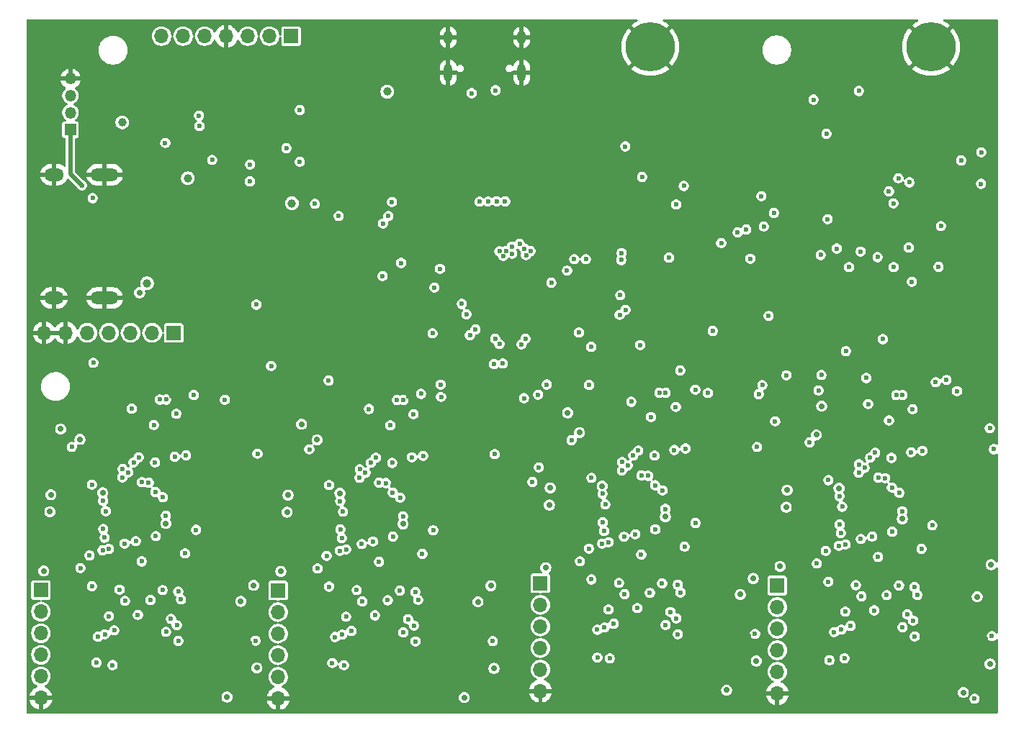
<source format=gbr>
%TF.GenerationSoftware,KiCad,Pcbnew,9.0.0*%
%TF.CreationDate,2026-01-02T12:40:45+01:00*%
%TF.ProjectId,camera,63616d65-7261-42e6-9b69-6361645f7063,rev?*%
%TF.SameCoordinates,Original*%
%TF.FileFunction,Copper,L2,Inr*%
%TF.FilePolarity,Positive*%
%FSLAX46Y46*%
G04 Gerber Fmt 4.6, Leading zero omitted, Abs format (unit mm)*
G04 Created by KiCad (PCBNEW 9.0.0) date 2026-01-02 12:40:45*
%MOMM*%
%LPD*%
G01*
G04 APERTURE LIST*
%TA.AperFunction,ComponentPad*%
%ADD10R,1.700000X1.700000*%
%TD*%
%TA.AperFunction,ComponentPad*%
%ADD11O,1.700000X1.700000*%
%TD*%
%TA.AperFunction,ComponentPad*%
%ADD12O,3.300000X1.500000*%
%TD*%
%TA.AperFunction,ComponentPad*%
%ADD13O,2.300000X1.500000*%
%TD*%
%TA.AperFunction,ComponentPad*%
%ADD14C,5.800000*%
%TD*%
%TA.AperFunction,ComponentPad*%
%ADD15R,1.350000X1.350000*%
%TD*%
%TA.AperFunction,ComponentPad*%
%ADD16O,1.350000X1.350000*%
%TD*%
%TA.AperFunction,HeatsinkPad*%
%ADD17O,1.000000X2.100000*%
%TD*%
%TA.AperFunction,HeatsinkPad*%
%ADD18O,1.000000X1.600000*%
%TD*%
%TA.AperFunction,ViaPad*%
%ADD19C,0.600000*%
%TD*%
%TA.AperFunction,ViaPad*%
%ADD20C,1.000000*%
%TD*%
%TA.AperFunction,ViaPad*%
%ADD21C,0.700000*%
%TD*%
%TA.AperFunction,Conductor*%
%ADD22C,0.500000*%
%TD*%
G04 APERTURE END LIST*
D10*
%TO.N,+3.3V*%
%TO.C,J8*%
X73335000Y-36605000D03*
D11*
%TO.N,/stm-camera0/SWO*%
X73335000Y-39145000D03*
%TO.N,/stm-camera0/STM_RST*%
X73335000Y-41685000D03*
%TO.N,/stm-camera0/SWCLK*%
X73335000Y-44225000D03*
%TO.N,/stm-camera0/SWDIO*%
X73335000Y-46765000D03*
%TO.N,GND*%
X73335000Y-49305000D03*
%TD*%
D12*
%TO.N,GND*%
%TO.C,J3*%
X80835000Y-2217000D03*
X80835000Y12283000D03*
D13*
X74875000Y-2217000D03*
X74875000Y12283000D03*
%TD*%
D14*
%TO.N,GND*%
%TO.C,U3*%
X177975000Y27315000D03*
X144975000Y27315000D03*
%TD*%
D10*
%TO.N,1.8v out*%
%TO.C,J1*%
X102745000Y28595000D03*
D11*
%TO.N,2.8v out*%
X100205000Y28595000D03*
%TO.N,1.5v out*%
X97665000Y28595000D03*
%TO.N,GND*%
X95125000Y28595000D03*
%TO.N,/USBC-CC2*%
X92585000Y28595000D03*
%TO.N,/USBC-CC1*%
X90045000Y28595000D03*
%TO.N,/USBC-VBUS*%
X87505000Y28595000D03*
%TD*%
D15*
%TO.N,+5V*%
%TO.C,J16*%
X76815000Y17590000D03*
D16*
%TO.N,/USB3_D+*%
X76815000Y19590000D03*
%TO.N,/USB3_D-*%
X76815000Y21590000D03*
%TO.N,GND*%
X76815000Y23590000D03*
%TD*%
D10*
%TO.N,+3.3V*%
%TO.C,J2*%
X88955000Y-6330000D03*
D11*
%TO.N,+5V*%
X86415000Y-6330000D03*
%TO.N,/power SCL*%
X83875000Y-6330000D03*
%TO.N,/power SDA*%
X81335000Y-6330000D03*
%TO.N,unconnected-(J2-Pin_5-Pad5)*%
X78795000Y-6330000D03*
%TO.N,GND*%
X76255000Y-6330000D03*
X73715000Y-6330000D03*
%TD*%
D10*
%TO.N,+3.3V*%
%TO.C,J10*%
X132062500Y-35802500D03*
D11*
%TO.N,/stm-camera1/SWO*%
X132062500Y-38342500D03*
%TO.N,/stm-camera1/STM_RST*%
X132062500Y-40882500D03*
%TO.N,/stm-camera1/SWCLK*%
X132062500Y-43422500D03*
%TO.N,/stm-camera1/SWDIO*%
X132062500Y-45962500D03*
%TO.N,GND*%
X132062500Y-48502500D03*
%TD*%
D10*
%TO.N,+3.3V*%
%TO.C,J14*%
X159911101Y-36070618D03*
D11*
%TO.N,/stm-camera3/SWO*%
X159911101Y-38610618D03*
%TO.N,/stm-camera3/STM_RST*%
X159911101Y-41150618D03*
%TO.N,/stm-camera3/SWCLK*%
X159911101Y-43690618D03*
%TO.N,/stm-camera3/SWDIO*%
X159911101Y-46230618D03*
%TO.N,GND*%
X159911101Y-48770618D03*
%TD*%
D10*
%TO.N,+3.3V*%
%TO.C,J12*%
X101220000Y-36655000D03*
D11*
%TO.N,/stm-camera2/SWO*%
X101220000Y-39195000D03*
%TO.N,/stm-camera2/STM_RST*%
X101220000Y-41735000D03*
%TO.N,/stm-camera2/SWCLK*%
X101220000Y-44275000D03*
%TO.N,/stm-camera2/SWDIO*%
X101220000Y-46815000D03*
%TO.N,GND*%
X101220000Y-49355000D03*
%TD*%
D17*
%TO.N,GND*%
%TO.C,J4*%
X129855000Y24285000D03*
D18*
X129855000Y28465000D03*
D17*
X121215000Y24285000D03*
D18*
X121215000Y28465000D03*
%TD*%
D19*
%TO.N,GND*%
X97863899Y-42833899D03*
X113345000Y-26795000D03*
X145282500Y12807500D03*
X126900000Y-2155000D03*
X143860770Y3164233D03*
X114860000Y27795000D03*
X116535000Y-13775000D03*
X179120000Y-3175000D03*
X183026101Y-24655618D03*
X142525000Y-27155000D03*
D20*
X93765000Y29930000D03*
D19*
X171040000Y-28225000D03*
X79685000Y-17290000D03*
X120690000Y22515000D03*
X72865000Y-7940000D03*
X103445000Y-47880000D03*
X154895000Y12805000D03*
X157250000Y-45995000D03*
X125417798Y-48462798D03*
X137637500Y-25657500D03*
X165486101Y-25925618D03*
X169660000Y-26145000D03*
X120700000Y-17665000D03*
X143720000Y7000000D03*
X144245000Y-27880000D03*
X130510000Y5193400D03*
X143750000Y-27120000D03*
X98940000Y-28615000D03*
X112235000Y-17095000D03*
X91365000Y-30000D03*
X119735000Y-17490000D03*
X144045000Y-50000D03*
X159110000Y15965000D03*
X122580000Y4910000D03*
X170900000Y-26145000D03*
X147835000Y11590000D03*
X95090000Y14180000D03*
X130500000Y-4100000D03*
X131700000Y8870000D03*
D20*
X101740000Y20260000D03*
D19*
X172055000Y-26205000D03*
X96105000Y-20730000D03*
X87865000Y10670000D03*
X94940000Y145000D03*
X143880000Y11210000D03*
X119030000Y5515000D03*
X84465000Y-28685000D03*
X87035000Y8830000D03*
X95410000Y-39255000D03*
X161965000Y-48920000D03*
X184546101Y-22885618D03*
D21*
X79270000Y8063000D03*
D19*
X93370000Y-19730000D03*
X156697500Y-22617500D03*
X164565000Y14975000D03*
X161490000Y-46935000D03*
X153227500Y-33577500D03*
X156310000Y13990000D03*
X175612500Y8072500D03*
X181986101Y-38720618D03*
X128555000Y-2785000D03*
X78240000Y-40980000D03*
D21*
X85243899Y-16813899D03*
D19*
X177740000Y-1575000D03*
X179245000Y415000D03*
X177790000Y-5000D03*
X152097500Y-18927500D03*
X128605000Y21970000D03*
X99250041Y13210041D03*
X78910000Y-26460000D03*
X175750000Y6180000D03*
X144070000Y9285000D03*
X150296399Y-22552500D03*
X128080000Y28310000D03*
X184108899Y-47878416D03*
X111025000Y-28710000D03*
X126228899Y-46823899D03*
X98343899Y-46773899D03*
X171020000Y-44305618D03*
D20*
X96220000Y29975000D03*
D19*
X160205270Y12083427D03*
X179210000Y-4480000D03*
X106855000Y-31640000D03*
X128390000Y-4250000D03*
X126055000Y6685000D03*
X178426101Y-16905618D03*
X91550000Y-5915000D03*
X185516101Y-28080618D03*
X110265000Y-20790000D03*
X113860000Y-49620000D03*
X154855000Y14025000D03*
X112065000Y-28695000D03*
X140360000Y4935000D03*
X144600000Y-1725000D03*
X181076101Y-33845618D03*
D21*
X182695000Y16670000D03*
D19*
X122675000Y-28835000D03*
X157902500Y-28587500D03*
X155177500Y-24387500D03*
X177765000Y3625000D03*
X128860294Y-9875294D03*
X141107500Y-19937500D03*
X134055000Y-45845000D03*
X143962500Y-922500D03*
X143171399Y-44037500D03*
X125855000Y-23470000D03*
D21*
X79590000Y1030000D03*
X181674999Y16604999D03*
X170405000Y-20204517D03*
D19*
X159020000Y19060000D03*
X150296399Y-35417500D03*
X130755000Y-820000D03*
X84350000Y-17045000D03*
X77565000Y-7639998D03*
X175545000Y15205000D03*
X113215000Y-6185000D03*
D20*
X77345000Y-4305000D03*
D19*
X145305000Y-12980000D03*
X79020000Y-31300000D03*
X84470000Y-26710000D03*
X129660000Y5473400D03*
X156260298Y-47610298D03*
X177865000Y2020000D03*
X147205000Y-2145000D03*
D21*
X104533899Y-37198899D03*
D19*
X178145000Y-22820618D03*
X125325000Y7475000D03*
X132920000Y4245000D03*
D21*
X171820000Y-16279517D03*
D19*
X157875000Y-16775000D03*
X177405000Y-4565000D03*
X99105000Y-29725000D03*
X180909567Y-27774591D03*
X129020000Y26235000D03*
X96450000Y-25190000D03*
X144280000Y-48975000D03*
X166261101Y-16755618D03*
X144785000Y2555000D03*
X85515000Y-26695000D03*
X92010000Y-45855000D03*
X128065000Y-170000D03*
X147560000Y-13010000D03*
X121300000Y-395000D03*
D21*
X79445000Y4030000D03*
D19*
X126790000Y580000D03*
X111530000Y-27935000D03*
X144075000Y2500000D03*
X126475000Y8480000D03*
X176576101Y-38855618D03*
X175230000Y-12995000D03*
X179201600Y8820000D03*
X154832500Y-19927500D03*
X120860000Y-13210000D03*
X170926101Y-16510618D03*
X122765000Y-23435000D03*
X82380000Y-20740000D03*
X172125000Y-28220000D03*
X77610000Y-49380000D03*
X183340000Y7015000D03*
X150737500Y-45052500D03*
X143815000Y-1625000D03*
X88700000Y-13685000D03*
X179201600Y7600000D03*
X178145000Y-35685618D03*
X83775000Y-28035000D03*
X97532798Y-48412798D03*
X97970000Y-23420000D03*
D21*
X79610000Y2530000D03*
D19*
X76720000Y-43130000D03*
X112130000Y-26795000D03*
X183934702Y-32913119D03*
X179946101Y-19195618D03*
X141455000Y5190000D03*
X145005000Y-945000D03*
X121255000Y-19780000D03*
X144115000Y13190000D03*
X179275000Y4415000D03*
X142617500Y-35537500D03*
X153607500Y-22582500D03*
X147100000Y12220000D03*
X143077500Y-16242500D03*
D21*
X111713899Y-20788899D03*
D19*
X119453899Y-36270000D03*
X170466101Y-35805618D03*
X123565000Y5295000D03*
X136841694Y-3128400D03*
X185395000Y-29775000D03*
X90000000Y-39390000D03*
X101770000Y-30445000D03*
X144960000Y14015000D03*
X182681101Y-20195618D03*
X96795000Y13270000D03*
D21*
X183420000Y13140000D03*
D19*
X181456101Y-22850618D03*
X156130000Y11545000D03*
D21*
X183595000Y12270000D03*
D19*
X99645000Y8850000D03*
X128160000Y-17772500D03*
X122908400Y-39305000D03*
X165595000Y-30865000D03*
X117885000Y-39440000D03*
X153580000Y12845000D03*
X173210000Y-12965000D03*
X124405000Y1800000D03*
X107570000Y-17340000D03*
X124335000Y-25240000D03*
X83320000Y-26710000D03*
X83723000Y12283000D03*
X119895000Y-45905000D03*
X85025000Y-27985000D03*
X156245000Y12765000D03*
X154137500Y-38452500D03*
X94085389Y-28169874D03*
X125721298Y-43132309D03*
X145000000Y-45000D03*
X122385000Y-34430000D03*
X111040000Y-26745000D03*
X141905000Y-25890000D03*
X118655000Y11490000D03*
X123990000Y-20780000D03*
X171455000Y-49500000D03*
X171675000Y-27425000D03*
X114495000Y-13780000D03*
X150530000Y10905000D03*
X105735000Y-41150000D03*
X125243601Y-33497501D03*
D21*
X181705000Y8695000D03*
D19*
X126920000Y-25805000D03*
X128700000Y-19447500D03*
X177045000Y-8035000D03*
X143130000Y-25925000D03*
X94500000Y-34380000D03*
X174110000Y27390000D03*
X148735000Y4985000D03*
X148263750Y9756250D03*
X91850000Y-17440000D03*
X85495000Y-28715000D03*
D21*
X79460000Y5530000D03*
D20*
X73720000Y-4605000D03*
D21*
X163225000Y-36614517D03*
D19*
X148400000Y12740000D03*
X100120000Y-860000D03*
X179155000Y2350000D03*
X150577500Y-16637500D03*
X91568899Y-36220000D03*
X90705000Y8721600D03*
X160570000Y18195000D03*
X135685000Y9050000D03*
X125970000Y-3115000D03*
X143205000Y-27885000D03*
X126945000Y-29595000D03*
X86345000Y-49670000D03*
X113255000Y-28710000D03*
X119453899Y-23405000D03*
X148795000Y27310000D03*
X148727500Y-38587500D03*
X133610000Y-29800000D03*
D21*
X74848899Y-34078899D03*
D19*
X143700000Y14015000D03*
X151542500Y-16812500D03*
D21*
X113128899Y-16863899D03*
D19*
X163180000Y13461600D03*
X119960000Y12830000D03*
X168956101Y-20205618D03*
X145200000Y3215000D03*
X156086101Y-32645001D03*
X84443899Y-44840000D03*
X127255000Y-4250000D03*
X178330000Y-3860000D03*
D21*
X76648899Y-37148899D03*
D19*
X175835000Y9190000D03*
X164900000Y-40510000D03*
X160520000Y-29665000D03*
X83150000Y-28660000D03*
X134965000Y4810000D03*
D21*
X143971399Y-16011399D03*
D19*
X127645000Y-1120000D03*
X92815000Y-17615000D03*
X138412500Y-16487500D03*
X179135000Y-1965000D03*
D21*
X102733899Y-34128899D03*
D19*
X150355000Y14230000D03*
X86560000Y-13715000D03*
X73627500Y-30715000D03*
X157667500Y-27812500D03*
X179201600Y9960000D03*
X156591399Y-42031399D03*
X137775000Y-30780000D03*
X144305000Y5045000D03*
D21*
X133576399Y-33276399D03*
D19*
X106795000Y-26510000D03*
X175700000Y10335000D03*
X112690000Y-28005000D03*
X115740000Y-49475000D03*
X137165000Y-40345000D03*
X122015000Y22465000D03*
X179391101Y-17080618D03*
X83890000Y-36340000D03*
X95205000Y-1940000D03*
X97358601Y-33447501D03*
X173440000Y-48470000D03*
X125805000Y-570000D03*
X169700000Y-28220000D03*
X94880000Y-23385000D03*
X184440000Y-42299517D03*
X143955000Y15070000D03*
X150795000Y10000000D03*
D21*
X161425000Y-33544517D03*
D19*
X144230000Y-25910000D03*
X144985000Y14965000D03*
X154920000Y11595000D03*
X181430000Y6405000D03*
X153620000Y11520000D03*
X141855000Y-27885000D03*
X178586101Y-45320618D03*
X91568899Y-23355000D03*
X144590000Y4170000D03*
D21*
X142556399Y-19936399D03*
X135376399Y-36346399D03*
D19*
X111775000Y-36390000D03*
X121225000Y4615000D03*
X112328899Y-44890000D03*
D21*
X83828899Y-20738899D03*
D19*
X121735000Y-8750000D03*
X152188169Y9106600D03*
X170355000Y-27420000D03*
X184920000Y-46239517D03*
X153570000Y14055000D03*
X88315000Y-2120000D03*
X122485000Y28395000D03*
X161025000Y16030000D03*
%TO.N,+5V*%
X79415000Y9525000D03*
X183890000Y14920000D03*
X78155000Y11035000D03*
X97920000Y13480000D03*
X167990000Y-8485000D03*
X159665000Y-16745000D03*
X172330000Y-7070000D03*
X183860000Y11210000D03*
X97910000Y11500000D03*
X181538400Y13960000D03*
X165110000Y-11295000D03*
%TO.N,/HDMI_CEC*%
X113555000Y6533000D03*
X147175000Y2535000D03*
%TO.N,/HDMI_SCL*%
X108335000Y7430000D03*
X142040000Y15615000D03*
%TO.N,/HDMI_HPD*%
X105540000Y8860000D03*
X144025000Y12015000D03*
%TO.N,/1.05V out*%
X127240000Y-7645000D03*
X122810000Y-2920000D03*
X129845000Y-7690000D03*
X123770000Y-6610000D03*
%TO.N,+3.3V*%
X158890000Y-4335000D03*
X120385000Y-13870000D03*
D21*
X135265000Y-15740000D03*
D19*
X126745000Y-7023400D03*
X130130000Y-14022500D03*
X178145000Y-28984517D03*
X141450000Y-1900000D03*
X181040000Y-13195000D03*
D21*
X108480000Y-25205000D03*
D19*
X91975000Y18005100D03*
D21*
X88023899Y-28763899D03*
X80595000Y-25155000D03*
D19*
X143217500Y-30037500D03*
D21*
X98348899Y-36043899D03*
X183415000Y-37394517D03*
X136650000Y-18066399D03*
D19*
X179795000Y-11870000D03*
X173045000Y-16650000D03*
X165830000Y7045000D03*
D21*
X102270000Y-27435000D03*
D19*
X103770000Y19900000D03*
X158320000Y6185000D03*
D21*
X139322500Y-24352500D03*
D19*
X91911512Y19238588D03*
D21*
X101542500Y-34403899D03*
D19*
X171066101Y-30305618D03*
D21*
X74495000Y-25380000D03*
D19*
X94960000Y-14210000D03*
D21*
X115908899Y-28813899D03*
X185055000Y-33615000D03*
X96838899Y-37928899D03*
X105807500Y-18918899D03*
D19*
X119453899Y-29568899D03*
X118020000Y-13505000D03*
X184900000Y-17560000D03*
D21*
X165130000Y-14950000D03*
D19*
X165685000Y17105000D03*
D21*
X164498601Y-18334517D03*
D19*
X98795000Y-20560000D03*
D21*
X155566399Y-37126399D03*
X126233899Y-36093899D03*
D19*
X127635000Y-9945000D03*
X164755000Y-13115000D03*
D21*
X167171101Y-24620618D03*
D19*
X157522500Y-19757500D03*
X86620000Y-17180000D03*
D21*
X124723899Y-37978899D03*
D19*
X131118899Y-23888899D03*
D21*
X84935000Y-1600000D03*
D19*
X170375000Y-11645000D03*
D21*
X133112500Y-26582500D03*
D19*
X169710000Y3240000D03*
X91295000Y-13630000D03*
D21*
X133222500Y-24577500D03*
D19*
X148920000Y10960000D03*
X126680000Y-20610000D03*
X130305000Y-7023400D03*
X114410000Y-17215000D03*
X136030000Y2340000D03*
X136592500Y-6285000D03*
D21*
X73657500Y-34353899D03*
X157076399Y-35241399D03*
X160961101Y-26850618D03*
D19*
X143795000Y-7770000D03*
X114185000Y7430000D03*
X138035000Y-7965000D03*
X119380000Y-6390000D03*
D21*
X174600000Y-28229517D03*
D19*
X151755000Y-13400000D03*
D21*
X77922500Y-18868899D03*
D19*
X126605000Y-10005000D03*
X102192500Y15400301D03*
X145055000Y-16245000D03*
X103760000Y13805000D03*
D21*
X132685000Y-33975000D03*
D19*
X150296399Y-28716399D03*
D21*
X103975000Y-17080000D03*
X102380000Y-25430000D03*
D19*
X158035000Y9765000D03*
X84490000Y-30840000D03*
D20*
X85815000Y-490000D03*
D19*
X123365000Y-4150000D03*
X153320000Y4240000D03*
X185371101Y-20025618D03*
X137415000Y2335000D03*
X112375000Y-30890000D03*
X131800000Y-13605000D03*
X114610000Y9070000D03*
X119605000Y-1000000D03*
D21*
X160233601Y-33819517D03*
D19*
X127243449Y3270818D03*
D21*
X146751399Y-27961399D03*
X161071101Y-24845618D03*
D19*
X131873899Y-22163899D03*
X120258400Y1195000D03*
X91568899Y-29518899D03*
X150275000Y-13020000D03*
X93465000Y14015000D03*
X87950000Y16020000D03*
D21*
X75650000Y-17650000D03*
X74385000Y-27385000D03*
D19*
%TO.N,/power SCL*%
X164180000Y21115000D03*
X173040000Y10320000D03*
X175375000Y3715000D03*
%TO.N,/power SDA*%
X169510000Y22140000D03*
D20*
%TO.N,1.5v out*%
X90590000Y11865000D03*
D21*
X98718899Y-45753899D03*
X184925000Y-45300000D03*
D19*
X79495000Y-9845000D03*
D21*
X157446399Y-44951399D03*
D19*
X113510000Y350000D03*
D21*
X126603899Y-45803899D03*
D19*
%TO.N,2.8v out*%
X114110000Y-37805000D03*
D20*
X82900000Y18445000D03*
D21*
X181790000Y-48659517D03*
D19*
X144930000Y-36935000D03*
X86225000Y-37775000D03*
X172780859Y-37195859D03*
D21*
X95213899Y-49193899D03*
X123098899Y-49243899D03*
D19*
X98655000Y-3010000D03*
X126448899Y-42613899D03*
D21*
X153941399Y-48391399D03*
D19*
X115675000Y1895000D03*
X157291399Y-41761399D03*
X183105000Y-49390000D03*
X98563899Y-42563899D03*
X185140000Y-42029517D03*
%TO.N,/STM32_1_USB_D-*%
X115945000Y-14230000D03*
%TO.N,/STM32_0_USB_D-*%
X88060000Y-14180000D03*
%TO.N,/STM32_3_USB_D+*%
X173901101Y-13650618D03*
%TO.N,/STM32_3_USB_D-*%
X174636101Y-13645618D03*
%TO.N,/STM32_1_USB_D+*%
X115210000Y-14235000D03*
%TO.N,/STM32_0_USB_D+*%
X87325000Y-14185000D03*
%TO.N,/STM32_2_USB_D-*%
X146787500Y-13377500D03*
%TO.N,/STM32_2_USB_D+*%
X146052500Y-13382500D03*
D20*
%TO.N,1.8v out*%
X102850000Y8921600D03*
D19*
%TO.N,/stm-camera0/PWDN*%
X82575000Y-36565000D03*
X88055000Y-41520000D03*
%TO.N,/stm-camera0/cam_SCL*%
X89490000Y-42600000D03*
X84730000Y-39535000D03*
%TO.N,/stm-camera1/SWCLK*%
X138057500Y-35352500D03*
%TO.N,/stm-camera2/SWCLK*%
X107215000Y-36205000D03*
%TO.N,Net-(IC1-PPON4)*%
X152327500Y-6107500D03*
X130371600Y2804843D03*
%TO.N,/stm-camera3/SWCLK*%
X165906101Y-35620618D03*
%TO.N,Net-(IC1-OCI1B)*%
X128082132Y3323713D03*
%TO.N,Net-(IC1-OCI3B)*%
X130192578Y3579043D03*
%TO.N,Net-(IC1-PPON2)*%
X128745000Y3000000D03*
X124420000Y-5940000D03*
X120330000Y-12430000D03*
%TO.N,/stm-camera1/STMPHY_D6*%
X146412399Y-24877500D03*
%TO.N,/stm-camera1/STMPHY_D3*%
X143937500Y-23111399D03*
%TO.N,/stm-camera1/STMPHY_D4*%
X144728899Y-23158899D03*
%TO.N,/stm-camera1/STMPHY_D0*%
X142325573Y-21944386D03*
%TO.N,/stm-camera1/STMPHY_STP*%
X139695000Y-26527942D03*
%TO.N,/stm-camera1/STMPHY_NXT*%
X141645000Y-22535000D03*
%TO.N,/stm-camera1/STMPHY_D7*%
X146751399Y-27061399D03*
%TO.N,/stm-camera1/STMPHY_DIR*%
X139367194Y-25272806D03*
%TO.N,/stm-camera1/STMPHY_D1*%
X142961399Y-20766399D03*
%TO.N,/stm-camera1/STMPHY_D2*%
X143566399Y-20171399D03*
%TO.N,/stm-camera1/STMPHY_D5*%
X145535297Y-24267501D03*
%TO.N,/stm-camera1/STMPHY_CLKOUT*%
X141666399Y-21546399D03*
%TO.N,/stm-camera2/STMPHY_D1*%
X112118899Y-21618899D03*
%TO.N,/stm-camera2/STMPHY_DIR*%
X108524694Y-26125306D03*
%TO.N,/stm-camera2/STMPHY_CLKOUT*%
X110823899Y-22398899D03*
%TO.N,/stm-camera2/STMPHY_D5*%
X114692797Y-25120001D03*
%TO.N,/stm-camera2/STMPHY_D7*%
X115908899Y-27913899D03*
%TO.N,/stm-camera2/STMPHY_D6*%
X115569899Y-25730000D03*
%TO.N,/stm-camera2/STMPHY_D2*%
X112723899Y-21023899D03*
%TO.N,/stm-camera2/STMPHY_STP*%
X108852500Y-27380442D03*
%TO.N,/stm-camera2/STMPHY_NXT*%
X110802500Y-23387500D03*
%TO.N,/stm-camera2/STMPHY_D0*%
X111483073Y-22796886D03*
%TO.N,/stm-camera2/STMPHY_D3*%
X113095000Y-23963899D03*
%TO.N,/stm-camera2/STMPHY_D4*%
X113886399Y-24011399D03*
%TO.N,/stm-camera3/STMPHY_D5*%
X173383898Y-24535619D03*
%TO.N,/stm-camera3/STMPHY_NXT*%
X169493601Y-22803118D03*
%TO.N,/stm-camera3/STMPHY_STP*%
X167543601Y-26796060D03*
%TO.N,/stm-camera3/STMPHY_DIR*%
X167215795Y-25540924D03*
%TO.N,/stm-camera3/STMPHY_CLKOUT*%
X169515000Y-21814517D03*
%TO.N,/stm-camera3/STMPHY_D1*%
X170810000Y-21034517D03*
%TO.N,/stm-camera3/STMPHY_D6*%
X174261000Y-25145618D03*
%TO.N,/stm-camera3/STMPHY_D0*%
X170174174Y-22212504D03*
%TO.N,/stm-camera3/STMPHY_D7*%
X174600000Y-27329517D03*
%TO.N,/stm-camera3/STMPHY_D4*%
X172577500Y-23427017D03*
%TO.N,/stm-camera3/STMPHY_D2*%
X171415000Y-20439517D03*
%TO.N,/stm-camera3/STMPHY_D3*%
X171786101Y-23379517D03*
%TO.N,/PCIe_CLK_nREQ*%
X142065000Y-3615000D03*
X133345000Y-430000D03*
%TO.N,Net-(IC1-PPON3)*%
X157730000Y-13560000D03*
X129633738Y4143815D03*
X148500000Y-10750000D03*
%TO.N,/PONRSTB*%
X135190000Y1000000D03*
X171707500Y2582500D03*
%TO.N,Net-(IC1-PPON1)*%
X127688406Y2728362D03*
%TO.N,Net-(IC1-OCI2B)*%
X128725000Y3825000D03*
%TO.N,Net-(IC1-OCI4B)*%
X130905000Y3295000D03*
%TO.N,Net-(IC5-VBUS)*%
X178525000Y-12135000D03*
%TO.N,/stm-camera0/STMPHY_OP_ID*%
X86758899Y-21583899D03*
X86838899Y-30258899D03*
X83163899Y-31128899D03*
%TO.N,/USB_HUB_SCL*%
X165015000Y2835000D03*
X156270000Y5845000D03*
%TO.N,/USB_HUB_SDA*%
X166910000Y3585000D03*
X155260000Y5495000D03*
%TO.N,/stm-camera0/PHY-RESETB*%
X79332500Y-24202500D03*
%TO.N,/stm-camera0/PCLK*%
X89073899Y-20918899D03*
X83230000Y-37885000D03*
%TO.N,/stm-camera0/RST*%
X85187299Y-33233899D03*
X89310000Y-40740000D03*
%TO.N,/stm-camera0/VSYNC*%
X87645000Y-36615000D03*
X88625000Y-39990000D03*
%TO.N,/stm-camera0/Y3*%
X81950000Y-41355000D03*
X80821399Y-30436399D03*
%TO.N,/stm-camera0/Y2*%
X80025000Y-42080000D03*
X80660000Y-29415000D03*
%TO.N,/stm-camera0/HSYNC*%
X89800000Y-37705000D03*
X90400000Y-20750000D03*
%TO.N,/stm-camera0/Y7*%
X90288899Y-32293899D03*
X89480000Y-36777663D03*
%TO.N,/stm-camera0/SWCLK*%
X79330000Y-36155000D03*
%TO.N,/stm-camera0/STMPHY_NXT*%
X82917500Y-23337500D03*
%TO.N,/stm-camera0/STMPHY_STP*%
X80967500Y-27330442D03*
%TO.N,/stm-camera0/STMPHY_D6*%
X87684899Y-25680000D03*
%TO.N,/stm-camera0/STMPHY_D0*%
X83598073Y-22746886D03*
%TO.N,/stm-camera0/STMPHY_D4*%
X86001399Y-23961399D03*
%TO.N,/stm-camera0/STMPHY_D2*%
X84838899Y-20973899D03*
%TO.N,/stm-camera0/STMPHY_DIR*%
X80639694Y-26075306D03*
%TO.N,/stm-camera0/STMPHY_CLKOUT*%
X82938899Y-22348899D03*
%TO.N,/stm-camera0/STMPHY_D5*%
X86807797Y-25070001D03*
%TO.N,/stm-camera0/STMPHY_D1*%
X84233899Y-21568899D03*
%TO.N,/stm-camera0/STMPHY_D3*%
X85210000Y-23913899D03*
%TO.N,/stm-camera0/STMPHY_D7*%
X88023899Y-27863899D03*
%TO.N,/stm-camera1/PHY-RESETB*%
X138060000Y-23400000D03*
%TO.N,/stm-camera1/STMPHY_OP_ID*%
X145486399Y-20781399D03*
X145566399Y-29456399D03*
X141891399Y-30326399D03*
%TO.N,/USBC-CC2*%
X123970000Y21880000D03*
%TO.N,/USBC-CC1*%
X126785000Y22215000D03*
D20*
%TO.N,/USBC-VBUS*%
X114055000Y22055000D03*
D19*
%TO.N,/RUN_PG*%
X173565000Y8915000D03*
X159525000Y7780000D03*
X141380000Y-4220000D03*
%TO.N,/stm-camera3/STM_RST*%
X165616101Y-31995618D03*
%TO.N,/stm-camera2/STM_RST*%
X106925000Y-32580000D03*
%TO.N,/stm-camera1/STM_RST*%
X137767500Y-31727500D03*
%TO.N,/stm-camera0/STM_RST*%
X79040000Y-32530000D03*
%TO.N,GPIO_Cam_Trigger*%
X163715000Y-19225000D03*
X160989999Y-11319999D03*
X100405000Y-10235000D03*
X76970000Y-19760000D03*
X137785000Y-12450000D03*
X135717500Y-18977500D03*
X175735000Y-315000D03*
X132815000Y-12415000D03*
X107160000Y-11940000D03*
X104890000Y-20045000D03*
X158155000Y-12480000D03*
%TO.N,/stm-camera2/STMPHY_OP_ID*%
X114643899Y-21633899D03*
X114723899Y-30308899D03*
X111048899Y-31178899D03*
%TO.N,/stm-camera2/PHY-RESETB*%
X107217500Y-24252500D03*
%TO.N,/stm-camera3/PHY-RESETB*%
X165908601Y-23668118D03*
%TO.N,/stm-camera3/STMPHY_OP_ID*%
X169740000Y-30594517D03*
X173335000Y-21049517D03*
X173415000Y-29724517D03*
%TO.N,/stm-camera0/SWO*%
X77975000Y-34015000D03*
%TO.N,/stm-camera1/SWO*%
X136702500Y-33212500D03*
%TO.N,/stm-camera2/SWO*%
X105860000Y-34065000D03*
%TO.N,/stm-camera3/SWO*%
X164551101Y-33480618D03*
%TO.N,/stm-camera0/Y1*%
X80588334Y-31932037D03*
X80860000Y-41805000D03*
%TO.N,/stm-camera0/Y0*%
X81335000Y-39685000D03*
X81340000Y-31764998D03*
%TO.N,/stm-camera1/HSYNC*%
X148527500Y-36902500D03*
X149127500Y-19947500D03*
%TO.N,/stm-camera1/VSYNC*%
X146372500Y-35812500D03*
X147352500Y-39187500D03*
%TO.N,/stm-camera1/PWDN*%
X146782500Y-40717500D03*
X141302500Y-35762500D03*
%TO.N,/stm-camera1/Y0*%
X140067500Y-30962498D03*
X140062500Y-38882500D03*
%TO.N,/stm-camera1/Y2*%
X139387500Y-28612500D03*
X138752500Y-41277500D03*
%TO.N,/stm-camera1/cam_SCL*%
X143457500Y-38732500D03*
X148217500Y-41797500D03*
%TO.N,/stm-camera1/Y7*%
X149016399Y-31491399D03*
X148207500Y-35975163D03*
%TO.N,/stm-camera1/Y1*%
X139315834Y-31129537D03*
X139587500Y-41002500D03*
%TO.N,/stm-camera1/RST*%
X148037500Y-39937500D03*
X143914799Y-32431399D03*
%TO.N,/stm-camera1/Y3*%
X139548899Y-29633899D03*
X140677500Y-40552500D03*
%TO.N,/stm-camera1/PCLK*%
X147801399Y-20116399D03*
X141957500Y-37082500D03*
%TO.N,/stm-camera2/cam_SCL*%
X112615000Y-39585000D03*
X117375000Y-42650000D03*
%TO.N,/stm-camera2/HSYNC*%
X117685000Y-37755000D03*
X118285000Y-20800000D03*
%TO.N,/stm-camera2/Y3*%
X108706399Y-30486399D03*
X109835000Y-41405000D03*
%TO.N,/stm-camera2/Y1*%
X108745000Y-41855000D03*
X108473334Y-31982037D03*
%TO.N,/stm-camera2/VSYNC*%
X115530000Y-36665000D03*
X116510000Y-40040000D03*
%TO.N,/stm-camera2/PWDN*%
X110460000Y-36615000D03*
X115940000Y-41570000D03*
%TO.N,/stm-camera2/Y7*%
X118173899Y-32343899D03*
X117365000Y-36827663D03*
%TO.N,/stm-camera2/Y0*%
X109225000Y-31814998D03*
X109220000Y-39735000D03*
%TO.N,/stm-camera2/RST*%
X117195000Y-40790000D03*
X113072299Y-33283899D03*
%TO.N,/stm-camera2/PCLK*%
X111115000Y-37935000D03*
X116958899Y-20968899D03*
%TO.N,/stm-camera2/Y2*%
X107910000Y-42130000D03*
X108545000Y-29465000D03*
%TO.N,/stm-camera3/PCLK*%
X169806101Y-37350618D03*
X175650000Y-20384517D03*
%TO.N,/stm-camera3/Y2*%
X166601101Y-41545618D03*
X167236101Y-28880618D03*
%TO.N,/stm-camera3/VSYNC*%
X174221101Y-36080618D03*
X175201101Y-39455618D03*
%TO.N,/stm-camera3/Y3*%
X167397500Y-29902017D03*
X168526101Y-40820618D03*
%TO.N,/stm-camera3/HSYNC*%
X176976101Y-20215618D03*
X176376101Y-37170618D03*
%TO.N,/stm-camera3/Y7*%
X176056101Y-36243281D03*
X176865000Y-31759517D03*
%TO.N,/stm-camera3/RST*%
X175886101Y-40205618D03*
X171763400Y-32699517D03*
%TO.N,/stm-camera3/PWDN*%
X169151101Y-36030618D03*
X174631101Y-40985618D03*
%TO.N,/stm-camera3/Y1*%
X167164435Y-31397655D03*
X167436101Y-41270618D03*
%TO.N,/stm-camera3/Y0*%
X167911101Y-39150618D03*
X167916101Y-31230616D03*
%TO.N,/stm-camera3/cam_SCL*%
X171306101Y-39000618D03*
X176066101Y-42065618D03*
%TO.N,/MIPI_MDP0*%
X125910000Y9115000D03*
%TO.N,/MIPI_SCL*%
X175445000Y11385000D03*
%TO.N,/MIPI_CMPDNF*%
X179156389Y6240022D03*
%TO.N,/MIPI_MDN1*%
X141575000Y2245000D03*
%TO.N,/MIPI_MDP1*%
X141600000Y3065000D03*
%TO.N,/MIPI_MCN*%
X126910000Y9145000D03*
%TO.N,/MIPI_RESET*%
X168345000Y1415000D03*
X156745000Y2395000D03*
X178865000Y1430000D03*
X173595000Y1410000D03*
X148015000Y8775000D03*
%TO.N,/MIPI_MDN0*%
X124910000Y9115000D03*
%TO.N,/MIPI_MCP*%
X127910000Y9135000D03*
%TO.N,/MIPI_SDA*%
X174145000Y11860000D03*
%TO.N,/stm-camera0/BACKUP_USB_D-*%
X89252500Y-15853899D03*
%TO.N,/stm-camera1/BACKUP_USB_D-*%
X147980000Y-15051399D03*
%TO.N,/stm-camera2/BACKUP_USB_D-*%
X117137500Y-15903899D03*
%TO.N,/stm-camera3/BACKUP_USB_D-*%
X175828601Y-15319517D03*
%TO.N,/stm-camera0/BACKUP_USB_D+*%
X84012500Y-15238899D03*
%TO.N,/stm-camera1/BACKUP_USB_D+*%
X142740000Y-14436399D03*
%TO.N,/stm-camera2/BACKUP_USB_D+*%
X111897500Y-15288899D03*
%TO.N,/stm-camera3/BACKUP_USB_D+*%
X170588601Y-14704517D03*
%TO.N,/stm-camera0/AFVDD2.8V*%
X79855000Y-45140000D03*
%TO.N,/stm-camera1/AFVDD2.8V*%
X138755000Y-44550000D03*
%TO.N,/stm-camera2/AFVDD2.8V*%
X107595000Y-45195000D03*
%TO.N,/stm-camera3/AFVDD2.8V*%
X166045000Y-44865000D03*
%TO.N,Net-(JP1-A)*%
X81750000Y-45435000D03*
%TO.N,Net-(JP2-A)*%
X140225000Y-44655000D03*
%TO.N,Net-(JP3-A)*%
X108960000Y-45455000D03*
%TO.N,Net-(JP4-A)*%
X167820000Y-44635000D03*
%TD*%
D22*
%TO.N,+5V*%
X76815000Y17590000D02*
X76815000Y12375000D01*
X76815000Y12375000D02*
X78155000Y11035000D01*
%TD*%
%TA.AperFunction,Conductor*%
%TO.N,GND*%
G36*
X75789075Y-6137007D02*
G01*
X75755000Y-6264174D01*
X75755000Y-6395826D01*
X75789075Y-6522993D01*
X75821988Y-6580000D01*
X74148012Y-6580000D01*
X74180925Y-6522993D01*
X74215000Y-6395826D01*
X74215000Y-6264174D01*
X74180925Y-6137007D01*
X74148012Y-6080000D01*
X75821988Y-6080000D01*
X75789075Y-6137007D01*
G37*
%TD.AperFunction*%
%TA.AperFunction,Conductor*%
G36*
X143441846Y30559815D02*
G01*
X143487601Y30507011D01*
X143497545Y30437853D01*
X143468520Y30374297D01*
X143433260Y30346142D01*
X143224954Y30234800D01*
X143224936Y30234789D01*
X142947188Y30049204D01*
X142947174Y30049194D01*
X142753392Y29890161D01*
X142753391Y29890160D01*
X144213282Y28430270D01*
X144095534Y28344722D01*
X143945278Y28194466D01*
X143859728Y28076717D01*
X142399838Y29536607D01*
X142399837Y29536606D01*
X142240805Y29342825D01*
X142240795Y29342811D01*
X142055210Y29065063D01*
X142055199Y29065045D01*
X141897733Y28770447D01*
X141897731Y28770442D01*
X141769890Y28461808D01*
X141672915Y28142123D01*
X141607745Y27814491D01*
X141607742Y27814474D01*
X141575000Y27482027D01*
X141575000Y27147972D01*
X141607742Y26815525D01*
X141607745Y26815508D01*
X141672915Y26487876D01*
X141769890Y26168191D01*
X141897731Y25859557D01*
X141897733Y25859552D01*
X142055199Y25564954D01*
X142055210Y25564936D01*
X142240804Y25287174D01*
X142399837Y25093392D01*
X142399838Y25093391D01*
X143859729Y26553282D01*
X143945278Y26435534D01*
X144095534Y26285278D01*
X144213282Y26199728D01*
X142753391Y24739838D01*
X142753392Y24739837D01*
X142947174Y24580804D01*
X143224936Y24395210D01*
X143224954Y24395199D01*
X143519552Y24237733D01*
X143519557Y24237731D01*
X143828191Y24109890D01*
X144147876Y24012915D01*
X144475508Y23947745D01*
X144475525Y23947742D01*
X144807972Y23915000D01*
X145142028Y23915000D01*
X145474474Y23947742D01*
X145474491Y23947745D01*
X145802123Y24012915D01*
X146121808Y24109890D01*
X146430442Y24237731D01*
X146430447Y24237733D01*
X146725045Y24395199D01*
X146725063Y24395210D01*
X147002811Y24580795D01*
X147002825Y24580805D01*
X147196606Y24739837D01*
X147196607Y24739838D01*
X145736717Y26199728D01*
X145854466Y26285278D01*
X146004722Y26435534D01*
X146090270Y26553281D01*
X147550160Y25093391D01*
X147550161Y25093392D01*
X147709194Y25287174D01*
X147709204Y25287188D01*
X147894789Y25564936D01*
X147894800Y25564954D01*
X148052266Y25859552D01*
X148052268Y25859557D01*
X148180109Y26168191D01*
X148277084Y26487876D01*
X148342254Y26815508D01*
X148342257Y26815525D01*
X148367968Y27076569D01*
X158147900Y27076569D01*
X158147900Y26853430D01*
X158177023Y26632232D01*
X158177025Y26632221D01*
X158234770Y26416710D01*
X158234775Y26416696D01*
X158320155Y26210571D01*
X158320159Y26210561D01*
X158431715Y26017339D01*
X158567552Y25840314D01*
X158725314Y25682552D01*
X158902339Y25546715D01*
X159095561Y25435159D01*
X159095571Y25435155D01*
X159301696Y25349775D01*
X159301710Y25349770D01*
X159445384Y25311273D01*
X159517224Y25292024D01*
X159517232Y25292023D01*
X159738430Y25262900D01*
X159738438Y25262900D01*
X159961569Y25262900D01*
X160146044Y25287188D01*
X160182776Y25292024D01*
X160398296Y25349772D01*
X160568222Y25420158D01*
X160604428Y25435155D01*
X160604438Y25435159D01*
X160797660Y25546715D01*
X160974685Y25682552D01*
X161132447Y25840314D01*
X161268284Y26017339D01*
X161379840Y26210561D01*
X161379844Y26210571D01*
X161459011Y26401696D01*
X161465228Y26416704D01*
X161522976Y26632224D01*
X161552100Y26853438D01*
X161552100Y27076562D01*
X161522976Y27297776D01*
X161465228Y27513296D01*
X161379842Y27719435D01*
X161283997Y27885444D01*
X161268284Y27912660D01*
X161268283Y27912660D01*
X161268281Y27912665D01*
X161132452Y28089680D01*
X160974680Y28247452D01*
X160797665Y28383281D01*
X160604435Y28494842D01*
X160398296Y28580228D01*
X160182776Y28637976D01*
X159961562Y28667100D01*
X159738438Y28667100D01*
X159517224Y28637976D01*
X159301704Y28580228D01*
X159095565Y28494842D01*
X159095562Y28494840D01*
X159095561Y28494840D01*
X158902339Y28383284D01*
X158902335Y28383281D01*
X158725320Y28247452D01*
X158725318Y28247450D01*
X158725314Y28247447D01*
X158567552Y28089685D01*
X158567548Y28089680D01*
X158549764Y28066504D01*
X158431715Y27912660D01*
X158320159Y27719438D01*
X158320155Y27719428D01*
X158313946Y27704438D01*
X158241190Y27528789D01*
X158234775Y27513303D01*
X158234770Y27513289D01*
X158229278Y27492793D01*
X158177024Y27297776D01*
X158175049Y27282776D01*
X158147900Y27076569D01*
X148367968Y27076569D01*
X148369564Y27092775D01*
X148375000Y27147971D01*
X148375000Y27482027D01*
X148342257Y27814474D01*
X148342254Y27814491D01*
X148277084Y28142123D01*
X148180109Y28461808D01*
X148052268Y28770442D01*
X148052266Y28770447D01*
X147894800Y29065045D01*
X147894789Y29065063D01*
X147709204Y29342811D01*
X147709194Y29342825D01*
X147550161Y29536606D01*
X147550160Y29536607D01*
X146090270Y28076717D01*
X146004722Y28194466D01*
X145854466Y28344722D01*
X145736717Y28430271D01*
X147196607Y29890160D01*
X147196606Y29890161D01*
X147002825Y30049194D01*
X147002811Y30049204D01*
X146725063Y30234789D01*
X146725045Y30234800D01*
X146516740Y30346142D01*
X146466895Y30395104D01*
X146451435Y30463242D01*
X146475267Y30528922D01*
X146530824Y30571290D01*
X146575193Y30579500D01*
X176374807Y30579500D01*
X176441846Y30559815D01*
X176487601Y30507011D01*
X176497545Y30437853D01*
X176468520Y30374297D01*
X176433260Y30346142D01*
X176224954Y30234800D01*
X176224936Y30234789D01*
X175947188Y30049204D01*
X175947174Y30049194D01*
X175753392Y29890161D01*
X175753391Y29890160D01*
X177213282Y28430270D01*
X177095534Y28344722D01*
X176945278Y28194466D01*
X176859728Y28076717D01*
X175399838Y29536607D01*
X175399837Y29536606D01*
X175240805Y29342825D01*
X175240795Y29342811D01*
X175055210Y29065063D01*
X175055199Y29065045D01*
X174897733Y28770447D01*
X174897731Y28770442D01*
X174769890Y28461808D01*
X174672915Y28142123D01*
X174607745Y27814491D01*
X174607742Y27814474D01*
X174575000Y27482027D01*
X174575000Y27147972D01*
X174607742Y26815525D01*
X174607745Y26815508D01*
X174672915Y26487876D01*
X174769890Y26168191D01*
X174897731Y25859557D01*
X174897733Y25859552D01*
X175055199Y25564954D01*
X175055210Y25564936D01*
X175240804Y25287174D01*
X175399837Y25093392D01*
X175399838Y25093391D01*
X176859729Y26553282D01*
X176945278Y26435534D01*
X177095534Y26285278D01*
X177213282Y26199728D01*
X175753391Y24739838D01*
X175753392Y24739837D01*
X175947174Y24580804D01*
X176224936Y24395210D01*
X176224954Y24395199D01*
X176519552Y24237733D01*
X176519557Y24237731D01*
X176828191Y24109890D01*
X177147876Y24012915D01*
X177475508Y23947745D01*
X177475525Y23947742D01*
X177807972Y23915000D01*
X178142028Y23915000D01*
X178474474Y23947742D01*
X178474491Y23947745D01*
X178802123Y24012915D01*
X179121808Y24109890D01*
X179430442Y24237731D01*
X179430447Y24237733D01*
X179725045Y24395199D01*
X179725063Y24395210D01*
X180002811Y24580795D01*
X180002825Y24580805D01*
X180196606Y24739837D01*
X180196607Y24739838D01*
X178736717Y26199728D01*
X178854466Y26285278D01*
X179004722Y26435534D01*
X179090270Y26553281D01*
X180550160Y25093391D01*
X180550161Y25093392D01*
X180709194Y25287174D01*
X180709204Y25287188D01*
X180894789Y25564936D01*
X180894800Y25564954D01*
X181052266Y25859552D01*
X181052268Y25859557D01*
X181180109Y26168191D01*
X181277084Y26487876D01*
X181342254Y26815508D01*
X181342257Y26815525D01*
X181375000Y27147972D01*
X181375000Y27482027D01*
X181342257Y27814474D01*
X181342254Y27814491D01*
X181277084Y28142123D01*
X181180109Y28461808D01*
X181052268Y28770442D01*
X181052266Y28770447D01*
X180894800Y29065045D01*
X180894789Y29065063D01*
X180709204Y29342811D01*
X180709194Y29342825D01*
X180550161Y29536606D01*
X180550160Y29536607D01*
X179090270Y28076717D01*
X179004722Y28194466D01*
X178854466Y28344722D01*
X178736717Y28430271D01*
X180196607Y29890160D01*
X180196606Y29890161D01*
X180002825Y30049194D01*
X180002811Y30049204D01*
X179725063Y30234789D01*
X179725045Y30234800D01*
X179516740Y30346142D01*
X179466895Y30395104D01*
X179451435Y30463242D01*
X179475267Y30528922D01*
X179530824Y30571290D01*
X179575193Y30579500D01*
X185711878Y30579500D01*
X185778917Y30559815D01*
X185824672Y30507011D01*
X185835877Y30455516D01*
X185837991Y11130945D01*
X185841327Y-19388917D01*
X185821650Y-19455959D01*
X185768851Y-19501720D01*
X185699693Y-19511671D01*
X185655328Y-19496318D01*
X185602891Y-19466043D01*
X185602885Y-19466041D01*
X185450158Y-19425118D01*
X185292044Y-19425118D01*
X185139317Y-19466041D01*
X185139310Y-19466044D01*
X185002391Y-19545093D01*
X185002383Y-19545099D01*
X184890582Y-19656900D01*
X184890576Y-19656908D01*
X184811527Y-19793827D01*
X184811524Y-19793834D01*
X184770601Y-19946561D01*
X184770601Y-20104675D01*
X184809663Y-20250454D01*
X184811524Y-20257401D01*
X184811527Y-20257408D01*
X184890576Y-20394327D01*
X184890580Y-20394332D01*
X184890581Y-20394334D01*
X185002385Y-20506138D01*
X185002387Y-20506139D01*
X185002391Y-20506142D01*
X185137819Y-20584330D01*
X185139317Y-20585195D01*
X185292044Y-20626118D01*
X185292046Y-20626118D01*
X185450156Y-20626118D01*
X185450158Y-20626118D01*
X185602885Y-20585195D01*
X185655468Y-20554836D01*
X185723366Y-20538364D01*
X185789393Y-20561216D01*
X185832583Y-20616137D01*
X185841466Y-20662210D01*
X185842839Y-33214428D01*
X185823162Y-33281470D01*
X185770363Y-33327231D01*
X185701205Y-33337182D01*
X185637647Y-33308164D01*
X185615737Y-33283333D01*
X185560276Y-33200331D01*
X185560273Y-33200327D01*
X185469672Y-33109726D01*
X185469668Y-33109723D01*
X185363133Y-33038538D01*
X185363124Y-33038533D01*
X185244744Y-32989499D01*
X185244738Y-32989497D01*
X185119071Y-32964500D01*
X185119069Y-32964500D01*
X184990931Y-32964500D01*
X184990929Y-32964500D01*
X184865261Y-32989497D01*
X184865255Y-32989499D01*
X184746875Y-33038533D01*
X184746866Y-33038538D01*
X184640331Y-33109723D01*
X184640327Y-33109726D01*
X184549726Y-33200327D01*
X184549723Y-33200331D01*
X184478538Y-33306866D01*
X184478533Y-33306875D01*
X184429499Y-33425255D01*
X184429497Y-33425261D01*
X184404500Y-33550928D01*
X184404500Y-33550931D01*
X184404500Y-33679069D01*
X184404500Y-33679071D01*
X184404499Y-33679071D01*
X184429497Y-33804738D01*
X184429499Y-33804744D01*
X184478533Y-33923124D01*
X184478538Y-33923133D01*
X184549723Y-34029668D01*
X184549726Y-34029672D01*
X184640327Y-34120273D01*
X184640331Y-34120276D01*
X184746866Y-34191461D01*
X184746872Y-34191464D01*
X184746873Y-34191465D01*
X184865256Y-34240501D01*
X184865260Y-34240501D01*
X184865261Y-34240502D01*
X184990928Y-34265500D01*
X184990931Y-34265500D01*
X185119071Y-34265500D01*
X185213163Y-34246783D01*
X185244744Y-34240501D01*
X185363127Y-34191465D01*
X185469669Y-34120276D01*
X185560276Y-34029669D01*
X185615824Y-33946534D01*
X185669435Y-33901730D01*
X185738760Y-33893023D01*
X185801788Y-33923177D01*
X185838508Y-33982620D01*
X185842926Y-34015412D01*
X185843754Y-41586420D01*
X185824077Y-41653462D01*
X185771278Y-41699223D01*
X185702120Y-41709174D01*
X185638562Y-41680156D01*
X185621376Y-41661917D01*
X185620518Y-41660799D01*
X185508717Y-41548998D01*
X185508709Y-41548992D01*
X185371790Y-41469943D01*
X185371786Y-41469941D01*
X185371784Y-41469940D01*
X185219057Y-41429017D01*
X185060943Y-41429017D01*
X184908216Y-41469940D01*
X184908209Y-41469943D01*
X184771290Y-41548992D01*
X184771282Y-41548998D01*
X184659481Y-41660799D01*
X184659475Y-41660807D01*
X184580426Y-41797726D01*
X184580423Y-41797733D01*
X184539500Y-41950460D01*
X184539500Y-42108574D01*
X184576689Y-42247363D01*
X184580423Y-42261300D01*
X184580426Y-42261307D01*
X184659475Y-42398226D01*
X184659479Y-42398231D01*
X184659480Y-42398233D01*
X184771284Y-42510037D01*
X184771286Y-42510038D01*
X184771290Y-42510041D01*
X184908209Y-42589090D01*
X184908216Y-42589094D01*
X185060943Y-42630017D01*
X185060945Y-42630017D01*
X185219055Y-42630017D01*
X185219057Y-42630017D01*
X185371784Y-42589094D01*
X185508716Y-42510037D01*
X185620520Y-42398233D01*
X185620526Y-42398221D01*
X185621470Y-42396993D01*
X185622545Y-42396207D01*
X185626267Y-42392486D01*
X185626847Y-42393066D01*
X185677895Y-42355787D01*
X185747641Y-42351627D01*
X185808564Y-42385835D01*
X185841321Y-42447551D01*
X185843851Y-42472459D01*
X185844784Y-51000486D01*
X185825107Y-51067528D01*
X185772308Y-51113289D01*
X185720784Y-51124500D01*
X71764000Y-51124500D01*
X71696961Y-51104815D01*
X71651206Y-51052011D01*
X71640000Y-51000500D01*
X71640000Y-49055000D01*
X72007769Y-49055000D01*
X72901988Y-49055000D01*
X72869075Y-49112007D01*
X72835000Y-49239174D01*
X72835000Y-49370826D01*
X72869075Y-49497993D01*
X72901988Y-49555000D01*
X72007769Y-49555000D01*
X72018242Y-49621126D01*
X72018242Y-49621129D01*
X72083904Y-49823217D01*
X72180379Y-50012557D01*
X72305272Y-50184459D01*
X72305276Y-50184464D01*
X72455535Y-50334723D01*
X72455540Y-50334727D01*
X72627442Y-50459620D01*
X72816782Y-50556095D01*
X73018871Y-50621757D01*
X73085000Y-50632231D01*
X73085000Y-49738012D01*
X73142007Y-49770925D01*
X73269174Y-49805000D01*
X73400826Y-49805000D01*
X73527993Y-49770925D01*
X73585000Y-49738012D01*
X73585000Y-50632230D01*
X73651126Y-50621757D01*
X73651129Y-50621757D01*
X73853217Y-50556095D01*
X74042557Y-50459620D01*
X74214459Y-50334727D01*
X74214464Y-50334723D01*
X74364723Y-50184464D01*
X74364727Y-50184459D01*
X74489620Y-50012557D01*
X74586095Y-49823217D01*
X74651757Y-49621129D01*
X74651757Y-49621126D01*
X74662231Y-49555000D01*
X73768012Y-49555000D01*
X73800925Y-49497993D01*
X73835000Y-49370826D01*
X73835000Y-49257970D01*
X94563398Y-49257970D01*
X94588396Y-49383637D01*
X94588398Y-49383643D01*
X94637432Y-49502023D01*
X94637437Y-49502032D01*
X94708622Y-49608567D01*
X94708625Y-49608571D01*
X94799226Y-49699172D01*
X94799230Y-49699175D01*
X94905765Y-49770360D01*
X94905771Y-49770363D01*
X94905772Y-49770364D01*
X95024155Y-49819400D01*
X95024159Y-49819400D01*
X95024160Y-49819401D01*
X95149827Y-49844399D01*
X95149830Y-49844399D01*
X95277970Y-49844399D01*
X95384454Y-49823217D01*
X95403643Y-49819400D01*
X95522026Y-49770364D01*
X95628568Y-49699175D01*
X95719175Y-49608568D01*
X95790364Y-49502026D01*
X95839400Y-49383643D01*
X95859018Y-49285019D01*
X95864399Y-49257970D01*
X95864399Y-49129827D01*
X95859460Y-49105000D01*
X99892769Y-49105000D01*
X100786988Y-49105000D01*
X100754075Y-49162007D01*
X100720000Y-49289174D01*
X100720000Y-49420826D01*
X100754075Y-49547993D01*
X100786988Y-49605000D01*
X99892769Y-49605000D01*
X99903242Y-49671126D01*
X99903242Y-49671129D01*
X99968904Y-49873217D01*
X100065379Y-50062557D01*
X100190272Y-50234459D01*
X100190276Y-50234464D01*
X100340535Y-50384723D01*
X100340540Y-50384727D01*
X100512442Y-50509620D01*
X100701782Y-50606095D01*
X100903871Y-50671757D01*
X100970000Y-50682231D01*
X100970000Y-49788012D01*
X101027007Y-49820925D01*
X101154174Y-49855000D01*
X101285826Y-49855000D01*
X101412993Y-49820925D01*
X101470000Y-49788012D01*
X101470000Y-50682230D01*
X101536126Y-50671757D01*
X101536129Y-50671757D01*
X101738217Y-50606095D01*
X101927557Y-50509620D01*
X102099459Y-50384727D01*
X102099464Y-50384723D01*
X102249723Y-50234464D01*
X102249727Y-50234459D01*
X102374620Y-50062557D01*
X102471095Y-49873217D01*
X102536757Y-49671129D01*
X102536757Y-49671126D01*
X102547231Y-49605000D01*
X101653012Y-49605000D01*
X101685925Y-49547993D01*
X101720000Y-49420826D01*
X101720000Y-49307970D01*
X122448398Y-49307970D01*
X122473396Y-49433637D01*
X122473398Y-49433643D01*
X122522432Y-49552023D01*
X122522437Y-49552032D01*
X122593622Y-49658567D01*
X122593625Y-49658571D01*
X122684226Y-49749172D01*
X122684230Y-49749175D01*
X122790765Y-49820360D01*
X122790774Y-49820365D01*
X122813383Y-49829730D01*
X122909155Y-49869400D01*
X122909159Y-49869400D01*
X122909160Y-49869401D01*
X123034827Y-49894399D01*
X123034830Y-49894399D01*
X123162970Y-49894399D01*
X123282992Y-49870524D01*
X123288643Y-49869400D01*
X123407026Y-49820364D01*
X123513568Y-49749175D01*
X123604175Y-49658568D01*
X123675364Y-49552026D01*
X123724400Y-49433643D01*
X123734681Y-49381959D01*
X123749399Y-49307970D01*
X123749399Y-49179827D01*
X123724401Y-49054160D01*
X123724400Y-49054159D01*
X123724400Y-49054155D01*
X123675364Y-48935772D01*
X123675363Y-48935771D01*
X123675360Y-48935765D01*
X123604175Y-48829230D01*
X123604172Y-48829226D01*
X123513571Y-48738625D01*
X123513567Y-48738622D01*
X123407032Y-48667437D01*
X123407023Y-48667432D01*
X123288643Y-48618398D01*
X123288637Y-48618396D01*
X123162970Y-48593399D01*
X123162968Y-48593399D01*
X123034830Y-48593399D01*
X123034828Y-48593399D01*
X122909160Y-48618396D01*
X122909154Y-48618398D01*
X122790774Y-48667432D01*
X122790765Y-48667437D01*
X122684230Y-48738622D01*
X122684226Y-48738625D01*
X122593625Y-48829226D01*
X122593622Y-48829230D01*
X122522437Y-48935765D01*
X122522432Y-48935774D01*
X122473398Y-49054154D01*
X122473396Y-49054160D01*
X122448399Y-49179827D01*
X122448399Y-49179830D01*
X122448399Y-49307968D01*
X122448399Y-49307970D01*
X122448398Y-49307970D01*
X101720000Y-49307970D01*
X101720000Y-49289174D01*
X101685925Y-49162007D01*
X101653012Y-49105000D01*
X102547231Y-49105000D01*
X102536757Y-49038873D01*
X102536757Y-49038870D01*
X102471095Y-48836782D01*
X102374620Y-48647442D01*
X102249727Y-48475540D01*
X102249723Y-48475535D01*
X102099464Y-48325276D01*
X102099459Y-48325272D01*
X101999296Y-48252500D01*
X130735269Y-48252500D01*
X131629488Y-48252500D01*
X131596575Y-48309507D01*
X131562500Y-48436674D01*
X131562500Y-48568326D01*
X131596575Y-48695493D01*
X131629488Y-48752500D01*
X130735269Y-48752500D01*
X130745742Y-48818626D01*
X130745742Y-48818629D01*
X130811404Y-49020717D01*
X130907879Y-49210057D01*
X131032772Y-49381959D01*
X131032776Y-49381964D01*
X131183035Y-49532223D01*
X131183040Y-49532227D01*
X131354942Y-49657120D01*
X131544282Y-49753595D01*
X131746371Y-49819257D01*
X131812500Y-49829731D01*
X131812500Y-48935512D01*
X131869507Y-48968425D01*
X131996674Y-49002500D01*
X132128326Y-49002500D01*
X132255493Y-48968425D01*
X132312500Y-48935512D01*
X132312500Y-49829730D01*
X132378626Y-49819257D01*
X132378629Y-49819257D01*
X132580717Y-49753595D01*
X132770057Y-49657120D01*
X132941959Y-49532227D01*
X132941964Y-49532223D01*
X133092223Y-49381964D01*
X133092227Y-49381959D01*
X133217120Y-49210057D01*
X133313595Y-49020717D01*
X133379257Y-48818629D01*
X133379257Y-48818626D01*
X133389731Y-48752500D01*
X132495512Y-48752500D01*
X132528425Y-48695493D01*
X132562500Y-48568326D01*
X132562500Y-48455470D01*
X153290898Y-48455470D01*
X153315896Y-48581137D01*
X153315898Y-48581143D01*
X153364932Y-48699523D01*
X153364937Y-48699532D01*
X153436122Y-48806067D01*
X153436125Y-48806071D01*
X153526726Y-48896672D01*
X153526730Y-48896675D01*
X153633265Y-48967860D01*
X153633271Y-48967863D01*
X153633272Y-48967864D01*
X153751655Y-49016900D01*
X153751659Y-49016900D01*
X153751660Y-49016901D01*
X153877327Y-49041899D01*
X153877330Y-49041899D01*
X154005470Y-49041899D01*
X154090014Y-49025081D01*
X154131143Y-49016900D01*
X154249526Y-48967864D01*
X154356068Y-48896675D01*
X154356071Y-48896672D01*
X154356871Y-48895873D01*
X154446672Y-48806071D01*
X154446675Y-48806068D01*
X154517864Y-48699526D01*
X154566900Y-48581143D01*
X154578939Y-48520618D01*
X158583870Y-48520618D01*
X159478089Y-48520618D01*
X159445176Y-48577625D01*
X159411101Y-48704792D01*
X159411101Y-48836444D01*
X159445176Y-48963611D01*
X159478089Y-49020618D01*
X158583870Y-49020618D01*
X158594343Y-49086744D01*
X158594343Y-49086747D01*
X158660005Y-49288835D01*
X158756480Y-49478175D01*
X158881373Y-49650077D01*
X158881377Y-49650082D01*
X159031636Y-49800341D01*
X159031641Y-49800345D01*
X159203543Y-49925238D01*
X159392883Y-50021713D01*
X159594972Y-50087375D01*
X159661101Y-50097849D01*
X159661101Y-49203630D01*
X159718108Y-49236543D01*
X159845275Y-49270618D01*
X159976927Y-49270618D01*
X160104094Y-49236543D01*
X160161101Y-49203630D01*
X160161101Y-50097848D01*
X160227227Y-50087375D01*
X160227230Y-50087375D01*
X160429318Y-50021713D01*
X160618658Y-49925238D01*
X160790560Y-49800345D01*
X160790565Y-49800341D01*
X160940824Y-49650082D01*
X160940828Y-49650077D01*
X161065721Y-49478175D01*
X161150931Y-49310943D01*
X182504500Y-49310943D01*
X182504500Y-49469057D01*
X182545248Y-49621129D01*
X182545423Y-49621783D01*
X182545426Y-49621790D01*
X182624475Y-49758709D01*
X182624479Y-49758714D01*
X182624480Y-49758716D01*
X182736284Y-49870520D01*
X182736286Y-49870521D01*
X182736290Y-49870524D01*
X182831059Y-49925238D01*
X182873216Y-49949577D01*
X183025943Y-49990500D01*
X183025945Y-49990500D01*
X183184055Y-49990500D01*
X183184057Y-49990500D01*
X183336784Y-49949577D01*
X183473716Y-49870520D01*
X183585520Y-49758716D01*
X183664577Y-49621784D01*
X183705500Y-49469057D01*
X183705500Y-49310943D01*
X183664577Y-49158216D01*
X183664573Y-49158209D01*
X183585524Y-49021290D01*
X183585518Y-49021282D01*
X183473717Y-48909481D01*
X183473709Y-48909475D01*
X183336790Y-48830426D01*
X183336786Y-48830424D01*
X183336784Y-48830423D01*
X183184057Y-48789500D01*
X183025943Y-48789500D01*
X182873216Y-48830423D01*
X182873209Y-48830426D01*
X182736290Y-48909475D01*
X182736282Y-48909481D01*
X182624481Y-49021282D01*
X182624475Y-49021290D01*
X182545426Y-49158209D01*
X182545423Y-49158216D01*
X182504500Y-49310943D01*
X161150931Y-49310943D01*
X161162196Y-49288835D01*
X161227858Y-49086747D01*
X161227858Y-49086744D01*
X161238332Y-49020618D01*
X160344113Y-49020618D01*
X160377026Y-48963611D01*
X160411101Y-48836444D01*
X160411101Y-48723588D01*
X181139499Y-48723588D01*
X181164497Y-48849255D01*
X181164499Y-48849261D01*
X181213533Y-48967641D01*
X181213538Y-48967650D01*
X181284723Y-49074185D01*
X181284726Y-49074189D01*
X181375327Y-49164790D01*
X181375331Y-49164793D01*
X181481866Y-49235978D01*
X181481872Y-49235981D01*
X181481873Y-49235982D01*
X181600256Y-49285018D01*
X181600260Y-49285018D01*
X181600261Y-49285019D01*
X181725928Y-49310017D01*
X181725931Y-49310017D01*
X181854071Y-49310017D01*
X181938615Y-49293199D01*
X181979744Y-49285018D01*
X182098127Y-49235982D01*
X182136927Y-49210057D01*
X182152407Y-49199714D01*
X182178983Y-49181955D01*
X182204669Y-49164793D01*
X182295276Y-49074186D01*
X182366465Y-48967644D01*
X182415501Y-48849261D01*
X182427929Y-48786782D01*
X182440500Y-48723588D01*
X182440500Y-48595445D01*
X182415502Y-48469778D01*
X182415501Y-48469777D01*
X182415501Y-48469773D01*
X182366465Y-48351390D01*
X182366464Y-48351389D01*
X182366461Y-48351383D01*
X182295276Y-48244848D01*
X182295273Y-48244844D01*
X182204672Y-48154243D01*
X182204668Y-48154240D01*
X182098133Y-48083055D01*
X182098124Y-48083050D01*
X181979744Y-48034016D01*
X181979738Y-48034014D01*
X181854071Y-48009017D01*
X181854069Y-48009017D01*
X181725931Y-48009017D01*
X181725929Y-48009017D01*
X181600261Y-48034014D01*
X181600255Y-48034016D01*
X181481875Y-48083050D01*
X181481866Y-48083055D01*
X181375331Y-48154240D01*
X181375327Y-48154243D01*
X181284726Y-48244844D01*
X181284723Y-48244848D01*
X181213538Y-48351383D01*
X181213533Y-48351392D01*
X181164499Y-48469772D01*
X181164497Y-48469778D01*
X181139500Y-48595445D01*
X181139500Y-48595448D01*
X181139500Y-48723586D01*
X181139500Y-48723588D01*
X181139499Y-48723588D01*
X160411101Y-48723588D01*
X160411101Y-48704792D01*
X160377026Y-48577625D01*
X160344113Y-48520618D01*
X161238332Y-48520618D01*
X161227858Y-48454491D01*
X161227858Y-48454488D01*
X161162196Y-48252400D01*
X161065721Y-48063060D01*
X160940828Y-47891158D01*
X160940824Y-47891153D01*
X160790565Y-47740894D01*
X160790560Y-47740890D01*
X160618658Y-47615997D01*
X160429318Y-47519522D01*
X160400393Y-47510124D01*
X160342717Y-47470686D01*
X160315519Y-47406328D01*
X160327434Y-47337481D01*
X160374678Y-47286006D01*
X160382416Y-47281708D01*
X160514095Y-47214614D01*
X160660602Y-47108171D01*
X160788654Y-46980119D01*
X160895097Y-46833612D01*
X160977312Y-46672257D01*
X161033272Y-46500027D01*
X161052225Y-46380364D01*
X161061601Y-46321169D01*
X161061601Y-46140066D01*
X161045038Y-46035499D01*
X161033272Y-45961209D01*
X160982101Y-45803717D01*
X160977313Y-45788981D01*
X160977312Y-45788978D01*
X160931759Y-45699577D01*
X160895097Y-45627624D01*
X160848988Y-45564160D01*
X160788659Y-45481123D01*
X160788655Y-45481118D01*
X160660600Y-45353063D01*
X160660595Y-45353059D01*
X160514098Y-45246624D01*
X160514097Y-45246623D01*
X160514095Y-45246622D01*
X160451196Y-45214573D01*
X160352740Y-45164406D01*
X160352737Y-45164405D01*
X160180511Y-45108447D01*
X160020422Y-45083091D01*
X159957287Y-45053162D01*
X159920356Y-44993850D01*
X159921354Y-44923988D01*
X159959964Y-44865755D01*
X160020422Y-44838145D01*
X160090526Y-44827040D01*
X160180510Y-44812789D01*
X160263135Y-44785943D01*
X165444500Y-44785943D01*
X165444500Y-44944057D01*
X165482611Y-45086287D01*
X165485423Y-45096783D01*
X165485426Y-45096790D01*
X165564475Y-45233709D01*
X165564479Y-45233714D01*
X165564480Y-45233716D01*
X165676284Y-45345520D01*
X165676286Y-45345521D01*
X165676290Y-45345524D01*
X165765745Y-45397170D01*
X165813216Y-45424577D01*
X165965943Y-45465500D01*
X165965945Y-45465500D01*
X166124055Y-45465500D01*
X166124057Y-45465500D01*
X166276784Y-45424577D01*
X166381584Y-45364071D01*
X184274499Y-45364071D01*
X184299497Y-45489738D01*
X184299499Y-45489744D01*
X184348533Y-45608124D01*
X184348538Y-45608133D01*
X184419723Y-45714668D01*
X184419726Y-45714672D01*
X184510327Y-45805273D01*
X184510331Y-45805276D01*
X184616866Y-45876461D01*
X184616872Y-45876464D01*
X184616873Y-45876465D01*
X184735256Y-45925501D01*
X184735260Y-45925501D01*
X184735261Y-45925502D01*
X184860928Y-45950500D01*
X184860931Y-45950500D01*
X184989071Y-45950500D01*
X185073615Y-45933682D01*
X185114744Y-45925501D01*
X185233127Y-45876465D01*
X185339669Y-45805276D01*
X185430276Y-45714669D01*
X185501465Y-45608127D01*
X185550501Y-45489744D01*
X185563872Y-45422527D01*
X185575500Y-45364071D01*
X185575500Y-45235928D01*
X185550502Y-45110261D01*
X185550501Y-45110260D01*
X185550501Y-45110256D01*
X185501465Y-44991873D01*
X185501464Y-44991872D01*
X185501461Y-44991866D01*
X185430276Y-44885331D01*
X185430273Y-44885327D01*
X185339672Y-44794726D01*
X185339668Y-44794723D01*
X185233133Y-44723538D01*
X185233124Y-44723533D01*
X185114744Y-44674499D01*
X185114738Y-44674497D01*
X184989071Y-44649500D01*
X184989069Y-44649500D01*
X184860931Y-44649500D01*
X184860929Y-44649500D01*
X184735261Y-44674497D01*
X184735255Y-44674499D01*
X184616875Y-44723533D01*
X184616866Y-44723538D01*
X184510331Y-44794723D01*
X184510327Y-44794726D01*
X184419726Y-44885327D01*
X184419723Y-44885331D01*
X184348538Y-44991866D01*
X184348533Y-44991875D01*
X184299499Y-45110255D01*
X184299497Y-45110261D01*
X184274500Y-45235928D01*
X184274500Y-45235931D01*
X184274500Y-45364069D01*
X184274500Y-45364071D01*
X184274499Y-45364071D01*
X166381584Y-45364071D01*
X166413716Y-45345520D01*
X166525520Y-45233716D01*
X166604577Y-45096784D01*
X166645500Y-44944057D01*
X166645500Y-44785943D01*
X166604577Y-44633216D01*
X166559964Y-44555943D01*
X167219500Y-44555943D01*
X167219500Y-44714057D01*
X167260148Y-44865755D01*
X167260423Y-44866783D01*
X167260426Y-44866790D01*
X167339475Y-45003709D01*
X167339479Y-45003714D01*
X167339480Y-45003716D01*
X167451284Y-45115520D01*
X167451286Y-45115521D01*
X167451290Y-45115524D01*
X167558523Y-45177434D01*
X167588216Y-45194577D01*
X167740943Y-45235500D01*
X167740945Y-45235500D01*
X167899055Y-45235500D01*
X167899057Y-45235500D01*
X168051784Y-45194577D01*
X168188716Y-45115520D01*
X168300520Y-45003716D01*
X168379577Y-44866784D01*
X168420500Y-44714057D01*
X168420500Y-44555943D01*
X168379577Y-44403216D01*
X168379573Y-44403209D01*
X168300524Y-44266290D01*
X168300518Y-44266282D01*
X168188717Y-44154481D01*
X168188709Y-44154475D01*
X168051790Y-44075426D01*
X168051786Y-44075424D01*
X168051784Y-44075423D01*
X167899057Y-44034500D01*
X167740943Y-44034500D01*
X167588216Y-44075423D01*
X167588209Y-44075426D01*
X167451290Y-44154475D01*
X167451282Y-44154481D01*
X167339481Y-44266282D01*
X167339475Y-44266290D01*
X167260426Y-44403209D01*
X167260423Y-44403216D01*
X167219500Y-44555943D01*
X166559964Y-44555943D01*
X166525520Y-44496284D01*
X166413716Y-44384480D01*
X166413714Y-44384479D01*
X166413709Y-44384475D01*
X166276790Y-44305426D01*
X166276786Y-44305424D01*
X166276784Y-44305423D01*
X166124057Y-44264500D01*
X165965943Y-44264500D01*
X165813216Y-44305423D01*
X165813209Y-44305426D01*
X165676290Y-44384475D01*
X165676282Y-44384481D01*
X165564481Y-44496282D01*
X165564475Y-44496290D01*
X165485426Y-44633209D01*
X165485423Y-44633216D01*
X165444500Y-44785943D01*
X160263135Y-44785943D01*
X160352740Y-44756829D01*
X160514095Y-44674614D01*
X160660602Y-44568171D01*
X160788654Y-44440119D01*
X160895097Y-44293612D01*
X160977312Y-44132257D01*
X161033272Y-43960027D01*
X161061253Y-43783363D01*
X161061601Y-43781169D01*
X161061601Y-43600066D01*
X161045120Y-43496015D01*
X161033272Y-43421209D01*
X160990967Y-43291004D01*
X160977313Y-43248981D01*
X160977312Y-43248978D01*
X160938841Y-43173476D01*
X160895097Y-43087624D01*
X160863707Y-43044419D01*
X160788659Y-42941123D01*
X160788655Y-42941118D01*
X160660600Y-42813063D01*
X160660595Y-42813059D01*
X160514098Y-42706624D01*
X160514097Y-42706623D01*
X160514095Y-42706622D01*
X160459992Y-42679055D01*
X160352740Y-42624406D01*
X160352737Y-42624405D01*
X160180511Y-42568447D01*
X160020422Y-42543091D01*
X159957287Y-42513162D01*
X159920356Y-42453850D01*
X159921354Y-42383988D01*
X159959964Y-42325755D01*
X160020422Y-42298145D01*
X160090526Y-42287040D01*
X160180510Y-42272789D01*
X160352740Y-42216829D01*
X160514095Y-42134614D01*
X160660602Y-42028171D01*
X160788654Y-41900119D01*
X160895097Y-41753612D01*
X160977312Y-41592257D01*
X160990224Y-41552517D01*
X161018153Y-41466561D01*
X166000601Y-41466561D01*
X166000601Y-41624675D01*
X166040537Y-41773716D01*
X166041524Y-41777401D01*
X166041527Y-41777408D01*
X166120576Y-41914327D01*
X166120580Y-41914332D01*
X166120581Y-41914334D01*
X166232385Y-42026138D01*
X166232387Y-42026139D01*
X166232391Y-42026142D01*
X166331530Y-42083379D01*
X166369317Y-42105195D01*
X166522044Y-42146118D01*
X166522046Y-42146118D01*
X166680156Y-42146118D01*
X166680158Y-42146118D01*
X166832885Y-42105195D01*
X166969817Y-42026138D01*
X167009394Y-41986561D01*
X175465601Y-41986561D01*
X175465601Y-42144675D01*
X175503342Y-42285524D01*
X175506524Y-42297401D01*
X175506527Y-42297408D01*
X175585576Y-42434327D01*
X175585580Y-42434332D01*
X175585581Y-42434334D01*
X175697385Y-42546138D01*
X175697387Y-42546139D01*
X175697391Y-42546142D01*
X175808895Y-42610518D01*
X175834317Y-42625195D01*
X175987044Y-42666118D01*
X175987046Y-42666118D01*
X176145156Y-42666118D01*
X176145158Y-42666118D01*
X176297885Y-42625195D01*
X176434817Y-42546138D01*
X176546621Y-42434334D01*
X176625678Y-42297402D01*
X176666601Y-42144675D01*
X176666601Y-41986561D01*
X176625678Y-41833834D01*
X176623577Y-41830195D01*
X176546625Y-41696908D01*
X176546619Y-41696900D01*
X176434818Y-41585099D01*
X176434810Y-41585093D01*
X176297891Y-41506044D01*
X176297887Y-41506042D01*
X176297885Y-41506041D01*
X176145158Y-41465118D01*
X175987044Y-41465118D01*
X175834317Y-41506041D01*
X175834310Y-41506044D01*
X175697391Y-41585093D01*
X175697383Y-41585099D01*
X175585582Y-41696900D01*
X175585576Y-41696908D01*
X175506527Y-41833827D01*
X175506524Y-41833834D01*
X175465601Y-41986561D01*
X167009394Y-41986561D01*
X167081621Y-41914334D01*
X167092552Y-41895399D01*
X167143117Y-41847182D01*
X167211723Y-41833957D01*
X167232023Y-41837618D01*
X167357044Y-41871118D01*
X167357047Y-41871118D01*
X167515155Y-41871118D01*
X167515158Y-41871118D01*
X167667885Y-41830195D01*
X167804817Y-41751138D01*
X167916621Y-41639334D01*
X167995678Y-41502402D01*
X168022221Y-41403339D01*
X168058585Y-41343682D01*
X168121431Y-41313152D01*
X168190807Y-41321446D01*
X168203994Y-41328047D01*
X168294317Y-41380195D01*
X168447044Y-41421118D01*
X168447046Y-41421118D01*
X168605156Y-41421118D01*
X168605158Y-41421118D01*
X168757885Y-41380195D01*
X168894817Y-41301138D01*
X169006621Y-41189334D01*
X169085678Y-41052402D01*
X169124756Y-40906561D01*
X174030601Y-40906561D01*
X174030601Y-41064675D01*
X174067350Y-41201822D01*
X174071524Y-41217401D01*
X174071527Y-41217408D01*
X174150576Y-41354327D01*
X174150580Y-41354332D01*
X174150581Y-41354334D01*
X174262385Y-41466138D01*
X174262387Y-41466139D01*
X174262391Y-41466142D01*
X174350890Y-41517236D01*
X174399317Y-41545195D01*
X174552044Y-41586118D01*
X174552046Y-41586118D01*
X174710156Y-41586118D01*
X174710158Y-41586118D01*
X174862885Y-41545195D01*
X174999817Y-41466138D01*
X175111621Y-41354334D01*
X175190678Y-41217402D01*
X175231601Y-41064675D01*
X175231601Y-40906561D01*
X175190678Y-40753834D01*
X175167772Y-40714159D01*
X175111625Y-40616908D01*
X175111619Y-40616900D01*
X174999818Y-40505099D01*
X174999810Y-40505093D01*
X174862891Y-40426044D01*
X174862887Y-40426042D01*
X174862885Y-40426041D01*
X174710158Y-40385118D01*
X174552044Y-40385118D01*
X174399317Y-40426041D01*
X174399310Y-40426044D01*
X174262391Y-40505093D01*
X174262383Y-40505099D01*
X174150582Y-40616900D01*
X174150576Y-40616908D01*
X174071527Y-40753827D01*
X174071524Y-40753834D01*
X174030601Y-40906561D01*
X169124756Y-40906561D01*
X169126601Y-40899675D01*
X169126601Y-40741561D01*
X169085678Y-40588834D01*
X169077307Y-40574335D01*
X169006625Y-40451908D01*
X169006619Y-40451900D01*
X168894818Y-40340099D01*
X168894810Y-40340093D01*
X168757891Y-40261044D01*
X168757887Y-40261042D01*
X168757885Y-40261041D01*
X168605158Y-40220118D01*
X168447044Y-40220118D01*
X168294317Y-40261041D01*
X168294310Y-40261044D01*
X168157391Y-40340093D01*
X168157383Y-40340099D01*
X168045582Y-40451900D01*
X168045576Y-40451908D01*
X167966527Y-40588827D01*
X167966524Y-40588832D01*
X167939981Y-40687894D01*
X167903615Y-40747554D01*
X167840768Y-40778083D01*
X167771393Y-40769788D01*
X167758207Y-40763188D01*
X167667885Y-40711041D01*
X167630176Y-40700937D01*
X167515158Y-40670118D01*
X167357044Y-40670118D01*
X167204317Y-40711041D01*
X167204310Y-40711044D01*
X167067391Y-40790093D01*
X167067383Y-40790099D01*
X166955582Y-40901900D01*
X166955580Y-40901903D01*
X166944647Y-40920840D01*
X166894079Y-40969055D01*
X166825472Y-40982277D01*
X166805167Y-40978614D01*
X166680158Y-40945118D01*
X166522044Y-40945118D01*
X166369317Y-40986041D01*
X166369310Y-40986044D01*
X166232391Y-41065093D01*
X166232383Y-41065099D01*
X166120582Y-41176900D01*
X166120576Y-41176908D01*
X166041527Y-41313827D01*
X166041524Y-41313834D01*
X166000601Y-41466561D01*
X161018153Y-41466561D01*
X161033243Y-41420117D01*
X161033244Y-41420115D01*
X161033246Y-41420107D01*
X161033272Y-41420027D01*
X161044430Y-41349577D01*
X161061601Y-41241169D01*
X161061601Y-41060066D01*
X161043394Y-40945118D01*
X161033272Y-40881209D01*
X160997070Y-40769788D01*
X160977313Y-40708981D01*
X160977312Y-40708978D01*
X160941372Y-40638443D01*
X160895097Y-40547624D01*
X160866466Y-40508216D01*
X160788659Y-40401123D01*
X160788655Y-40401118D01*
X160660600Y-40273063D01*
X160660595Y-40273059D01*
X160514098Y-40166624D01*
X160514097Y-40166623D01*
X160514095Y-40166622D01*
X160453013Y-40135499D01*
X160352740Y-40084406D01*
X160352737Y-40084405D01*
X160180511Y-40028447D01*
X160020422Y-40003091D01*
X159957287Y-39973162D01*
X159920356Y-39913850D01*
X159921354Y-39843988D01*
X159959964Y-39785755D01*
X160020422Y-39758145D01*
X160090526Y-39747040D01*
X160180510Y-39732789D01*
X160352740Y-39676829D01*
X160514095Y-39594614D01*
X160660602Y-39488171D01*
X160788654Y-39360119D01*
X160895097Y-39213612D01*
X160967476Y-39071561D01*
X167310601Y-39071561D01*
X167310601Y-39229675D01*
X167349960Y-39376563D01*
X167351524Y-39382401D01*
X167351527Y-39382408D01*
X167430576Y-39519327D01*
X167430580Y-39519332D01*
X167430581Y-39519334D01*
X167542385Y-39631138D01*
X167542387Y-39631139D01*
X167542391Y-39631142D01*
X167639836Y-39687401D01*
X167679317Y-39710195D01*
X167832044Y-39751118D01*
X167832046Y-39751118D01*
X167990156Y-39751118D01*
X167990158Y-39751118D01*
X168142885Y-39710195D01*
X168279817Y-39631138D01*
X168391621Y-39519334D01*
X168470678Y-39382402D01*
X168511601Y-39229675D01*
X168511601Y-39071561D01*
X168471409Y-38921561D01*
X170705601Y-38921561D01*
X170705601Y-39079675D01*
X170745794Y-39229675D01*
X170746524Y-39232401D01*
X170746527Y-39232408D01*
X170825576Y-39369327D01*
X170825580Y-39369332D01*
X170825581Y-39369334D01*
X170937385Y-39481138D01*
X170937387Y-39481139D01*
X170937391Y-39481142D01*
X171073080Y-39559481D01*
X171074317Y-39560195D01*
X171227044Y-39601118D01*
X171227046Y-39601118D01*
X171385156Y-39601118D01*
X171385158Y-39601118D01*
X171537885Y-39560195D01*
X171674817Y-39481138D01*
X171779394Y-39376561D01*
X174600601Y-39376561D01*
X174600601Y-39534675D01*
X174638692Y-39676830D01*
X174641524Y-39687401D01*
X174641527Y-39687408D01*
X174720576Y-39824327D01*
X174720580Y-39824332D01*
X174720581Y-39824334D01*
X174832385Y-39936138D01*
X174832387Y-39936139D01*
X174832391Y-39936142D01*
X174948352Y-40003091D01*
X174969317Y-40015195D01*
X175122044Y-40056118D01*
X175122046Y-40056118D01*
X175161601Y-40056118D01*
X175228640Y-40075803D01*
X175274395Y-40128607D01*
X175285601Y-40180118D01*
X175285601Y-40284675D01*
X175325015Y-40431768D01*
X175326524Y-40437401D01*
X175326527Y-40437408D01*
X175405576Y-40574327D01*
X175405580Y-40574332D01*
X175405581Y-40574334D01*
X175517385Y-40686138D01*
X175517387Y-40686139D01*
X175517391Y-40686142D01*
X175650841Y-40763188D01*
X175654317Y-40765195D01*
X175807044Y-40806118D01*
X175807046Y-40806118D01*
X175965156Y-40806118D01*
X175965158Y-40806118D01*
X176117885Y-40765195D01*
X176254817Y-40686138D01*
X176366621Y-40574334D01*
X176445678Y-40437402D01*
X176486601Y-40284675D01*
X176486601Y-40126561D01*
X176445678Y-39973834D01*
X176438237Y-39960945D01*
X176366625Y-39836908D01*
X176366619Y-39836900D01*
X176254818Y-39725099D01*
X176254810Y-39725093D01*
X176117891Y-39646044D01*
X176117887Y-39646042D01*
X176117885Y-39646041D01*
X175965158Y-39605118D01*
X175925601Y-39605118D01*
X175858562Y-39585433D01*
X175812807Y-39532629D01*
X175801601Y-39481118D01*
X175801601Y-39376563D01*
X175801601Y-39376561D01*
X175760678Y-39223834D01*
X175754435Y-39213020D01*
X175681625Y-39086908D01*
X175681619Y-39086900D01*
X175569818Y-38975099D01*
X175569810Y-38975093D01*
X175432891Y-38896044D01*
X175432887Y-38896042D01*
X175432885Y-38896041D01*
X175280158Y-38855118D01*
X175122044Y-38855118D01*
X174969317Y-38896041D01*
X174969310Y-38896044D01*
X174832391Y-38975093D01*
X174832383Y-38975099D01*
X174720582Y-39086900D01*
X174720576Y-39086908D01*
X174641527Y-39223827D01*
X174641524Y-39223834D01*
X174600601Y-39376561D01*
X171779394Y-39376561D01*
X171786621Y-39369334D01*
X171865678Y-39232402D01*
X171906601Y-39079675D01*
X171906601Y-38921561D01*
X171865678Y-38768834D01*
X171856744Y-38753360D01*
X171786625Y-38631908D01*
X171786619Y-38631900D01*
X171674818Y-38520099D01*
X171674810Y-38520093D01*
X171537891Y-38441044D01*
X171537887Y-38441042D01*
X171537885Y-38441041D01*
X171385158Y-38400118D01*
X171227044Y-38400118D01*
X171074317Y-38441041D01*
X171074310Y-38441044D01*
X170937391Y-38520093D01*
X170937383Y-38520099D01*
X170825582Y-38631900D01*
X170825576Y-38631908D01*
X170746527Y-38768827D01*
X170746524Y-38768834D01*
X170705601Y-38921561D01*
X168471409Y-38921561D01*
X168470678Y-38918834D01*
X168433892Y-38855118D01*
X168391625Y-38781908D01*
X168391619Y-38781900D01*
X168279818Y-38670099D01*
X168279810Y-38670093D01*
X168142891Y-38591044D01*
X168142887Y-38591042D01*
X168142885Y-38591041D01*
X167990158Y-38550118D01*
X167832044Y-38550118D01*
X167679317Y-38591041D01*
X167679310Y-38591044D01*
X167542391Y-38670093D01*
X167542383Y-38670099D01*
X167430582Y-38781900D01*
X167430576Y-38781908D01*
X167351527Y-38918827D01*
X167351524Y-38918834D01*
X167310601Y-39071561D01*
X160967476Y-39071561D01*
X160977312Y-39052257D01*
X160977313Y-39052254D01*
X160986131Y-39025116D01*
X160986131Y-39025115D01*
X161033271Y-38880030D01*
X161033270Y-38880030D01*
X161033272Y-38880027D01*
X161048460Y-38784136D01*
X161061601Y-38701169D01*
X161061601Y-38520066D01*
X161042602Y-38400118D01*
X161033272Y-38341209D01*
X160999423Y-38237032D01*
X160977313Y-38168981D01*
X160977312Y-38168978D01*
X160948841Y-38113102D01*
X160895097Y-38007624D01*
X160863443Y-37964056D01*
X160788659Y-37861123D01*
X160788655Y-37861118D01*
X160660600Y-37733063D01*
X160660595Y-37733059D01*
X160514098Y-37626624D01*
X160514097Y-37626623D01*
X160514095Y-37626622D01*
X160462401Y-37600282D01*
X160352740Y-37544406D01*
X160352737Y-37544405D01*
X160180511Y-37488447D01*
X160048829Y-37467590D01*
X159985695Y-37437660D01*
X159948764Y-37378349D01*
X159949762Y-37308486D01*
X159974245Y-37271561D01*
X169205601Y-37271561D01*
X169205601Y-37429675D01*
X169244539Y-37574991D01*
X169246524Y-37582401D01*
X169246527Y-37582408D01*
X169325576Y-37719327D01*
X169325580Y-37719332D01*
X169325581Y-37719334D01*
X169437385Y-37831138D01*
X169437387Y-37831139D01*
X169437391Y-37831142D01*
X169529044Y-37884057D01*
X169574317Y-37910195D01*
X169727044Y-37951118D01*
X169727046Y-37951118D01*
X169885156Y-37951118D01*
X169885158Y-37951118D01*
X170037885Y-37910195D01*
X170174817Y-37831138D01*
X170286621Y-37719334D01*
X170365678Y-37582402D01*
X170406601Y-37429675D01*
X170406601Y-37271561D01*
X170365678Y-37118834D01*
X170364505Y-37116802D01*
X172180359Y-37116802D01*
X172180359Y-37274916D01*
X172220583Y-37425032D01*
X172221282Y-37427642D01*
X172221285Y-37427649D01*
X172300334Y-37564568D01*
X172300338Y-37564573D01*
X172300339Y-37564575D01*
X172412143Y-37676379D01*
X172412145Y-37676380D01*
X172412149Y-37676383D01*
X172510323Y-37733063D01*
X172549075Y-37755436D01*
X172701802Y-37796359D01*
X172701804Y-37796359D01*
X172859914Y-37796359D01*
X172859916Y-37796359D01*
X173012643Y-37755436D01*
X173149575Y-37676379D01*
X173261379Y-37564575D01*
X173340436Y-37427643D01*
X173381359Y-37274916D01*
X173381359Y-37116802D01*
X173340436Y-36964075D01*
X173322909Y-36933717D01*
X173261383Y-36827149D01*
X173261377Y-36827141D01*
X173149576Y-36715340D01*
X173149568Y-36715334D01*
X173012649Y-36636285D01*
X173012645Y-36636283D01*
X173012643Y-36636282D01*
X172859916Y-36595359D01*
X172701802Y-36595359D01*
X172549075Y-36636282D01*
X172549068Y-36636285D01*
X172412149Y-36715334D01*
X172412141Y-36715340D01*
X172300340Y-36827141D01*
X172300334Y-36827149D01*
X172221285Y-36964068D01*
X172221282Y-36964075D01*
X172180359Y-37116802D01*
X170364505Y-37116802D01*
X170360711Y-37110231D01*
X170286625Y-36981908D01*
X170286619Y-36981900D01*
X170174818Y-36870099D01*
X170174810Y-36870093D01*
X170037891Y-36791044D01*
X170037887Y-36791042D01*
X170037885Y-36791041D01*
X169885158Y-36750118D01*
X169727044Y-36750118D01*
X169574317Y-36791041D01*
X169574310Y-36791044D01*
X169437391Y-36870093D01*
X169437383Y-36870099D01*
X169325582Y-36981900D01*
X169325576Y-36981908D01*
X169246527Y-37118827D01*
X169246525Y-37118832D01*
X169246524Y-37118834D01*
X169205601Y-37271561D01*
X159974245Y-37271561D01*
X159988372Y-37250254D01*
X160052336Y-37222140D01*
X160068221Y-37221117D01*
X160805965Y-37221117D01*
X160805980Y-37221115D01*
X160805983Y-37221115D01*
X160831088Y-37218204D01*
X160831089Y-37218203D01*
X160831092Y-37218203D01*
X160933866Y-37172824D01*
X161013307Y-37093383D01*
X161058686Y-36990609D01*
X161061601Y-36965483D01*
X161061600Y-35541561D01*
X165305601Y-35541561D01*
X165305601Y-35699675D01*
X165328810Y-35786290D01*
X165346524Y-35852401D01*
X165346527Y-35852408D01*
X165425576Y-35989327D01*
X165425580Y-35989332D01*
X165425581Y-35989334D01*
X165537385Y-36101138D01*
X165537387Y-36101139D01*
X165537391Y-36101142D01*
X165669065Y-36177163D01*
X165674317Y-36180195D01*
X165827044Y-36221118D01*
X165827046Y-36221118D01*
X165985156Y-36221118D01*
X165985158Y-36221118D01*
X166137885Y-36180195D01*
X166274817Y-36101138D01*
X166386621Y-35989334D01*
X166408429Y-35951561D01*
X168550601Y-35951561D01*
X168550601Y-36109675D01*
X168589576Y-36255130D01*
X168591524Y-36262401D01*
X168591527Y-36262408D01*
X168670576Y-36399327D01*
X168670580Y-36399332D01*
X168670581Y-36399334D01*
X168782385Y-36511138D01*
X168782387Y-36511139D01*
X168782391Y-36511142D01*
X168877912Y-36566290D01*
X168919317Y-36590195D01*
X169072044Y-36631118D01*
X169072046Y-36631118D01*
X169230156Y-36631118D01*
X169230158Y-36631118D01*
X169382885Y-36590195D01*
X169519817Y-36511138D01*
X169631621Y-36399334D01*
X169710678Y-36262402D01*
X169751601Y-36109675D01*
X169751601Y-36001561D01*
X173620601Y-36001561D01*
X173620601Y-36159675D01*
X173657436Y-36297143D01*
X173661524Y-36312401D01*
X173661527Y-36312408D01*
X173740576Y-36449327D01*
X173740580Y-36449332D01*
X173740581Y-36449334D01*
X173852385Y-36561138D01*
X173852387Y-36561139D01*
X173852391Y-36561142D01*
X173982539Y-36636282D01*
X173989317Y-36640195D01*
X174142044Y-36681118D01*
X174142046Y-36681118D01*
X174300156Y-36681118D01*
X174300158Y-36681118D01*
X174452885Y-36640195D01*
X174589817Y-36561138D01*
X174701621Y-36449334D01*
X174780678Y-36312402D01*
X174820382Y-36164224D01*
X175455601Y-36164224D01*
X175455601Y-36322338D01*
X175492105Y-36458571D01*
X175496524Y-36475064D01*
X175496527Y-36475071D01*
X175575576Y-36611990D01*
X175575580Y-36611995D01*
X175575581Y-36611997D01*
X175687385Y-36723801D01*
X175769965Y-36771478D01*
X175818179Y-36822043D01*
X175831403Y-36890650D01*
X175818547Y-36930873D01*
X175819635Y-36931324D01*
X175816524Y-36938834D01*
X175775601Y-37091561D01*
X175775601Y-37249675D01*
X175812462Y-37387240D01*
X175816524Y-37402401D01*
X175816527Y-37402408D01*
X175895576Y-37539327D01*
X175895580Y-37539332D01*
X175895581Y-37539334D01*
X176007385Y-37651138D01*
X176007387Y-37651139D01*
X176007391Y-37651142D01*
X176125493Y-37719327D01*
X176144317Y-37730195D01*
X176297044Y-37771118D01*
X176297046Y-37771118D01*
X176455156Y-37771118D01*
X176455158Y-37771118D01*
X176607885Y-37730195D01*
X176744817Y-37651138D01*
X176856621Y-37539334D01*
X176903239Y-37458588D01*
X182764499Y-37458588D01*
X182789497Y-37584255D01*
X182789498Y-37584258D01*
X182789499Y-37584261D01*
X182804623Y-37620774D01*
X182838533Y-37702641D01*
X182838538Y-37702650D01*
X182909723Y-37809185D01*
X182909726Y-37809189D01*
X183000327Y-37899790D01*
X183000331Y-37899793D01*
X183106866Y-37970978D01*
X183106872Y-37970981D01*
X183106873Y-37970982D01*
X183225256Y-38020018D01*
X183225260Y-38020018D01*
X183225261Y-38020019D01*
X183350928Y-38045017D01*
X183350931Y-38045017D01*
X183479071Y-38045017D01*
X183563615Y-38028199D01*
X183604744Y-38020018D01*
X183723127Y-37970982D01*
X183829669Y-37899793D01*
X183920276Y-37809186D01*
X183991465Y-37702644D01*
X184040501Y-37584261D01*
X184040501Y-37584258D01*
X184040503Y-37584255D01*
X184065500Y-37458588D01*
X184065500Y-37330445D01*
X184040502Y-37204778D01*
X184040501Y-37204777D01*
X184040501Y-37204773D01*
X184000263Y-37107630D01*
X183991466Y-37086392D01*
X183991461Y-37086383D01*
X183920276Y-36979848D01*
X183920273Y-36979844D01*
X183829672Y-36889243D01*
X183829668Y-36889240D01*
X183723133Y-36818055D01*
X183723124Y-36818050D01*
X183604744Y-36769016D01*
X183604738Y-36769014D01*
X183479071Y-36744017D01*
X183479069Y-36744017D01*
X183350931Y-36744017D01*
X183350929Y-36744017D01*
X183225261Y-36769014D01*
X183225255Y-36769016D01*
X183106875Y-36818050D01*
X183106866Y-36818055D01*
X183000331Y-36889240D01*
X183000327Y-36889243D01*
X182909726Y-36979844D01*
X182909723Y-36979848D01*
X182838538Y-37086383D01*
X182838533Y-37086392D01*
X182789499Y-37204772D01*
X182789497Y-37204778D01*
X182764500Y-37330445D01*
X182764500Y-37330448D01*
X182764500Y-37458586D01*
X182764500Y-37458588D01*
X182764499Y-37458588D01*
X176903239Y-37458588D01*
X176935678Y-37402402D01*
X176976601Y-37249675D01*
X176976601Y-37091561D01*
X176935678Y-36938834D01*
X176917136Y-36906718D01*
X176856625Y-36801908D01*
X176856619Y-36801900D01*
X176744818Y-36690099D01*
X176744817Y-36690098D01*
X176662236Y-36642420D01*
X176614022Y-36591855D01*
X176600798Y-36523248D01*
X176613657Y-36483026D01*
X176612567Y-36482575D01*
X176615673Y-36475073D01*
X176615678Y-36475065D01*
X176656601Y-36322338D01*
X176656601Y-36164224D01*
X176615678Y-36011497D01*
X176597395Y-35979830D01*
X176536625Y-35874571D01*
X176536619Y-35874563D01*
X176424818Y-35762762D01*
X176424810Y-35762756D01*
X176287891Y-35683707D01*
X176287887Y-35683705D01*
X176287885Y-35683704D01*
X176135158Y-35642781D01*
X175977044Y-35642781D01*
X175824317Y-35683704D01*
X175824310Y-35683707D01*
X175687391Y-35762756D01*
X175687383Y-35762762D01*
X175575582Y-35874563D01*
X175575576Y-35874571D01*
X175496527Y-36011490D01*
X175496524Y-36011497D01*
X175455601Y-36164224D01*
X174820382Y-36164224D01*
X174821601Y-36159675D01*
X174821601Y-36001561D01*
X174780678Y-35848834D01*
X174744271Y-35785774D01*
X174701625Y-35711908D01*
X174701619Y-35711900D01*
X174589818Y-35600099D01*
X174589810Y-35600093D01*
X174452891Y-35521044D01*
X174452887Y-35521042D01*
X174452885Y-35521041D01*
X174300158Y-35480118D01*
X174142044Y-35480118D01*
X173989317Y-35521041D01*
X173989310Y-35521044D01*
X173852391Y-35600093D01*
X173852383Y-35600099D01*
X173740582Y-35711900D01*
X173740576Y-35711908D01*
X173661527Y-35848827D01*
X173661524Y-35848834D01*
X173620601Y-36001561D01*
X169751601Y-36001561D01*
X169751601Y-35951561D01*
X169710678Y-35798834D01*
X169689852Y-35762762D01*
X169631625Y-35661908D01*
X169631619Y-35661900D01*
X169519818Y-35550099D01*
X169519810Y-35550093D01*
X169382891Y-35471044D01*
X169382887Y-35471042D01*
X169382885Y-35471041D01*
X169230158Y-35430118D01*
X169072044Y-35430118D01*
X168919317Y-35471041D01*
X168919310Y-35471044D01*
X168782391Y-35550093D01*
X168782383Y-35550099D01*
X168670582Y-35661900D01*
X168670576Y-35661908D01*
X168591527Y-35798827D01*
X168591524Y-35798834D01*
X168550601Y-35951561D01*
X166408429Y-35951561D01*
X166431226Y-35912076D01*
X166448917Y-35881434D01*
X166457307Y-35866901D01*
X166465678Y-35852402D01*
X166506601Y-35699675D01*
X166506601Y-35541561D01*
X166465678Y-35388834D01*
X166465674Y-35388827D01*
X166386625Y-35251908D01*
X166386619Y-35251900D01*
X166274818Y-35140099D01*
X166274810Y-35140093D01*
X166137891Y-35061044D01*
X166137887Y-35061042D01*
X166137885Y-35061041D01*
X165985158Y-35020118D01*
X165827044Y-35020118D01*
X165674317Y-35061041D01*
X165674310Y-35061044D01*
X165537391Y-35140093D01*
X165537383Y-35140099D01*
X165425582Y-35251900D01*
X165425576Y-35251908D01*
X165346527Y-35388827D01*
X165346524Y-35388834D01*
X165305601Y-35541561D01*
X161061600Y-35541561D01*
X161061600Y-35175754D01*
X161060005Y-35162000D01*
X161058687Y-35150630D01*
X161058686Y-35150628D01*
X161058686Y-35150627D01*
X161013307Y-35047853D01*
X160933866Y-34968412D01*
X160933864Y-34968411D01*
X160831093Y-34923033D01*
X160805966Y-34920118D01*
X159016244Y-34920118D01*
X159016218Y-34920120D01*
X158991113Y-34923031D01*
X158991109Y-34923033D01*
X158888336Y-34968411D01*
X158808895Y-35047852D01*
X158763516Y-35150624D01*
X158763516Y-35150626D01*
X158760601Y-35175749D01*
X158760601Y-36965474D01*
X158760603Y-36965500D01*
X158763514Y-36990605D01*
X158763516Y-36990609D01*
X158808894Y-37093382D01*
X158808895Y-37093383D01*
X158888336Y-37172824D01*
X158991110Y-37218203D01*
X159016236Y-37221118D01*
X159753974Y-37221117D01*
X159821011Y-37240801D01*
X159866766Y-37293605D01*
X159876710Y-37362764D01*
X159847685Y-37426320D01*
X159788907Y-37464094D01*
X159773371Y-37467590D01*
X159641690Y-37488447D01*
X159469464Y-37544405D01*
X159469461Y-37544406D01*
X159308103Y-37626624D01*
X159161606Y-37733059D01*
X159161601Y-37733063D01*
X159033546Y-37861118D01*
X159033542Y-37861123D01*
X158927107Y-38007620D01*
X158844889Y-38168978D01*
X158844888Y-38168981D01*
X158788930Y-38341207D01*
X158760601Y-38520066D01*
X158760601Y-38701169D01*
X158788930Y-38880028D01*
X158844888Y-39052254D01*
X158844889Y-39052257D01*
X158886795Y-39134500D01*
X158926805Y-39213024D01*
X158927107Y-39213615D01*
X159033542Y-39360112D01*
X159033546Y-39360117D01*
X159161601Y-39488172D01*
X159161606Y-39488176D01*
X159260733Y-39560195D01*
X159308107Y-39594614D01*
X159408431Y-39645732D01*
X159469461Y-39676829D01*
X159469464Y-39676830D01*
X159502021Y-39687408D01*
X159641692Y-39732789D01*
X159714740Y-39744358D01*
X159801779Y-39758145D01*
X159864914Y-39788074D01*
X159901845Y-39847386D01*
X159900847Y-39917249D01*
X159862237Y-39975481D01*
X159801779Y-40003091D01*
X159641690Y-40028447D01*
X159469464Y-40084405D01*
X159469461Y-40084406D01*
X159308103Y-40166624D01*
X159161606Y-40273059D01*
X159161601Y-40273063D01*
X159033546Y-40401118D01*
X159033542Y-40401123D01*
X158927107Y-40547620D01*
X158844889Y-40708978D01*
X158844888Y-40708981D01*
X158788930Y-40881207D01*
X158760601Y-41060066D01*
X158760601Y-41241169D01*
X158788930Y-41420028D01*
X158844888Y-41592254D01*
X158844889Y-41592257D01*
X158889677Y-41680156D01*
X158926173Y-41751783D01*
X158927107Y-41753615D01*
X159033542Y-41900112D01*
X159033546Y-41900117D01*
X159161601Y-42028172D01*
X159161606Y-42028176D01*
X159267615Y-42105195D01*
X159308107Y-42134614D01*
X159408431Y-42185732D01*
X159469461Y-42216829D01*
X159469464Y-42216830D01*
X159513969Y-42231290D01*
X159641692Y-42272789D01*
X159714740Y-42284358D01*
X159801779Y-42298145D01*
X159864914Y-42328074D01*
X159901845Y-42387386D01*
X159900847Y-42457249D01*
X159862237Y-42515481D01*
X159801779Y-42543091D01*
X159641690Y-42568447D01*
X159469464Y-42624405D01*
X159469461Y-42624406D01*
X159308103Y-42706624D01*
X159161606Y-42813059D01*
X159161601Y-42813063D01*
X159033546Y-42941118D01*
X159033542Y-42941123D01*
X158927107Y-43087620D01*
X158844889Y-43248978D01*
X158844888Y-43248981D01*
X158788930Y-43421207D01*
X158760601Y-43600066D01*
X158760601Y-43781169D01*
X158788930Y-43960028D01*
X158844888Y-44132254D01*
X158844889Y-44132257D01*
X158900765Y-44241918D01*
X158923374Y-44286290D01*
X158927107Y-44293615D01*
X159033542Y-44440112D01*
X159033546Y-44440117D01*
X159161601Y-44568172D01*
X159161606Y-44568176D01*
X159264968Y-44643272D01*
X159308107Y-44674614D01*
X159404119Y-44723535D01*
X159469461Y-44756829D01*
X159469464Y-44756830D01*
X159513969Y-44771290D01*
X159641692Y-44812789D01*
X159714740Y-44824358D01*
X159801779Y-44838145D01*
X159864914Y-44868074D01*
X159901845Y-44927386D01*
X159900847Y-44997249D01*
X159862237Y-45055481D01*
X159801779Y-45083091D01*
X159641690Y-45108447D01*
X159469464Y-45164405D01*
X159469461Y-45164406D01*
X159308103Y-45246624D01*
X159161606Y-45353059D01*
X159161601Y-45353063D01*
X159033546Y-45481118D01*
X159033542Y-45481123D01*
X158927107Y-45627620D01*
X158844889Y-45788978D01*
X158844888Y-45788981D01*
X158788930Y-45961207D01*
X158760601Y-46140066D01*
X158760601Y-46321169D01*
X158788930Y-46500028D01*
X158844888Y-46672254D01*
X158844889Y-46672257D01*
X158927107Y-46833615D01*
X159033542Y-46980112D01*
X159033546Y-46980117D01*
X159161601Y-47108172D01*
X159161606Y-47108176D01*
X159202945Y-47138210D01*
X159308107Y-47214614D01*
X159409881Y-47266471D01*
X159439785Y-47281708D01*
X159490581Y-47329683D01*
X159507376Y-47397504D01*
X159484838Y-47463639D01*
X159430123Y-47507090D01*
X159421809Y-47510124D01*
X159392882Y-47519523D01*
X159203543Y-47615997D01*
X159031641Y-47740890D01*
X159031636Y-47740894D01*
X158881377Y-47891153D01*
X158881373Y-47891158D01*
X158756480Y-48063060D01*
X158660005Y-48252400D01*
X158594343Y-48454488D01*
X158594343Y-48454491D01*
X158583870Y-48520618D01*
X154578939Y-48520618D01*
X154587907Y-48475535D01*
X154591899Y-48455469D01*
X154591899Y-48327327D01*
X154566901Y-48201660D01*
X154566900Y-48201659D01*
X154566900Y-48201655D01*
X154528973Y-48110091D01*
X154517865Y-48083274D01*
X154517860Y-48083265D01*
X154446675Y-47976730D01*
X154446672Y-47976726D01*
X154356071Y-47886125D01*
X154356067Y-47886122D01*
X154249532Y-47814937D01*
X154249523Y-47814932D01*
X154131143Y-47765898D01*
X154131137Y-47765896D01*
X154005470Y-47740899D01*
X154005468Y-47740899D01*
X153877330Y-47740899D01*
X153877328Y-47740899D01*
X153751660Y-47765896D01*
X153751654Y-47765898D01*
X153633274Y-47814932D01*
X153633265Y-47814937D01*
X153526730Y-47886122D01*
X153526726Y-47886125D01*
X153436125Y-47976726D01*
X153436122Y-47976730D01*
X153364937Y-48083265D01*
X153364932Y-48083274D01*
X153315898Y-48201654D01*
X153315896Y-48201660D01*
X153290899Y-48327327D01*
X153290899Y-48327330D01*
X153290899Y-48455468D01*
X153290899Y-48455470D01*
X153290898Y-48455470D01*
X132562500Y-48455470D01*
X132562500Y-48436674D01*
X132528425Y-48309507D01*
X132495512Y-48252500D01*
X133389731Y-48252500D01*
X133379257Y-48186373D01*
X133379257Y-48186370D01*
X133313595Y-47984282D01*
X133217120Y-47794942D01*
X133092227Y-47623040D01*
X133092223Y-47623035D01*
X132941964Y-47472776D01*
X132941959Y-47472772D01*
X132770057Y-47347879D01*
X132580717Y-47251404D01*
X132551792Y-47242006D01*
X132494116Y-47202568D01*
X132466918Y-47138210D01*
X132478833Y-47069363D01*
X132526077Y-47017888D01*
X132533815Y-47013590D01*
X132665494Y-46946496D01*
X132812001Y-46840053D01*
X132940053Y-46712001D01*
X133046496Y-46565494D01*
X133128711Y-46404139D01*
X133184671Y-46231909D01*
X133211027Y-46065505D01*
X133213000Y-46053051D01*
X133213000Y-45871948D01*
X133194409Y-45754573D01*
X133184671Y-45693091D01*
X133146919Y-45576899D01*
X133128712Y-45520863D01*
X133128711Y-45520860D01*
X133080776Y-45426784D01*
X133046496Y-45359506D01*
X133002262Y-45298623D01*
X132940058Y-45213005D01*
X132940054Y-45213000D01*
X132811999Y-45084945D01*
X132811994Y-45084941D01*
X132665497Y-44978506D01*
X132665496Y-44978505D01*
X132665494Y-44978504D01*
X132613800Y-44952164D01*
X132504139Y-44896288D01*
X132504136Y-44896287D01*
X132331910Y-44840329D01*
X132171821Y-44814973D01*
X132108686Y-44785044D01*
X132071755Y-44725732D01*
X132072753Y-44655870D01*
X132111363Y-44597637D01*
X132171821Y-44570027D01*
X132241925Y-44558922D01*
X132331909Y-44544671D01*
X132504139Y-44488711D01*
X132539010Y-44470943D01*
X138154500Y-44470943D01*
X138154500Y-44629057D01*
X138190030Y-44761655D01*
X138195423Y-44781783D01*
X138195426Y-44781790D01*
X138274475Y-44918709D01*
X138274479Y-44918714D01*
X138274480Y-44918716D01*
X138386284Y-45030520D01*
X138386286Y-45030521D01*
X138386290Y-45030524D01*
X138512515Y-45103399D01*
X138523216Y-45109577D01*
X138675943Y-45150500D01*
X138675945Y-45150500D01*
X138834055Y-45150500D01*
X138834057Y-45150500D01*
X138986784Y-45109577D01*
X139123716Y-45030520D01*
X139235520Y-44918716D01*
X139314577Y-44781784D01*
X139355500Y-44629057D01*
X139355500Y-44575943D01*
X139624500Y-44575943D01*
X139624500Y-44734057D01*
X139659789Y-44865755D01*
X139665423Y-44886783D01*
X139665426Y-44886790D01*
X139744475Y-45023709D01*
X139744479Y-45023714D01*
X139744480Y-45023716D01*
X139856284Y-45135520D01*
X139856286Y-45135521D01*
X139856290Y-45135524D01*
X139990493Y-45213005D01*
X139993216Y-45214577D01*
X140145943Y-45255500D01*
X140145945Y-45255500D01*
X140304055Y-45255500D01*
X140304057Y-45255500D01*
X140456784Y-45214577D01*
X140593716Y-45135520D01*
X140705520Y-45023716D01*
X140710281Y-45015470D01*
X156795898Y-45015470D01*
X156820896Y-45141137D01*
X156820898Y-45141143D01*
X156869932Y-45259523D01*
X156869937Y-45259532D01*
X156941122Y-45366067D01*
X156941125Y-45366071D01*
X157031726Y-45456672D01*
X157031730Y-45456675D01*
X157138265Y-45527860D01*
X157138271Y-45527863D01*
X157138272Y-45527864D01*
X157256655Y-45576900D01*
X157256659Y-45576900D01*
X157256660Y-45576901D01*
X157382327Y-45601899D01*
X157382330Y-45601899D01*
X157510470Y-45601899D01*
X157612359Y-45581631D01*
X157636143Y-45576900D01*
X157754526Y-45527864D01*
X157861068Y-45456675D01*
X157951675Y-45366068D01*
X158022864Y-45259526D01*
X158071900Y-45141143D01*
X158093905Y-45030520D01*
X158096899Y-45015470D01*
X158096899Y-44887327D01*
X158071901Y-44761660D01*
X158071900Y-44761659D01*
X158071900Y-44761655D01*
X158022864Y-44643272D01*
X158022863Y-44643271D01*
X158022860Y-44643265D01*
X157951675Y-44536730D01*
X157951672Y-44536726D01*
X157861071Y-44446125D01*
X157861067Y-44446122D01*
X157754532Y-44374937D01*
X157754523Y-44374932D01*
X157636143Y-44325898D01*
X157636137Y-44325896D01*
X157510470Y-44300899D01*
X157510468Y-44300899D01*
X157382330Y-44300899D01*
X157382328Y-44300899D01*
X157256660Y-44325896D01*
X157256654Y-44325898D01*
X157138274Y-44374932D01*
X157138265Y-44374937D01*
X157031730Y-44446122D01*
X157031726Y-44446125D01*
X156941125Y-44536726D01*
X156941122Y-44536730D01*
X156869937Y-44643265D01*
X156869932Y-44643274D01*
X156820898Y-44761654D01*
X156820896Y-44761660D01*
X156795899Y-44887327D01*
X156795899Y-44887330D01*
X156795899Y-45015468D01*
X156795899Y-45015470D01*
X156795898Y-45015470D01*
X140710281Y-45015470D01*
X140784577Y-44886784D01*
X140825500Y-44734057D01*
X140825500Y-44575943D01*
X140784577Y-44423216D01*
X140762210Y-44384475D01*
X140705524Y-44286290D01*
X140705518Y-44286282D01*
X140593717Y-44174481D01*
X140593709Y-44174475D01*
X140456790Y-44095426D01*
X140456786Y-44095424D01*
X140456784Y-44095423D01*
X140304057Y-44054500D01*
X140145943Y-44054500D01*
X139993216Y-44095423D01*
X139993209Y-44095426D01*
X139856290Y-44174475D01*
X139856282Y-44174481D01*
X139744481Y-44286282D01*
X139744475Y-44286290D01*
X139665426Y-44423209D01*
X139665423Y-44423216D01*
X139624500Y-44575943D01*
X139355500Y-44575943D01*
X139355500Y-44470943D01*
X139314577Y-44318216D01*
X139313038Y-44315551D01*
X139235524Y-44181290D01*
X139235518Y-44181282D01*
X139123717Y-44069481D01*
X139123709Y-44069475D01*
X138986790Y-43990426D01*
X138986786Y-43990424D01*
X138986784Y-43990423D01*
X138834057Y-43949500D01*
X138675943Y-43949500D01*
X138523216Y-43990423D01*
X138523209Y-43990426D01*
X138386290Y-44069475D01*
X138386282Y-44069481D01*
X138274481Y-44181282D01*
X138274475Y-44181290D01*
X138195426Y-44318209D01*
X138195423Y-44318216D01*
X138154500Y-44470943D01*
X132539010Y-44470943D01*
X132665494Y-44406496D01*
X132726054Y-44362497D01*
X132726056Y-44362496D01*
X132804610Y-44305423D01*
X132812001Y-44300053D01*
X132940053Y-44172001D01*
X133046496Y-44025494D01*
X133128711Y-43864139D01*
X133184671Y-43691909D01*
X133211027Y-43525505D01*
X133213000Y-43513051D01*
X133213000Y-43331948D01*
X133193617Y-43209573D01*
X133184671Y-43153091D01*
X133141011Y-43018716D01*
X133128712Y-42980863D01*
X133128711Y-42980860D01*
X133092675Y-42910137D01*
X133046496Y-42819506D01*
X132981829Y-42730499D01*
X132940058Y-42673005D01*
X132940054Y-42673000D01*
X132811999Y-42544945D01*
X132811994Y-42544941D01*
X132665497Y-42438506D01*
X132665496Y-42438505D01*
X132665494Y-42438504D01*
X132613800Y-42412164D01*
X132504139Y-42356288D01*
X132504136Y-42356287D01*
X132331910Y-42300329D01*
X132171821Y-42274973D01*
X132108686Y-42245044D01*
X132071755Y-42185732D01*
X132072753Y-42115870D01*
X132111363Y-42057637D01*
X132171821Y-42030027D01*
X132241925Y-42018922D01*
X132331909Y-42004671D01*
X132504139Y-41948711D01*
X132665494Y-41866496D01*
X132812001Y-41760053D01*
X132940053Y-41632001D01*
X133046496Y-41485494D01*
X133128711Y-41324139D01*
X133142423Y-41281936D01*
X133169551Y-41198443D01*
X138152000Y-41198443D01*
X138152000Y-41356557D01*
X138191357Y-41503437D01*
X138192923Y-41509283D01*
X138192926Y-41509290D01*
X138271975Y-41646209D01*
X138271979Y-41646214D01*
X138271980Y-41646216D01*
X138383784Y-41758020D01*
X138383786Y-41758021D01*
X138383790Y-41758024D01*
X138500752Y-41825551D01*
X138520716Y-41837077D01*
X138673443Y-41878000D01*
X138673445Y-41878000D01*
X138831555Y-41878000D01*
X138831557Y-41878000D01*
X138984284Y-41837077D01*
X139121216Y-41758020D01*
X139160793Y-41718443D01*
X147617000Y-41718443D01*
X147617000Y-41876557D01*
X147657080Y-42026136D01*
X147657923Y-42029283D01*
X147657926Y-42029290D01*
X147736975Y-42166209D01*
X147736979Y-42166214D01*
X147736980Y-42166216D01*
X147848784Y-42278020D01*
X147848786Y-42278021D01*
X147848790Y-42278024D01*
X147952663Y-42337994D01*
X147985716Y-42357077D01*
X148138443Y-42398000D01*
X148138445Y-42398000D01*
X148296555Y-42398000D01*
X148296557Y-42398000D01*
X148449284Y-42357077D01*
X148586216Y-42278020D01*
X148698020Y-42166216D01*
X148777077Y-42029284D01*
X148818000Y-41876557D01*
X148818000Y-41718443D01*
X148808327Y-41682342D01*
X156690899Y-41682342D01*
X156690899Y-41840456D01*
X156730360Y-41987724D01*
X156731822Y-41993182D01*
X156731825Y-41993189D01*
X156810874Y-42130108D01*
X156810878Y-42130113D01*
X156810879Y-42130115D01*
X156922683Y-42241919D01*
X156922685Y-42241920D01*
X156922689Y-42241923D01*
X157043692Y-42311783D01*
X157059615Y-42320976D01*
X157212342Y-42361899D01*
X157212344Y-42361899D01*
X157370454Y-42361899D01*
X157370456Y-42361899D01*
X157523183Y-42320976D01*
X157660115Y-42241919D01*
X157771919Y-42130115D01*
X157850976Y-41993183D01*
X157891899Y-41840456D01*
X157891899Y-41682342D01*
X157850976Y-41529615D01*
X157841381Y-41512996D01*
X157771923Y-41392689D01*
X157771917Y-41392681D01*
X157660116Y-41280880D01*
X157660108Y-41280874D01*
X157523189Y-41201825D01*
X157523185Y-41201823D01*
X157523183Y-41201822D01*
X157370456Y-41160899D01*
X157212342Y-41160899D01*
X157059615Y-41201822D01*
X157059608Y-41201825D01*
X156922689Y-41280874D01*
X156922681Y-41280880D01*
X156810880Y-41392681D01*
X156810874Y-41392689D01*
X156731825Y-41529608D01*
X156731822Y-41529615D01*
X156690899Y-41682342D01*
X148808327Y-41682342D01*
X148777077Y-41565716D01*
X148774976Y-41562077D01*
X148698024Y-41428790D01*
X148698018Y-41428782D01*
X148586217Y-41316981D01*
X148586209Y-41316975D01*
X148449290Y-41237926D01*
X148449286Y-41237924D01*
X148449284Y-41237923D01*
X148296557Y-41197000D01*
X148138443Y-41197000D01*
X147985716Y-41237923D01*
X147985709Y-41237926D01*
X147848790Y-41316975D01*
X147848782Y-41316981D01*
X147736981Y-41428782D01*
X147736975Y-41428790D01*
X147657926Y-41565709D01*
X147657923Y-41565716D01*
X147617000Y-41718443D01*
X139160793Y-41718443D01*
X139233020Y-41646216D01*
X139243951Y-41627281D01*
X139294516Y-41579064D01*
X139363122Y-41565839D01*
X139383422Y-41569500D01*
X139508443Y-41603000D01*
X139508446Y-41603000D01*
X139666554Y-41603000D01*
X139666557Y-41603000D01*
X139819284Y-41562077D01*
X139956216Y-41483020D01*
X140068020Y-41371216D01*
X140147077Y-41234284D01*
X140173620Y-41135221D01*
X140209984Y-41075564D01*
X140272830Y-41045034D01*
X140342206Y-41053328D01*
X140355393Y-41059929D01*
X140445716Y-41112077D01*
X140598443Y-41153000D01*
X140598445Y-41153000D01*
X140756555Y-41153000D01*
X140756557Y-41153000D01*
X140909284Y-41112077D01*
X141046216Y-41033020D01*
X141158020Y-40921216D01*
X141237077Y-40784284D01*
X141276155Y-40638443D01*
X146182000Y-40638443D01*
X146182000Y-40796557D01*
X146219230Y-40935499D01*
X146222923Y-40949283D01*
X146222926Y-40949290D01*
X146301975Y-41086209D01*
X146301979Y-41086214D01*
X146301980Y-41086216D01*
X146413784Y-41198020D01*
X146413786Y-41198021D01*
X146413790Y-41198024D01*
X146492321Y-41243363D01*
X146550716Y-41277077D01*
X146703443Y-41318000D01*
X146703445Y-41318000D01*
X146861555Y-41318000D01*
X146861557Y-41318000D01*
X147014284Y-41277077D01*
X147151216Y-41198020D01*
X147263020Y-41086216D01*
X147342077Y-40949284D01*
X147383000Y-40796557D01*
X147383000Y-40638443D01*
X147342077Y-40485716D01*
X147320436Y-40448232D01*
X147263024Y-40348790D01*
X147263018Y-40348782D01*
X147151217Y-40236981D01*
X147151209Y-40236975D01*
X147014290Y-40157926D01*
X147014286Y-40157924D01*
X147014284Y-40157923D01*
X146861557Y-40117000D01*
X146703443Y-40117000D01*
X146550716Y-40157923D01*
X146550709Y-40157926D01*
X146413790Y-40236975D01*
X146413782Y-40236981D01*
X146301981Y-40348782D01*
X146301975Y-40348790D01*
X146222926Y-40485709D01*
X146222923Y-40485716D01*
X146182000Y-40638443D01*
X141276155Y-40638443D01*
X141278000Y-40631557D01*
X141278000Y-40473443D01*
X141237077Y-40320716D01*
X141228706Y-40306217D01*
X141158024Y-40183790D01*
X141158018Y-40183782D01*
X141046217Y-40071981D01*
X141046209Y-40071975D01*
X140909290Y-39992926D01*
X140909286Y-39992924D01*
X140909284Y-39992923D01*
X140756557Y-39952000D01*
X140598443Y-39952000D01*
X140445716Y-39992923D01*
X140445709Y-39992926D01*
X140308790Y-40071975D01*
X140308782Y-40071981D01*
X140196981Y-40183782D01*
X140196975Y-40183790D01*
X140117926Y-40320709D01*
X140117923Y-40320714D01*
X140091380Y-40419776D01*
X140055014Y-40479436D01*
X139992167Y-40509965D01*
X139922792Y-40501670D01*
X139909606Y-40495070D01*
X139819284Y-40442923D01*
X139798679Y-40437402D01*
X139666557Y-40402000D01*
X139508443Y-40402000D01*
X139355716Y-40442923D01*
X139355709Y-40442926D01*
X139218790Y-40521975D01*
X139218782Y-40521981D01*
X139106981Y-40633782D01*
X139106979Y-40633785D01*
X139096046Y-40652722D01*
X139045478Y-40700937D01*
X138976871Y-40714159D01*
X138956566Y-40710496D01*
X138950901Y-40708978D01*
X138831557Y-40677000D01*
X138673443Y-40677000D01*
X138520716Y-40717923D01*
X138520709Y-40717926D01*
X138383790Y-40796975D01*
X138383782Y-40796981D01*
X138271981Y-40908782D01*
X138271975Y-40908790D01*
X138192926Y-41045709D01*
X138192923Y-41045716D01*
X138152000Y-41198443D01*
X133169551Y-41198443D01*
X133184642Y-41151999D01*
X133184643Y-41151997D01*
X133184645Y-41151989D01*
X133184671Y-41151909D01*
X133196763Y-41075564D01*
X133213000Y-40973051D01*
X133213000Y-40791948D01*
X133193703Y-40670118D01*
X133184671Y-40613091D01*
X133147352Y-40498232D01*
X133128712Y-40440863D01*
X133128711Y-40440860D01*
X133093857Y-40372456D01*
X133046496Y-40279506D01*
X133015596Y-40236975D01*
X132940058Y-40133005D01*
X132940054Y-40133000D01*
X132811999Y-40004945D01*
X132811994Y-40004941D01*
X132665497Y-39898506D01*
X132665496Y-39898505D01*
X132665494Y-39898504D01*
X132590886Y-39860489D01*
X132504139Y-39816288D01*
X132504136Y-39816287D01*
X132331910Y-39760329D01*
X132171821Y-39734973D01*
X132108686Y-39705044D01*
X132071755Y-39645732D01*
X132072753Y-39575870D01*
X132111363Y-39517637D01*
X132171821Y-39490027D01*
X132241925Y-39478922D01*
X132331909Y-39464671D01*
X132504139Y-39408711D01*
X132665494Y-39326496D01*
X132812001Y-39220053D01*
X132940053Y-39092001D01*
X133046496Y-38945494D01*
X133118875Y-38803443D01*
X139462000Y-38803443D01*
X139462000Y-38961557D01*
X139501359Y-39108445D01*
X139502923Y-39114283D01*
X139502926Y-39114290D01*
X139581975Y-39251209D01*
X139581979Y-39251214D01*
X139581980Y-39251216D01*
X139693784Y-39363020D01*
X139693786Y-39363021D01*
X139693790Y-39363024D01*
X139826252Y-39439500D01*
X139830716Y-39442077D01*
X139983443Y-39483000D01*
X139983445Y-39483000D01*
X140141555Y-39483000D01*
X140141557Y-39483000D01*
X140294284Y-39442077D01*
X140431216Y-39363020D01*
X140543020Y-39251216D01*
X140622077Y-39114284D01*
X140663000Y-38961557D01*
X140663000Y-38803443D01*
X140622808Y-38653443D01*
X142857000Y-38653443D01*
X142857000Y-38811557D01*
X142897193Y-38961557D01*
X142897923Y-38964283D01*
X142897926Y-38964290D01*
X142976975Y-39101209D01*
X142976979Y-39101214D01*
X142976980Y-39101216D01*
X143088784Y-39213020D01*
X143088786Y-39213021D01*
X143088790Y-39213024D01*
X143225709Y-39292073D01*
X143225716Y-39292077D01*
X143378443Y-39333000D01*
X143378445Y-39333000D01*
X143536555Y-39333000D01*
X143536557Y-39333000D01*
X143689284Y-39292077D01*
X143826216Y-39213020D01*
X143930793Y-39108443D01*
X146752000Y-39108443D01*
X146752000Y-39266557D01*
X146790091Y-39408712D01*
X146792923Y-39419283D01*
X146792926Y-39419290D01*
X146871975Y-39556209D01*
X146871979Y-39556214D01*
X146871980Y-39556216D01*
X146983784Y-39668020D01*
X146983786Y-39668021D01*
X146983790Y-39668024D01*
X147095966Y-39732788D01*
X147120716Y-39747077D01*
X147273443Y-39788000D01*
X147273445Y-39788000D01*
X147313000Y-39788000D01*
X147380039Y-39807685D01*
X147425794Y-39860489D01*
X147437000Y-39912000D01*
X147437000Y-40016557D01*
X147477211Y-40166624D01*
X147477923Y-40169283D01*
X147477926Y-40169290D01*
X147556975Y-40306209D01*
X147556979Y-40306214D01*
X147556980Y-40306216D01*
X147668784Y-40418020D01*
X147668786Y-40418021D01*
X147668790Y-40418024D01*
X147786026Y-40485709D01*
X147805716Y-40497077D01*
X147958443Y-40538000D01*
X147958445Y-40538000D01*
X148116555Y-40538000D01*
X148116557Y-40538000D01*
X148269284Y-40497077D01*
X148406216Y-40418020D01*
X148518020Y-40306216D01*
X148597077Y-40169284D01*
X148638000Y-40016557D01*
X148638000Y-39858443D01*
X148597077Y-39705716D01*
X148575316Y-39668024D01*
X148518024Y-39568790D01*
X148518018Y-39568782D01*
X148406217Y-39456981D01*
X148406209Y-39456975D01*
X148269290Y-39377926D01*
X148269286Y-39377924D01*
X148269284Y-39377923D01*
X148116557Y-39337000D01*
X148077000Y-39337000D01*
X148009961Y-39317315D01*
X147964206Y-39264511D01*
X147953000Y-39213000D01*
X147953000Y-39108445D01*
X147953000Y-39108443D01*
X147912077Y-38955716D01*
X147912073Y-38955709D01*
X147833024Y-38818790D01*
X147833018Y-38818782D01*
X147721217Y-38706981D01*
X147721209Y-38706975D01*
X147584290Y-38627926D01*
X147584286Y-38627924D01*
X147584284Y-38627923D01*
X147431557Y-38587000D01*
X147273443Y-38587000D01*
X147120716Y-38627923D01*
X147120709Y-38627926D01*
X146983790Y-38706975D01*
X146983782Y-38706981D01*
X146871981Y-38818782D01*
X146871975Y-38818790D01*
X146792926Y-38955709D01*
X146792923Y-38955716D01*
X146752000Y-39108443D01*
X143930793Y-39108443D01*
X143938020Y-39101216D01*
X144017077Y-38964284D01*
X144058000Y-38811557D01*
X144058000Y-38653443D01*
X144017077Y-38500716D01*
X144007527Y-38484175D01*
X143938024Y-38363790D01*
X143938018Y-38363782D01*
X143826217Y-38251981D01*
X143826209Y-38251975D01*
X143689290Y-38172926D01*
X143689286Y-38172924D01*
X143689284Y-38172923D01*
X143536557Y-38132000D01*
X143378443Y-38132000D01*
X143225716Y-38172923D01*
X143225709Y-38172926D01*
X143088790Y-38251975D01*
X143088782Y-38251981D01*
X142976981Y-38363782D01*
X142976975Y-38363790D01*
X142897926Y-38500709D01*
X142897923Y-38500716D01*
X142857000Y-38653443D01*
X140622808Y-38653443D01*
X140622077Y-38650716D01*
X140585291Y-38587000D01*
X140543024Y-38513790D01*
X140543018Y-38513782D01*
X140431217Y-38401981D01*
X140431209Y-38401975D01*
X140294290Y-38322926D01*
X140294286Y-38322924D01*
X140294284Y-38322923D01*
X140141557Y-38282000D01*
X139983443Y-38282000D01*
X139830716Y-38322923D01*
X139830709Y-38322926D01*
X139693790Y-38401975D01*
X139693782Y-38401981D01*
X139581981Y-38513782D01*
X139581975Y-38513790D01*
X139502926Y-38650709D01*
X139502923Y-38650716D01*
X139462000Y-38803443D01*
X133118875Y-38803443D01*
X133128711Y-38784139D01*
X133129438Y-38781902D01*
X133137530Y-38756998D01*
X133137530Y-38756997D01*
X133184670Y-38611912D01*
X133184669Y-38611912D01*
X133184671Y-38611909D01*
X133199212Y-38520099D01*
X133213000Y-38433051D01*
X133213000Y-38251948D01*
X133194001Y-38132000D01*
X133184671Y-38073091D01*
X133149244Y-37964055D01*
X133128712Y-37900863D01*
X133128711Y-37900860D01*
X133093184Y-37831136D01*
X133046496Y-37739506D01*
X133020130Y-37703216D01*
X132940058Y-37593005D01*
X132940054Y-37593000D01*
X132811999Y-37464945D01*
X132811994Y-37464941D01*
X132665497Y-37358506D01*
X132665496Y-37358505D01*
X132665494Y-37358504D01*
X132610431Y-37330448D01*
X132504139Y-37276288D01*
X132504136Y-37276287D01*
X132331910Y-37220329D01*
X132200228Y-37199472D01*
X132137094Y-37169542D01*
X132100163Y-37110231D01*
X132101161Y-37040368D01*
X132125644Y-37003443D01*
X141357000Y-37003443D01*
X141357000Y-37161557D01*
X141396370Y-37308486D01*
X141397923Y-37314283D01*
X141397926Y-37314290D01*
X141476975Y-37451209D01*
X141476979Y-37451214D01*
X141476980Y-37451216D01*
X141588784Y-37563020D01*
X141588786Y-37563021D01*
X141588790Y-37563024D01*
X141707694Y-37631672D01*
X141725716Y-37642077D01*
X141878443Y-37683000D01*
X141878445Y-37683000D01*
X142036555Y-37683000D01*
X142036557Y-37683000D01*
X142189284Y-37642077D01*
X142326216Y-37563020D01*
X142438020Y-37451216D01*
X142517077Y-37314284D01*
X142558000Y-37161557D01*
X142558000Y-37003443D01*
X142518478Y-36855943D01*
X144329500Y-36855943D01*
X144329500Y-37014057D01*
X144369023Y-37161557D01*
X144370423Y-37166783D01*
X144370426Y-37166790D01*
X144449475Y-37303709D01*
X144449479Y-37303714D01*
X144449480Y-37303716D01*
X144561284Y-37415520D01*
X144561286Y-37415521D01*
X144561290Y-37415524D01*
X144687598Y-37488447D01*
X144698216Y-37494577D01*
X144850943Y-37535500D01*
X144850945Y-37535500D01*
X145009055Y-37535500D01*
X145009057Y-37535500D01*
X145161784Y-37494577D01*
X145298716Y-37415520D01*
X145410520Y-37303716D01*
X145489577Y-37166784D01*
X145530500Y-37014057D01*
X145530500Y-36855943D01*
X145489577Y-36703216D01*
X145470053Y-36669399D01*
X145410524Y-36566290D01*
X145410518Y-36566282D01*
X145298717Y-36454481D01*
X145298709Y-36454475D01*
X145161790Y-36375426D01*
X145161786Y-36375424D01*
X145161784Y-36375423D01*
X145009057Y-36334500D01*
X144850943Y-36334500D01*
X144698216Y-36375423D01*
X144698209Y-36375426D01*
X144561290Y-36454475D01*
X144561282Y-36454481D01*
X144449481Y-36566282D01*
X144449475Y-36566290D01*
X144370426Y-36703209D01*
X144370423Y-36703216D01*
X144329500Y-36855943D01*
X142518478Y-36855943D01*
X142517077Y-36850716D01*
X142502383Y-36825265D01*
X142438024Y-36713790D01*
X142438018Y-36713782D01*
X142326217Y-36601981D01*
X142326209Y-36601975D01*
X142189290Y-36522926D01*
X142189286Y-36522924D01*
X142189284Y-36522923D01*
X142036557Y-36482000D01*
X141878443Y-36482000D01*
X141725716Y-36522923D01*
X141725709Y-36522926D01*
X141588790Y-36601975D01*
X141588782Y-36601981D01*
X141476981Y-36713782D01*
X141476975Y-36713790D01*
X141397926Y-36850709D01*
X141397924Y-36850714D01*
X141397923Y-36850716D01*
X141357000Y-37003443D01*
X132125644Y-37003443D01*
X132139771Y-36982136D01*
X132203735Y-36954022D01*
X132219620Y-36952999D01*
X132957364Y-36952999D01*
X132957379Y-36952997D01*
X132957382Y-36952997D01*
X132982487Y-36950086D01*
X132982488Y-36950085D01*
X132982491Y-36950085D01*
X133085265Y-36904706D01*
X133164706Y-36825265D01*
X133210085Y-36722491D01*
X133213000Y-36697365D01*
X133212999Y-35273443D01*
X137457000Y-35273443D01*
X137457000Y-35431557D01*
X137489943Y-35554500D01*
X137497923Y-35584283D01*
X137497926Y-35584290D01*
X137576975Y-35721209D01*
X137576979Y-35721214D01*
X137576980Y-35721216D01*
X137688784Y-35833020D01*
X137688786Y-35833021D01*
X137688790Y-35833024D01*
X137812003Y-35904160D01*
X137825716Y-35912077D01*
X137978443Y-35953000D01*
X137978445Y-35953000D01*
X138136555Y-35953000D01*
X138136557Y-35953000D01*
X138289284Y-35912077D01*
X138426216Y-35833020D01*
X138538020Y-35721216D01*
X138559828Y-35683443D01*
X140702000Y-35683443D01*
X140702000Y-35841557D01*
X140739050Y-35979827D01*
X140742923Y-35994283D01*
X140742926Y-35994290D01*
X140821975Y-36131209D01*
X140821979Y-36131214D01*
X140821980Y-36131216D01*
X140933784Y-36243020D01*
X140933786Y-36243021D01*
X140933790Y-36243024D01*
X141070709Y-36322073D01*
X141070716Y-36322077D01*
X141223443Y-36363000D01*
X141223445Y-36363000D01*
X141381555Y-36363000D01*
X141381557Y-36363000D01*
X141534284Y-36322077D01*
X141671216Y-36243020D01*
X141783020Y-36131216D01*
X141862077Y-35994284D01*
X141903000Y-35841557D01*
X141903000Y-35733443D01*
X145772000Y-35733443D01*
X145772000Y-35891557D01*
X145809050Y-36029827D01*
X145812923Y-36044283D01*
X145812926Y-36044290D01*
X145891975Y-36181209D01*
X145891979Y-36181214D01*
X145891980Y-36181216D01*
X146003784Y-36293020D01*
X146003786Y-36293021D01*
X146003790Y-36293024D01*
X146124992Y-36362999D01*
X146140716Y-36372077D01*
X146293443Y-36413000D01*
X146293445Y-36413000D01*
X146451555Y-36413000D01*
X146451557Y-36413000D01*
X146604284Y-36372077D01*
X146741216Y-36293020D01*
X146853020Y-36181216D01*
X146932077Y-36044284D01*
X146971781Y-35896106D01*
X147607000Y-35896106D01*
X147607000Y-36054220D01*
X147645068Y-36196290D01*
X147647923Y-36206946D01*
X147647926Y-36206953D01*
X147726975Y-36343872D01*
X147726979Y-36343877D01*
X147726980Y-36343879D01*
X147838784Y-36455683D01*
X147921364Y-36503360D01*
X147969578Y-36553925D01*
X147982802Y-36622532D01*
X147969946Y-36662755D01*
X147971034Y-36663206D01*
X147967923Y-36670716D01*
X147927000Y-36823443D01*
X147927000Y-36981557D01*
X147963782Y-37118827D01*
X147967923Y-37134283D01*
X147967926Y-37134290D01*
X148046975Y-37271209D01*
X148046979Y-37271214D01*
X148046980Y-37271216D01*
X148158784Y-37383020D01*
X148158786Y-37383021D01*
X148158790Y-37383024D01*
X148251051Y-37436290D01*
X148295716Y-37462077D01*
X148448443Y-37503000D01*
X148448445Y-37503000D01*
X148606555Y-37503000D01*
X148606557Y-37503000D01*
X148759284Y-37462077D01*
X148896216Y-37383020D01*
X149008020Y-37271216D01*
X149054638Y-37190470D01*
X154915898Y-37190470D01*
X154940896Y-37316137D01*
X154940898Y-37316143D01*
X154989932Y-37434523D01*
X154989937Y-37434532D01*
X155061122Y-37541067D01*
X155061125Y-37541071D01*
X155151726Y-37631672D01*
X155151730Y-37631675D01*
X155258265Y-37702860D01*
X155258274Y-37702865D01*
X155268752Y-37707205D01*
X155376655Y-37751900D01*
X155376659Y-37751900D01*
X155376660Y-37751901D01*
X155502327Y-37776899D01*
X155502330Y-37776899D01*
X155630470Y-37776899D01*
X155715014Y-37760081D01*
X155756143Y-37751900D01*
X155874526Y-37702864D01*
X155981068Y-37631675D01*
X156071675Y-37541068D01*
X156142864Y-37434526D01*
X156191900Y-37316143D01*
X156203429Y-37258183D01*
X156216899Y-37190470D01*
X156216899Y-37062327D01*
X156191901Y-36936660D01*
X156191900Y-36936659D01*
X156191900Y-36936655D01*
X156142864Y-36818272D01*
X156142863Y-36818271D01*
X156142860Y-36818265D01*
X156071675Y-36711730D01*
X156071672Y-36711726D01*
X155981071Y-36621125D01*
X155981067Y-36621122D01*
X155874532Y-36549937D01*
X155874523Y-36549932D01*
X155756143Y-36500898D01*
X155756137Y-36500896D01*
X155630470Y-36475899D01*
X155630468Y-36475899D01*
X155502330Y-36475899D01*
X155502328Y-36475899D01*
X155376660Y-36500896D01*
X155376654Y-36500898D01*
X155258274Y-36549932D01*
X155258265Y-36549937D01*
X155151730Y-36621122D01*
X155151726Y-36621125D01*
X155061125Y-36711726D01*
X155061122Y-36711730D01*
X154989937Y-36818265D01*
X154989932Y-36818274D01*
X154940898Y-36936654D01*
X154940896Y-36936660D01*
X154915899Y-37062327D01*
X154915899Y-37062330D01*
X154915899Y-37190468D01*
X154915899Y-37190470D01*
X154915898Y-37190470D01*
X149054638Y-37190470D01*
X149087077Y-37134284D01*
X149128000Y-36981557D01*
X149128000Y-36823443D01*
X149087077Y-36670716D01*
X149086874Y-36670364D01*
X149008024Y-36533790D01*
X149008018Y-36533782D01*
X148896217Y-36421981D01*
X148896216Y-36421980D01*
X148813635Y-36374302D01*
X148765421Y-36323737D01*
X148752197Y-36255130D01*
X148765056Y-36214908D01*
X148763966Y-36214457D01*
X148767072Y-36206955D01*
X148767077Y-36206947D01*
X148808000Y-36054220D01*
X148808000Y-35896106D01*
X148767077Y-35743379D01*
X148754277Y-35721209D01*
X148688024Y-35606453D01*
X148688018Y-35606445D01*
X148576217Y-35494644D01*
X148576209Y-35494638D01*
X148439290Y-35415589D01*
X148439286Y-35415587D01*
X148439284Y-35415586D01*
X148286557Y-35374663D01*
X148128443Y-35374663D01*
X147975716Y-35415586D01*
X147975709Y-35415589D01*
X147838790Y-35494638D01*
X147838782Y-35494644D01*
X147726981Y-35606445D01*
X147726975Y-35606453D01*
X147647926Y-35743372D01*
X147647923Y-35743379D01*
X147607000Y-35896106D01*
X146971781Y-35896106D01*
X146973000Y-35891557D01*
X146973000Y-35733443D01*
X146932077Y-35580716D01*
X146916941Y-35554500D01*
X146853024Y-35443790D01*
X146853018Y-35443782D01*
X146741217Y-35331981D01*
X146741209Y-35331975D01*
X146695301Y-35305470D01*
X156425898Y-35305470D01*
X156450896Y-35431137D01*
X156450898Y-35431143D01*
X156499932Y-35549523D01*
X156499937Y-35549532D01*
X156571122Y-35656067D01*
X156571125Y-35656071D01*
X156661726Y-35746672D01*
X156661730Y-35746675D01*
X156768265Y-35817860D01*
X156768271Y-35817863D01*
X156768272Y-35817864D01*
X156886655Y-35866900D01*
X156886659Y-35866900D01*
X156886660Y-35866901D01*
X157012327Y-35891899D01*
X157012330Y-35891899D01*
X157140470Y-35891899D01*
X157227579Y-35874571D01*
X157266143Y-35866900D01*
X157384526Y-35817864D01*
X157491068Y-35746675D01*
X157581675Y-35656068D01*
X157652864Y-35549526D01*
X157701900Y-35431143D01*
X157721625Y-35331981D01*
X157726899Y-35305470D01*
X157726899Y-35177327D01*
X157701901Y-35051660D01*
X157701900Y-35051659D01*
X157701900Y-35051655D01*
X157652864Y-34933272D01*
X157652863Y-34933271D01*
X157652860Y-34933265D01*
X157581675Y-34826730D01*
X157581672Y-34826726D01*
X157491071Y-34736125D01*
X157491067Y-34736122D01*
X157384532Y-34664937D01*
X157384523Y-34664932D01*
X157266143Y-34615898D01*
X157266137Y-34615896D01*
X157140470Y-34590899D01*
X157140468Y-34590899D01*
X157012330Y-34590899D01*
X157012328Y-34590899D01*
X156886660Y-34615896D01*
X156886654Y-34615898D01*
X156768274Y-34664932D01*
X156768265Y-34664937D01*
X156661730Y-34736122D01*
X156661726Y-34736125D01*
X156571125Y-34826726D01*
X156571122Y-34826730D01*
X156499937Y-34933265D01*
X156499932Y-34933274D01*
X156450898Y-35051654D01*
X156450896Y-35051660D01*
X156425899Y-35177327D01*
X156425899Y-35177330D01*
X156425899Y-35305468D01*
X156425899Y-35305470D01*
X156425898Y-35305470D01*
X146695301Y-35305470D01*
X146648806Y-35278626D01*
X146648803Y-35278626D01*
X146604284Y-35252923D01*
X146600466Y-35251900D01*
X146451557Y-35212000D01*
X146293443Y-35212000D01*
X146140716Y-35252923D01*
X146140709Y-35252926D01*
X146003790Y-35331975D01*
X146003782Y-35331981D01*
X145891981Y-35443782D01*
X145891975Y-35443790D01*
X145812926Y-35580709D01*
X145812923Y-35580716D01*
X145772000Y-35733443D01*
X141903000Y-35733443D01*
X141903000Y-35683443D01*
X141862077Y-35530716D01*
X141856491Y-35521041D01*
X141783024Y-35393790D01*
X141783018Y-35393782D01*
X141671217Y-35281981D01*
X141671209Y-35281975D01*
X141534290Y-35202926D01*
X141534286Y-35202924D01*
X141534284Y-35202923D01*
X141381557Y-35162000D01*
X141223443Y-35162000D01*
X141070716Y-35202923D01*
X141070709Y-35202926D01*
X140933790Y-35281975D01*
X140933782Y-35281981D01*
X140821981Y-35393782D01*
X140821975Y-35393790D01*
X140742926Y-35530709D01*
X140742923Y-35530716D01*
X140702000Y-35683443D01*
X138559828Y-35683443D01*
X138575633Y-35656068D01*
X138600316Y-35613316D01*
X138610646Y-35595423D01*
X138617077Y-35584284D01*
X138658000Y-35431557D01*
X138658000Y-35273443D01*
X138617077Y-35120716D01*
X138577205Y-35051655D01*
X138538024Y-34983790D01*
X138538018Y-34983782D01*
X138426217Y-34871981D01*
X138426209Y-34871975D01*
X138289290Y-34792926D01*
X138289286Y-34792924D01*
X138289284Y-34792923D01*
X138136557Y-34752000D01*
X137978443Y-34752000D01*
X137825716Y-34792923D01*
X137825709Y-34792926D01*
X137688790Y-34871975D01*
X137688782Y-34871981D01*
X137576981Y-34983782D01*
X137576975Y-34983790D01*
X137497926Y-35120709D01*
X137497923Y-35120716D01*
X137457000Y-35273443D01*
X133212999Y-35273443D01*
X133212999Y-34907636D01*
X133212997Y-34907617D01*
X133210086Y-34882512D01*
X133210085Y-34882510D01*
X133210085Y-34882509D01*
X133164706Y-34779735D01*
X133085265Y-34700294D01*
X133080989Y-34697365D01*
X133036806Y-34643238D01*
X133028901Y-34573817D01*
X133059783Y-34511142D01*
X133082176Y-34491963D01*
X133099669Y-34480276D01*
X133190276Y-34389669D01*
X133261465Y-34283127D01*
X133310501Y-34164744D01*
X133333981Y-34046705D01*
X133335500Y-34039071D01*
X133335500Y-33910928D01*
X133330061Y-33883588D01*
X159583100Y-33883588D01*
X159608098Y-34009255D01*
X159608100Y-34009261D01*
X159657134Y-34127641D01*
X159657139Y-34127650D01*
X159728324Y-34234185D01*
X159728327Y-34234189D01*
X159818928Y-34324790D01*
X159818932Y-34324793D01*
X159925467Y-34395978D01*
X159925473Y-34395981D01*
X159925474Y-34395982D01*
X160043857Y-34445018D01*
X160043861Y-34445018D01*
X160043862Y-34445019D01*
X160169529Y-34470017D01*
X160169532Y-34470017D01*
X160297672Y-34470017D01*
X160382216Y-34453199D01*
X160423345Y-34445018D01*
X160541728Y-34395982D01*
X160648270Y-34324793D01*
X160738877Y-34234186D01*
X160810066Y-34127644D01*
X160859102Y-34009261D01*
X160873032Y-33939234D01*
X160884101Y-33883588D01*
X160884101Y-33755445D01*
X160859103Y-33629778D01*
X160859102Y-33629777D01*
X160859102Y-33629773D01*
X160810066Y-33511390D01*
X160772672Y-33455426D01*
X160738880Y-33404852D01*
X160738874Y-33404844D01*
X160735591Y-33401561D01*
X163950601Y-33401561D01*
X163950601Y-33559675D01*
X163982593Y-33679069D01*
X163991524Y-33712401D01*
X163991527Y-33712408D01*
X164070576Y-33849327D01*
X164070580Y-33849332D01*
X164070581Y-33849334D01*
X164182385Y-33961138D01*
X164182387Y-33961139D01*
X164182391Y-33961142D01*
X164301085Y-34029669D01*
X164319317Y-34040195D01*
X164472044Y-34081118D01*
X164472046Y-34081118D01*
X164630156Y-34081118D01*
X164630158Y-34081118D01*
X164782885Y-34040195D01*
X164919817Y-33961138D01*
X165031621Y-33849334D01*
X165110678Y-33712402D01*
X165151601Y-33559675D01*
X165151601Y-33401561D01*
X165110678Y-33248834D01*
X165085281Y-33204844D01*
X165031625Y-33111908D01*
X165031619Y-33111900D01*
X164919818Y-33000099D01*
X164919810Y-33000093D01*
X164782891Y-32921044D01*
X164782887Y-32921042D01*
X164782885Y-32921041D01*
X164630158Y-32880118D01*
X164472044Y-32880118D01*
X164319317Y-32921041D01*
X164319310Y-32921044D01*
X164182391Y-33000093D01*
X164182383Y-33000099D01*
X164070582Y-33111900D01*
X164070576Y-33111908D01*
X163991527Y-33248827D01*
X163991524Y-33248834D01*
X163950601Y-33401561D01*
X160735591Y-33401561D01*
X160648273Y-33314243D01*
X160648269Y-33314240D01*
X160541734Y-33243055D01*
X160541725Y-33243050D01*
X160423345Y-33194016D01*
X160423339Y-33194014D01*
X160297672Y-33169017D01*
X160297670Y-33169017D01*
X160169532Y-33169017D01*
X160169530Y-33169017D01*
X160043862Y-33194014D01*
X160043856Y-33194016D01*
X159925476Y-33243050D01*
X159925467Y-33243055D01*
X159818932Y-33314240D01*
X159818928Y-33314243D01*
X159728327Y-33404844D01*
X159728324Y-33404848D01*
X159657139Y-33511383D01*
X159657134Y-33511392D01*
X159608100Y-33629772D01*
X159608098Y-33629778D01*
X159583101Y-33755445D01*
X159583101Y-33755448D01*
X159583101Y-33883586D01*
X159583101Y-33883588D01*
X159583100Y-33883588D01*
X133330061Y-33883588D01*
X133310502Y-33785261D01*
X133310501Y-33785260D01*
X133310501Y-33785256D01*
X133261465Y-33666873D01*
X133261464Y-33666872D01*
X133261461Y-33666866D01*
X133190276Y-33560331D01*
X133190273Y-33560327D01*
X133099672Y-33469726D01*
X133099668Y-33469723D01*
X132993133Y-33398538D01*
X132993124Y-33398533D01*
X132874744Y-33349499D01*
X132874738Y-33349497D01*
X132749071Y-33324500D01*
X132749069Y-33324500D01*
X132620931Y-33324500D01*
X132620929Y-33324500D01*
X132495261Y-33349497D01*
X132495255Y-33349499D01*
X132376875Y-33398533D01*
X132376866Y-33398538D01*
X132270331Y-33469723D01*
X132270327Y-33469726D01*
X132179726Y-33560327D01*
X132179723Y-33560331D01*
X132108538Y-33666866D01*
X132108533Y-33666875D01*
X132059499Y-33785255D01*
X132059497Y-33785261D01*
X132034500Y-33910928D01*
X132034500Y-33910931D01*
X132034500Y-34039069D01*
X132034500Y-34039071D01*
X132034499Y-34039071D01*
X132059497Y-34164738D01*
X132059499Y-34164744D01*
X132108533Y-34283124D01*
X132108538Y-34283133D01*
X132179723Y-34389668D01*
X132179726Y-34389672D01*
X132230373Y-34440319D01*
X132263858Y-34501642D01*
X132258874Y-34571334D01*
X132217002Y-34627267D01*
X132151538Y-34651684D01*
X132142692Y-34652000D01*
X131167643Y-34652000D01*
X131167617Y-34652002D01*
X131142512Y-34654913D01*
X131142508Y-34654915D01*
X131039735Y-34700293D01*
X130960294Y-34779734D01*
X130914915Y-34882506D01*
X130914915Y-34882508D01*
X130912000Y-34907631D01*
X130912000Y-36697356D01*
X130912002Y-36697382D01*
X130914913Y-36722487D01*
X130914915Y-36722491D01*
X130960293Y-36825264D01*
X130960294Y-36825265D01*
X131039735Y-36904706D01*
X131142509Y-36950085D01*
X131167635Y-36953000D01*
X131905373Y-36952999D01*
X131972410Y-36972683D01*
X132018165Y-37025487D01*
X132028109Y-37094646D01*
X131999084Y-37158202D01*
X131940306Y-37195976D01*
X131924770Y-37199472D01*
X131793089Y-37220329D01*
X131620863Y-37276287D01*
X131620860Y-37276288D01*
X131459502Y-37358506D01*
X131313005Y-37464941D01*
X131313000Y-37464945D01*
X131184945Y-37593000D01*
X131184941Y-37593005D01*
X131078506Y-37739502D01*
X130996288Y-37900860D01*
X130996287Y-37900863D01*
X130940329Y-38073089D01*
X130912000Y-38251948D01*
X130912000Y-38433051D01*
X130940329Y-38611910D01*
X130996287Y-38784136D01*
X130996288Y-38784139D01*
X131042885Y-38875589D01*
X131072902Y-38934500D01*
X131078506Y-38945497D01*
X131184941Y-39091994D01*
X131184945Y-39091999D01*
X131313000Y-39220054D01*
X131313005Y-39220058D01*
X131412132Y-39292077D01*
X131459506Y-39326496D01*
X131560437Y-39377923D01*
X131620860Y-39408711D01*
X131620863Y-39408712D01*
X131653420Y-39419290D01*
X131793091Y-39464671D01*
X131866139Y-39476240D01*
X131953178Y-39490027D01*
X132016313Y-39519956D01*
X132053244Y-39579268D01*
X132052246Y-39649131D01*
X132013636Y-39707363D01*
X131953178Y-39734973D01*
X131793089Y-39760329D01*
X131620863Y-39816287D01*
X131620860Y-39816288D01*
X131459502Y-39898506D01*
X131313005Y-40004941D01*
X131313000Y-40004945D01*
X131184945Y-40133000D01*
X131184941Y-40133005D01*
X131078506Y-40279502D01*
X130996288Y-40440860D01*
X130996287Y-40440863D01*
X130940329Y-40613089D01*
X130912000Y-40791948D01*
X130912000Y-40973051D01*
X130940329Y-41151910D01*
X130996287Y-41324136D01*
X130996288Y-41324139D01*
X131049608Y-41428782D01*
X131077771Y-41484056D01*
X131078506Y-41485497D01*
X131184941Y-41631994D01*
X131184945Y-41631999D01*
X131313000Y-41760054D01*
X131313005Y-41760058D01*
X131419014Y-41837077D01*
X131459506Y-41866496D01*
X131536699Y-41905828D01*
X131620860Y-41948711D01*
X131620863Y-41948712D01*
X131669680Y-41964573D01*
X131793091Y-42004671D01*
X131866139Y-42016240D01*
X131953178Y-42030027D01*
X132016313Y-42059956D01*
X132053244Y-42119268D01*
X132052246Y-42189131D01*
X132013636Y-42247363D01*
X131953178Y-42274973D01*
X131793089Y-42300329D01*
X131620863Y-42356287D01*
X131620860Y-42356288D01*
X131459502Y-42438506D01*
X131313005Y-42544941D01*
X131313000Y-42544945D01*
X131184945Y-42673000D01*
X131184941Y-42673005D01*
X131078506Y-42819502D01*
X130996288Y-42980860D01*
X130996287Y-42980863D01*
X130940329Y-43153089D01*
X130912000Y-43331948D01*
X130912000Y-43513051D01*
X130940329Y-43691910D01*
X130996287Y-43864136D01*
X130996288Y-43864139D01*
X131078506Y-44025497D01*
X131184941Y-44171994D01*
X131184945Y-44171999D01*
X131313000Y-44300054D01*
X131313005Y-44300058D01*
X131429203Y-44384480D01*
X131459506Y-44406496D01*
X131537276Y-44446122D01*
X131620860Y-44488711D01*
X131620863Y-44488712D01*
X131706976Y-44516691D01*
X131793091Y-44544671D01*
X131864260Y-44555943D01*
X131953178Y-44570027D01*
X132016313Y-44599956D01*
X132053244Y-44659268D01*
X132052246Y-44729131D01*
X132013636Y-44787363D01*
X131953178Y-44814973D01*
X131793089Y-44840329D01*
X131620863Y-44896287D01*
X131620860Y-44896288D01*
X131459502Y-44978506D01*
X131313005Y-45084941D01*
X131313000Y-45084945D01*
X131184945Y-45213000D01*
X131184941Y-45213005D01*
X131078506Y-45359502D01*
X130996288Y-45520860D01*
X130996287Y-45520863D01*
X130940329Y-45693089D01*
X130912000Y-45871948D01*
X130912000Y-46053051D01*
X130940329Y-46231910D01*
X130996287Y-46404136D01*
X130996288Y-46404139D01*
X131078506Y-46565497D01*
X131184941Y-46711994D01*
X131184945Y-46711999D01*
X131313000Y-46840054D01*
X131313005Y-46840058D01*
X131440787Y-46932896D01*
X131459506Y-46946496D01*
X131561280Y-46998353D01*
X131591184Y-47013590D01*
X131641980Y-47061565D01*
X131658775Y-47129386D01*
X131636237Y-47195521D01*
X131581522Y-47238972D01*
X131573208Y-47242006D01*
X131544281Y-47251405D01*
X131354942Y-47347879D01*
X131183040Y-47472772D01*
X131183035Y-47472776D01*
X131032776Y-47623035D01*
X131032772Y-47623040D01*
X130907879Y-47794942D01*
X130811404Y-47984282D01*
X130745742Y-48186370D01*
X130745742Y-48186373D01*
X130735269Y-48252500D01*
X101999296Y-48252500D01*
X101927557Y-48200379D01*
X101738217Y-48103904D01*
X101709292Y-48094506D01*
X101651616Y-48055068D01*
X101624418Y-47990710D01*
X101636333Y-47921863D01*
X101683577Y-47870388D01*
X101691315Y-47866090D01*
X101822994Y-47798996D01*
X101969501Y-47692553D01*
X102097553Y-47564501D01*
X102203996Y-47417994D01*
X102286211Y-47256639D01*
X102342171Y-47084409D01*
X102358690Y-46980112D01*
X102370500Y-46905551D01*
X102370500Y-46724448D01*
X102354019Y-46620397D01*
X102342171Y-46545591D01*
X102288487Y-46380365D01*
X102286212Y-46373363D01*
X102286211Y-46373360D01*
X102253505Y-46309172D01*
X102203996Y-46212006D01*
X102131357Y-46112026D01*
X102097558Y-46065505D01*
X102097554Y-46065500D01*
X101969499Y-45937445D01*
X101969494Y-45937441D01*
X101822997Y-45831006D01*
X101822996Y-45831005D01*
X101822994Y-45831004D01*
X101740514Y-45788978D01*
X101661639Y-45748788D01*
X101661636Y-45748787D01*
X101489410Y-45692829D01*
X101329321Y-45667473D01*
X101266186Y-45637544D01*
X101229255Y-45578232D01*
X101230253Y-45508370D01*
X101268863Y-45450137D01*
X101329321Y-45422527D01*
X101400947Y-45411182D01*
X101489409Y-45397171D01*
X101661639Y-45341211D01*
X101822994Y-45258996D01*
X101969501Y-45152553D01*
X102006111Y-45115943D01*
X106994500Y-45115943D01*
X106994500Y-45274057D01*
X107034832Y-45424576D01*
X107035423Y-45426783D01*
X107035426Y-45426790D01*
X107114475Y-45563709D01*
X107114479Y-45563714D01*
X107114480Y-45563716D01*
X107226284Y-45675520D01*
X107226286Y-45675521D01*
X107226290Y-45675524D01*
X107353187Y-45748787D01*
X107363216Y-45754577D01*
X107515943Y-45795500D01*
X107515945Y-45795500D01*
X107674055Y-45795500D01*
X107674057Y-45795500D01*
X107826784Y-45754577D01*
X107963716Y-45675520D01*
X108075520Y-45563716D01*
X108128113Y-45472620D01*
X108178679Y-45424406D01*
X108247286Y-45411182D01*
X108312151Y-45437150D01*
X108352680Y-45494064D01*
X108358058Y-45526047D01*
X108358439Y-45525997D01*
X108359500Y-45534055D01*
X108359500Y-45534057D01*
X108397405Y-45675518D01*
X108400423Y-45686783D01*
X108400426Y-45686790D01*
X108479475Y-45823709D01*
X108479479Y-45823714D01*
X108479480Y-45823716D01*
X108591284Y-45935520D01*
X108591286Y-45935521D01*
X108591290Y-45935524D01*
X108728209Y-46014573D01*
X108728216Y-46014577D01*
X108880943Y-46055500D01*
X108880945Y-46055500D01*
X109039055Y-46055500D01*
X109039057Y-46055500D01*
X109191784Y-46014577D01*
X109328716Y-45935520D01*
X109396266Y-45867970D01*
X125953398Y-45867970D01*
X125978396Y-45993637D01*
X125978398Y-45993643D01*
X126027432Y-46112023D01*
X126027437Y-46112032D01*
X126098622Y-46218567D01*
X126098625Y-46218571D01*
X126189226Y-46309172D01*
X126189230Y-46309175D01*
X126295765Y-46380360D01*
X126295771Y-46380363D01*
X126295772Y-46380364D01*
X126414155Y-46429400D01*
X126414159Y-46429400D01*
X126414160Y-46429401D01*
X126539827Y-46454399D01*
X126539830Y-46454399D01*
X126667970Y-46454399D01*
X126752514Y-46437581D01*
X126793643Y-46429400D01*
X126912026Y-46380364D01*
X127018568Y-46309175D01*
X127109175Y-46218568D01*
X127180364Y-46112026D01*
X127229400Y-45993643D01*
X127240962Y-45935518D01*
X127254399Y-45867970D01*
X127254399Y-45739827D01*
X127229401Y-45614160D01*
X127229400Y-45614159D01*
X127229400Y-45614155D01*
X127180364Y-45495772D01*
X127180363Y-45495771D01*
X127180360Y-45495765D01*
X127109175Y-45389230D01*
X127109172Y-45389226D01*
X127018571Y-45298625D01*
X127018567Y-45298622D01*
X126912032Y-45227437D01*
X126912023Y-45227432D01*
X126793643Y-45178398D01*
X126793637Y-45178396D01*
X126667970Y-45153399D01*
X126667968Y-45153399D01*
X126539830Y-45153399D01*
X126539828Y-45153399D01*
X126414160Y-45178396D01*
X126414154Y-45178398D01*
X126295774Y-45227432D01*
X126295765Y-45227437D01*
X126189230Y-45298622D01*
X126189226Y-45298625D01*
X126098625Y-45389226D01*
X126098622Y-45389230D01*
X126027437Y-45495765D01*
X126027432Y-45495774D01*
X125978398Y-45614154D01*
X125978396Y-45614160D01*
X125953399Y-45739827D01*
X125953399Y-45739830D01*
X125953399Y-45867968D01*
X125953399Y-45867970D01*
X125953398Y-45867970D01*
X109396266Y-45867970D01*
X109440520Y-45823716D01*
X109460576Y-45788978D01*
X109519574Y-45686790D01*
X109519574Y-45686788D01*
X109519577Y-45686784D01*
X109560500Y-45534057D01*
X109560500Y-45375943D01*
X109519577Y-45223216D01*
X109511367Y-45208996D01*
X109440524Y-45086290D01*
X109440518Y-45086282D01*
X109328717Y-44974481D01*
X109328709Y-44974475D01*
X109191790Y-44895426D01*
X109191786Y-44895424D01*
X109191784Y-44895423D01*
X109039057Y-44854500D01*
X108880943Y-44854500D01*
X108728216Y-44895423D01*
X108728209Y-44895426D01*
X108591290Y-44974475D01*
X108591282Y-44974481D01*
X108479481Y-45086282D01*
X108479477Y-45086287D01*
X108426887Y-45177378D01*
X108376321Y-45225593D01*
X108307714Y-45238817D01*
X108242849Y-45212849D01*
X108202320Y-45155935D01*
X108196941Y-45123952D01*
X108196561Y-45124003D01*
X108195500Y-45115950D01*
X108195500Y-45115943D01*
X108154577Y-44963216D01*
X108149533Y-44954480D01*
X108075524Y-44826290D01*
X108075518Y-44826282D01*
X107963717Y-44714481D01*
X107963709Y-44714475D01*
X107826790Y-44635426D01*
X107826786Y-44635424D01*
X107826784Y-44635423D01*
X107674057Y-44594500D01*
X107515943Y-44594500D01*
X107363216Y-44635423D01*
X107363209Y-44635426D01*
X107226290Y-44714475D01*
X107226282Y-44714481D01*
X107114481Y-44826282D01*
X107114475Y-44826290D01*
X107035426Y-44963209D01*
X107035423Y-44963216D01*
X106994500Y-45115943D01*
X102006111Y-45115943D01*
X102097553Y-45024501D01*
X102098124Y-45023716D01*
X102121257Y-44991875D01*
X102203996Y-44877994D01*
X102286211Y-44716639D01*
X102286913Y-44714480D01*
X102288230Y-44710424D01*
X102342171Y-44544409D01*
X102361367Y-44423209D01*
X102370500Y-44365551D01*
X102370500Y-44184448D01*
X102349917Y-44054500D01*
X102342171Y-44005591D01*
X102286211Y-43833361D01*
X102286211Y-43833360D01*
X102257740Y-43777484D01*
X102203996Y-43672006D01*
X102151729Y-43600066D01*
X102097558Y-43525505D01*
X102097554Y-43525500D01*
X101969499Y-43397445D01*
X101969494Y-43397441D01*
X101822997Y-43291006D01*
X101822996Y-43291005D01*
X101822994Y-43291004D01*
X101740514Y-43248978D01*
X101661639Y-43208788D01*
X101661636Y-43208787D01*
X101489410Y-43152829D01*
X101329321Y-43127473D01*
X101266186Y-43097544D01*
X101229255Y-43038232D01*
X101230253Y-42968370D01*
X101268863Y-42910137D01*
X101329321Y-42882527D01*
X101399425Y-42871422D01*
X101489409Y-42857171D01*
X101661639Y-42801211D01*
X101822994Y-42718996D01*
X101969501Y-42612553D01*
X102097553Y-42484501D01*
X102203996Y-42337994D01*
X102286211Y-42176639D01*
X102299867Y-42134611D01*
X102327052Y-42050943D01*
X107309500Y-42050943D01*
X107309500Y-42209057D01*
X107349162Y-42357076D01*
X107350423Y-42361783D01*
X107350426Y-42361790D01*
X107429475Y-42498709D01*
X107429479Y-42498714D01*
X107429480Y-42498716D01*
X107541284Y-42610520D01*
X107541286Y-42610521D01*
X107541290Y-42610524D01*
X107662492Y-42680499D01*
X107678216Y-42689577D01*
X107830943Y-42730500D01*
X107830945Y-42730500D01*
X107989055Y-42730500D01*
X107989057Y-42730500D01*
X108141784Y-42689577D01*
X108278716Y-42610520D01*
X108318293Y-42570943D01*
X116774500Y-42570943D01*
X116774500Y-42729057D01*
X116805752Y-42845689D01*
X116815423Y-42881783D01*
X116815426Y-42881790D01*
X116894475Y-43018709D01*
X116894479Y-43018714D01*
X116894480Y-43018716D01*
X117006284Y-43130520D01*
X117006286Y-43130521D01*
X117006290Y-43130524D01*
X117127492Y-43200499D01*
X117143216Y-43209577D01*
X117295943Y-43250500D01*
X117295945Y-43250500D01*
X117454055Y-43250500D01*
X117454057Y-43250500D01*
X117606784Y-43209577D01*
X117743716Y-43130520D01*
X117855520Y-43018716D01*
X117934577Y-42881784D01*
X117975500Y-42729057D01*
X117975500Y-42570943D01*
X117965827Y-42534842D01*
X125848399Y-42534842D01*
X125848399Y-42692956D01*
X125886594Y-42835500D01*
X125889322Y-42845682D01*
X125889325Y-42845689D01*
X125968374Y-42982608D01*
X125968378Y-42982613D01*
X125968379Y-42982615D01*
X126080183Y-43094419D01*
X126080185Y-43094420D01*
X126080189Y-43094423D01*
X126191674Y-43158788D01*
X126217115Y-43173476D01*
X126369842Y-43214399D01*
X126369844Y-43214399D01*
X126527954Y-43214399D01*
X126527956Y-43214399D01*
X126680683Y-43173476D01*
X126817615Y-43094419D01*
X126929419Y-42982615D01*
X127008476Y-42845683D01*
X127049399Y-42692956D01*
X127049399Y-42534842D01*
X127008476Y-42382115D01*
X127002638Y-42372003D01*
X126929423Y-42245189D01*
X126929417Y-42245181D01*
X126817616Y-42133380D01*
X126817608Y-42133374D01*
X126680689Y-42054325D01*
X126680685Y-42054323D01*
X126680683Y-42054322D01*
X126527956Y-42013399D01*
X126369842Y-42013399D01*
X126217115Y-42054322D01*
X126217108Y-42054325D01*
X126080189Y-42133374D01*
X126080181Y-42133380D01*
X125968380Y-42245181D01*
X125968374Y-42245189D01*
X125889325Y-42382108D01*
X125889322Y-42382115D01*
X125848399Y-42534842D01*
X117965827Y-42534842D01*
X117934577Y-42418216D01*
X117932476Y-42414577D01*
X117855524Y-42281290D01*
X117855518Y-42281282D01*
X117743717Y-42169481D01*
X117743709Y-42169475D01*
X117606790Y-42090426D01*
X117606786Y-42090424D01*
X117606784Y-42090423D01*
X117454057Y-42049500D01*
X117295943Y-42049500D01*
X117143216Y-42090423D01*
X117143209Y-42090426D01*
X117006290Y-42169475D01*
X117006282Y-42169481D01*
X116894481Y-42281282D01*
X116894475Y-42281290D01*
X116815426Y-42418209D01*
X116815423Y-42418216D01*
X116774500Y-42570943D01*
X108318293Y-42570943D01*
X108390520Y-42498716D01*
X108401451Y-42479781D01*
X108452016Y-42431564D01*
X108520622Y-42418339D01*
X108540922Y-42422000D01*
X108665943Y-42455500D01*
X108665946Y-42455500D01*
X108824054Y-42455500D01*
X108824057Y-42455500D01*
X108976784Y-42414577D01*
X109113716Y-42335520D01*
X109225520Y-42223716D01*
X109304577Y-42086784D01*
X109331120Y-41987721D01*
X109367484Y-41928064D01*
X109430330Y-41897534D01*
X109499706Y-41905828D01*
X109512893Y-41912429D01*
X109603216Y-41964577D01*
X109755943Y-42005500D01*
X109755945Y-42005500D01*
X109914055Y-42005500D01*
X109914057Y-42005500D01*
X110066784Y-41964577D01*
X110203716Y-41885520D01*
X110315520Y-41773716D01*
X110394577Y-41636784D01*
X110433655Y-41490943D01*
X115339500Y-41490943D01*
X115339500Y-41649057D01*
X115373892Y-41777408D01*
X115380423Y-41801783D01*
X115380426Y-41801790D01*
X115459475Y-41938709D01*
X115459479Y-41938714D01*
X115459480Y-41938716D01*
X115571284Y-42050520D01*
X115571286Y-42050521D01*
X115571290Y-42050524D01*
X115690727Y-42119480D01*
X115708216Y-42129577D01*
X115860943Y-42170500D01*
X115860945Y-42170500D01*
X116019055Y-42170500D01*
X116019057Y-42170500D01*
X116171784Y-42129577D01*
X116308716Y-42050520D01*
X116420520Y-41938716D01*
X116499577Y-41801784D01*
X116540500Y-41649057D01*
X116540500Y-41490943D01*
X116499577Y-41338216D01*
X116489895Y-41321446D01*
X116420524Y-41201290D01*
X116420518Y-41201282D01*
X116308717Y-41089481D01*
X116308709Y-41089475D01*
X116171790Y-41010426D01*
X116171786Y-41010424D01*
X116171784Y-41010423D01*
X116019057Y-40969500D01*
X115860943Y-40969500D01*
X115708216Y-41010423D01*
X115708209Y-41010426D01*
X115571290Y-41089475D01*
X115571282Y-41089481D01*
X115459481Y-41201282D01*
X115459475Y-41201290D01*
X115380426Y-41338209D01*
X115380423Y-41338216D01*
X115339500Y-41490943D01*
X110433655Y-41490943D01*
X110435500Y-41484057D01*
X110435500Y-41325943D01*
X110394577Y-41173216D01*
X110386206Y-41158717D01*
X110315524Y-41036290D01*
X110315518Y-41036282D01*
X110203717Y-40924481D01*
X110203709Y-40924475D01*
X110066790Y-40845426D01*
X110066786Y-40845424D01*
X110066784Y-40845423D01*
X109914057Y-40804500D01*
X109755943Y-40804500D01*
X109603216Y-40845423D01*
X109603209Y-40845426D01*
X109466290Y-40924475D01*
X109466282Y-40924481D01*
X109354481Y-41036282D01*
X109354475Y-41036290D01*
X109275426Y-41173209D01*
X109275423Y-41173214D01*
X109248880Y-41272276D01*
X109212514Y-41331936D01*
X109149667Y-41362465D01*
X109080292Y-41354170D01*
X109067106Y-41347570D01*
X109014113Y-41316975D01*
X108976784Y-41295423D01*
X108824057Y-41254500D01*
X108665943Y-41254500D01*
X108513216Y-41295423D01*
X108513209Y-41295426D01*
X108376290Y-41374475D01*
X108376282Y-41374481D01*
X108264481Y-41486282D01*
X108264479Y-41486285D01*
X108253546Y-41505222D01*
X108202978Y-41553437D01*
X108134371Y-41566659D01*
X108114066Y-41562996D01*
X108110636Y-41562077D01*
X107989057Y-41529500D01*
X107830943Y-41529500D01*
X107678216Y-41570423D01*
X107678209Y-41570426D01*
X107541290Y-41649475D01*
X107541282Y-41649481D01*
X107429481Y-41761282D01*
X107429475Y-41761290D01*
X107350426Y-41898209D01*
X107350423Y-41898216D01*
X107309500Y-42050943D01*
X102327052Y-42050943D01*
X102342142Y-42004499D01*
X102342143Y-42004497D01*
X102342145Y-42004489D01*
X102342171Y-42004409D01*
X102356399Y-41914576D01*
X102370500Y-41825551D01*
X102370500Y-41644448D01*
X102350856Y-41520426D01*
X102342171Y-41465591D01*
X102304508Y-41349675D01*
X102286212Y-41293363D01*
X102286211Y-41293360D01*
X102247507Y-41217401D01*
X102203996Y-41132006D01*
X102162989Y-41075564D01*
X102097558Y-40985505D01*
X102097554Y-40985500D01*
X101969499Y-40857445D01*
X101969494Y-40857441D01*
X101822997Y-40751006D01*
X101822996Y-40751005D01*
X101822994Y-40751004D01*
X101758075Y-40717926D01*
X101661639Y-40668788D01*
X101661636Y-40668787D01*
X101489410Y-40612829D01*
X101329321Y-40587473D01*
X101266186Y-40557544D01*
X101229255Y-40498232D01*
X101230253Y-40428370D01*
X101268863Y-40370137D01*
X101329321Y-40342527D01*
X101399425Y-40331422D01*
X101489409Y-40317171D01*
X101661639Y-40261211D01*
X101822994Y-40178996D01*
X101969501Y-40072553D01*
X102097553Y-39944501D01*
X102203996Y-39797994D01*
X102276375Y-39655943D01*
X108619500Y-39655943D01*
X108619500Y-39814057D01*
X108658859Y-39960945D01*
X108660423Y-39966783D01*
X108660426Y-39966790D01*
X108739475Y-40103709D01*
X108739479Y-40103714D01*
X108739480Y-40103716D01*
X108851284Y-40215520D01*
X108851286Y-40215521D01*
X108851290Y-40215524D01*
X108971063Y-40284674D01*
X108988216Y-40294577D01*
X109140943Y-40335500D01*
X109140945Y-40335500D01*
X109299055Y-40335500D01*
X109299057Y-40335500D01*
X109451784Y-40294577D01*
X109588716Y-40215520D01*
X109700520Y-40103716D01*
X109779577Y-39966784D01*
X109820500Y-39814057D01*
X109820500Y-39655943D01*
X109780308Y-39505943D01*
X112014500Y-39505943D01*
X112014500Y-39664057D01*
X112055291Y-39816289D01*
X112055423Y-39816783D01*
X112055426Y-39816790D01*
X112134475Y-39953709D01*
X112134479Y-39953714D01*
X112134480Y-39953716D01*
X112246284Y-40065520D01*
X112246286Y-40065521D01*
X112246290Y-40065524D01*
X112367492Y-40135499D01*
X112383216Y-40144577D01*
X112535943Y-40185500D01*
X112535945Y-40185500D01*
X112694055Y-40185500D01*
X112694057Y-40185500D01*
X112846784Y-40144577D01*
X112983716Y-40065520D01*
X113088293Y-39960943D01*
X115909500Y-39960943D01*
X115909500Y-40119057D01*
X115947591Y-40261212D01*
X115950423Y-40271783D01*
X115950426Y-40271790D01*
X116029475Y-40408709D01*
X116029479Y-40408714D01*
X116029480Y-40408716D01*
X116141284Y-40520520D01*
X116141286Y-40520521D01*
X116141290Y-40520524D01*
X116257251Y-40587473D01*
X116278216Y-40599577D01*
X116430943Y-40640500D01*
X116430945Y-40640500D01*
X116470500Y-40640500D01*
X116537539Y-40660185D01*
X116583294Y-40712989D01*
X116594500Y-40764500D01*
X116594500Y-40869057D01*
X116634446Y-41018135D01*
X116635423Y-41021783D01*
X116635426Y-41021790D01*
X116714475Y-41158709D01*
X116714479Y-41158714D01*
X116714480Y-41158716D01*
X116826284Y-41270520D01*
X116826286Y-41270521D01*
X116826290Y-41270524D01*
X116943526Y-41338209D01*
X116963216Y-41349577D01*
X117115943Y-41390500D01*
X117115945Y-41390500D01*
X117274055Y-41390500D01*
X117274057Y-41390500D01*
X117426784Y-41349577D01*
X117563716Y-41270520D01*
X117675520Y-41158716D01*
X117754577Y-41021784D01*
X117795500Y-40869057D01*
X117795500Y-40710943D01*
X117754577Y-40558216D01*
X117748462Y-40547624D01*
X117675524Y-40421290D01*
X117675518Y-40421282D01*
X117563717Y-40309481D01*
X117563709Y-40309475D01*
X117426790Y-40230426D01*
X117426786Y-40230424D01*
X117426784Y-40230423D01*
X117274057Y-40189500D01*
X117234500Y-40189500D01*
X117167461Y-40169815D01*
X117121706Y-40117011D01*
X117110500Y-40065500D01*
X117110500Y-39960945D01*
X117110500Y-39960943D01*
X117069577Y-39808216D01*
X117057948Y-39788074D01*
X116990524Y-39671290D01*
X116990518Y-39671282D01*
X116878717Y-39559481D01*
X116878709Y-39559475D01*
X116741790Y-39480426D01*
X116741786Y-39480424D01*
X116741784Y-39480423D01*
X116589057Y-39439500D01*
X116430943Y-39439500D01*
X116278216Y-39480423D01*
X116278209Y-39480426D01*
X116141290Y-39559475D01*
X116141282Y-39559481D01*
X116029481Y-39671282D01*
X116029475Y-39671290D01*
X115950426Y-39808209D01*
X115950423Y-39808216D01*
X115909500Y-39960943D01*
X113088293Y-39960943D01*
X113095520Y-39953716D01*
X113174577Y-39816784D01*
X113215500Y-39664057D01*
X113215500Y-39505943D01*
X113174577Y-39353216D01*
X113165215Y-39337000D01*
X113095524Y-39216290D01*
X113095518Y-39216282D01*
X112983717Y-39104481D01*
X112983709Y-39104475D01*
X112846790Y-39025426D01*
X112846786Y-39025424D01*
X112846784Y-39025423D01*
X112694057Y-38984500D01*
X112535943Y-38984500D01*
X112383216Y-39025423D01*
X112383209Y-39025426D01*
X112246290Y-39104475D01*
X112246282Y-39104481D01*
X112134481Y-39216282D01*
X112134475Y-39216290D01*
X112055426Y-39353209D01*
X112055423Y-39353216D01*
X112014500Y-39505943D01*
X109780308Y-39505943D01*
X109779577Y-39503216D01*
X109770894Y-39488176D01*
X109700524Y-39366290D01*
X109700518Y-39366282D01*
X109588717Y-39254481D01*
X109588709Y-39254475D01*
X109451790Y-39175426D01*
X109451786Y-39175424D01*
X109451784Y-39175423D01*
X109299057Y-39134500D01*
X109140943Y-39134500D01*
X108988216Y-39175423D01*
X108988209Y-39175426D01*
X108851290Y-39254475D01*
X108851282Y-39254481D01*
X108739481Y-39366282D01*
X108739475Y-39366290D01*
X108660426Y-39503209D01*
X108660423Y-39503216D01*
X108619500Y-39655943D01*
X102276375Y-39655943D01*
X102286211Y-39636639D01*
X102291201Y-39621282D01*
X102295030Y-39609498D01*
X102295030Y-39609497D01*
X102342170Y-39464412D01*
X102342169Y-39464412D01*
X102342171Y-39464409D01*
X102355869Y-39377923D01*
X102370500Y-39285551D01*
X102370500Y-39104448D01*
X102350064Y-38975426D01*
X102342171Y-38925591D01*
X102305120Y-38811557D01*
X102286212Y-38753363D01*
X102286211Y-38753360D01*
X102247511Y-38677409D01*
X102203996Y-38592006D01*
X102162942Y-38535500D01*
X102097558Y-38445505D01*
X102097554Y-38445500D01*
X101969499Y-38317445D01*
X101969494Y-38317441D01*
X101822997Y-38211006D01*
X101822996Y-38211005D01*
X101822994Y-38211004D01*
X101749799Y-38173709D01*
X101661639Y-38128788D01*
X101661636Y-38128787D01*
X101489410Y-38072829D01*
X101357728Y-38051972D01*
X101294594Y-38022042D01*
X101257663Y-37962731D01*
X101258661Y-37892868D01*
X101283144Y-37855943D01*
X110514500Y-37855943D01*
X110514500Y-38014057D01*
X110553875Y-38161004D01*
X110555423Y-38166783D01*
X110555426Y-38166790D01*
X110634475Y-38303709D01*
X110634479Y-38303714D01*
X110634480Y-38303716D01*
X110746284Y-38415520D01*
X110746286Y-38415521D01*
X110746290Y-38415524D01*
X110865194Y-38484172D01*
X110883216Y-38494577D01*
X111035943Y-38535500D01*
X111035945Y-38535500D01*
X111194055Y-38535500D01*
X111194057Y-38535500D01*
X111346784Y-38494577D01*
X111483716Y-38415520D01*
X111595520Y-38303716D01*
X111674577Y-38166784D01*
X111715500Y-38014057D01*
X111715500Y-37855943D01*
X111680667Y-37725943D01*
X113509500Y-37725943D01*
X113509500Y-37884057D01*
X113545931Y-38020017D01*
X113550423Y-38036783D01*
X113550426Y-38036790D01*
X113629475Y-38173709D01*
X113629479Y-38173714D01*
X113629480Y-38173716D01*
X113741284Y-38285520D01*
X113741286Y-38285521D01*
X113741290Y-38285524D01*
X113837741Y-38341209D01*
X113878216Y-38364577D01*
X114030943Y-38405500D01*
X114030945Y-38405500D01*
X114189055Y-38405500D01*
X114189057Y-38405500D01*
X114341784Y-38364577D01*
X114478716Y-38285520D01*
X114590520Y-38173716D01*
X114669577Y-38036784D01*
X114710500Y-37884057D01*
X114710500Y-37725943D01*
X114669577Y-37573216D01*
X114656097Y-37549868D01*
X114590524Y-37436290D01*
X114590518Y-37436282D01*
X114478717Y-37324481D01*
X114478709Y-37324475D01*
X114341790Y-37245426D01*
X114341786Y-37245424D01*
X114341784Y-37245423D01*
X114189057Y-37204500D01*
X114030943Y-37204500D01*
X113878216Y-37245423D01*
X113878209Y-37245426D01*
X113741290Y-37324475D01*
X113741282Y-37324481D01*
X113629481Y-37436282D01*
X113629475Y-37436290D01*
X113550426Y-37573209D01*
X113550423Y-37573216D01*
X113509500Y-37725943D01*
X111680667Y-37725943D01*
X111674577Y-37703216D01*
X111674374Y-37702864D01*
X111595524Y-37566290D01*
X111595518Y-37566282D01*
X111483717Y-37454481D01*
X111483709Y-37454475D01*
X111346790Y-37375426D01*
X111346786Y-37375424D01*
X111346784Y-37375423D01*
X111194057Y-37334500D01*
X111035943Y-37334500D01*
X110883216Y-37375423D01*
X110883209Y-37375426D01*
X110746290Y-37454475D01*
X110746282Y-37454481D01*
X110634481Y-37566282D01*
X110634475Y-37566290D01*
X110555426Y-37703209D01*
X110555424Y-37703214D01*
X110555423Y-37703216D01*
X110514500Y-37855943D01*
X101283144Y-37855943D01*
X101297271Y-37834636D01*
X101361235Y-37806522D01*
X101377120Y-37805499D01*
X102114864Y-37805499D01*
X102114879Y-37805497D01*
X102114882Y-37805497D01*
X102139987Y-37802586D01*
X102139988Y-37802585D01*
X102139991Y-37802585D01*
X102242765Y-37757206D01*
X102322206Y-37677765D01*
X102367585Y-37574991D01*
X102370500Y-37549865D01*
X102370499Y-36125943D01*
X106614500Y-36125943D01*
X106614500Y-36284057D01*
X106651457Y-36421980D01*
X106655423Y-36436783D01*
X106655426Y-36436790D01*
X106734475Y-36573709D01*
X106734479Y-36573714D01*
X106734480Y-36573716D01*
X106846284Y-36685520D01*
X106846286Y-36685521D01*
X106846290Y-36685524D01*
X106958172Y-36750118D01*
X106983216Y-36764577D01*
X107135943Y-36805500D01*
X107135945Y-36805500D01*
X107294055Y-36805500D01*
X107294057Y-36805500D01*
X107446784Y-36764577D01*
X107583716Y-36685520D01*
X107695520Y-36573716D01*
X107717328Y-36535943D01*
X109859500Y-36535943D01*
X109859500Y-36694057D01*
X109894170Y-36823445D01*
X109900423Y-36846783D01*
X109900426Y-36846790D01*
X109979475Y-36983709D01*
X109979479Y-36983714D01*
X109979480Y-36983716D01*
X110091284Y-37095520D01*
X110091286Y-37095521D01*
X110091290Y-37095524D01*
X110177887Y-37145520D01*
X110228216Y-37174577D01*
X110380943Y-37215500D01*
X110380945Y-37215500D01*
X110539055Y-37215500D01*
X110539057Y-37215500D01*
X110691784Y-37174577D01*
X110828716Y-37095520D01*
X110940520Y-36983716D01*
X111019577Y-36846784D01*
X111060500Y-36694057D01*
X111060500Y-36585943D01*
X114929500Y-36585943D01*
X114929500Y-36744057D01*
X114968780Y-36890650D01*
X114970423Y-36896783D01*
X114970426Y-36896790D01*
X115049475Y-37033709D01*
X115049479Y-37033714D01*
X115049480Y-37033716D01*
X115161284Y-37145520D01*
X115161286Y-37145521D01*
X115161290Y-37145524D01*
X115292223Y-37221117D01*
X115298216Y-37224577D01*
X115450943Y-37265500D01*
X115450945Y-37265500D01*
X115609055Y-37265500D01*
X115609057Y-37265500D01*
X115761784Y-37224577D01*
X115898716Y-37145520D01*
X116010520Y-37033716D01*
X116089577Y-36896784D01*
X116129281Y-36748606D01*
X116764500Y-36748606D01*
X116764500Y-36906720D01*
X116801693Y-37045524D01*
X116805423Y-37059446D01*
X116805426Y-37059453D01*
X116884475Y-37196372D01*
X116884479Y-37196377D01*
X116884480Y-37196379D01*
X116996284Y-37308183D01*
X117078864Y-37355860D01*
X117127078Y-37406425D01*
X117140302Y-37475032D01*
X117127446Y-37515255D01*
X117128534Y-37515706D01*
X117125423Y-37523216D01*
X117084500Y-37675943D01*
X117084500Y-37834057D01*
X117119334Y-37964057D01*
X117125423Y-37986783D01*
X117125426Y-37986790D01*
X117204475Y-38123709D01*
X117204479Y-38123714D01*
X117204480Y-38123716D01*
X117316284Y-38235520D01*
X117316286Y-38235521D01*
X117316290Y-38235524D01*
X117405506Y-38287032D01*
X117453216Y-38314577D01*
X117605943Y-38355500D01*
X117605945Y-38355500D01*
X117764055Y-38355500D01*
X117764057Y-38355500D01*
X117916784Y-38314577D01*
X118053716Y-38235520D01*
X118165520Y-38123716D01*
X118212138Y-38042970D01*
X124073398Y-38042970D01*
X124098396Y-38168637D01*
X124098398Y-38168643D01*
X124147432Y-38287023D01*
X124147437Y-38287032D01*
X124218622Y-38393567D01*
X124218625Y-38393571D01*
X124309226Y-38484172D01*
X124309230Y-38484175D01*
X124415765Y-38555360D01*
X124415771Y-38555363D01*
X124415772Y-38555364D01*
X124534155Y-38604400D01*
X124534159Y-38604400D01*
X124534160Y-38604401D01*
X124659827Y-38629399D01*
X124659830Y-38629399D01*
X124787970Y-38629399D01*
X124875894Y-38611909D01*
X124913643Y-38604400D01*
X125032026Y-38555364D01*
X125138568Y-38484175D01*
X125229175Y-38393568D01*
X125300364Y-38287026D01*
X125349400Y-38168643D01*
X125359347Y-38118637D01*
X125374399Y-38042970D01*
X125374399Y-37914827D01*
X125349401Y-37789160D01*
X125349400Y-37789159D01*
X125349400Y-37789155D01*
X125300364Y-37670772D01*
X125300363Y-37670771D01*
X125300360Y-37670765D01*
X125229175Y-37564230D01*
X125229172Y-37564226D01*
X125138571Y-37473625D01*
X125138567Y-37473622D01*
X125032032Y-37402437D01*
X125032023Y-37402432D01*
X124913643Y-37353398D01*
X124913637Y-37353396D01*
X124787970Y-37328399D01*
X124787968Y-37328399D01*
X124659830Y-37328399D01*
X124659828Y-37328399D01*
X124534160Y-37353396D01*
X124534154Y-37353398D01*
X124415774Y-37402432D01*
X124415765Y-37402437D01*
X124309230Y-37473622D01*
X124309226Y-37473625D01*
X124218625Y-37564226D01*
X124218622Y-37564230D01*
X124147437Y-37670765D01*
X124147432Y-37670774D01*
X124098398Y-37789154D01*
X124098396Y-37789160D01*
X124073399Y-37914827D01*
X124073399Y-37914830D01*
X124073399Y-38042968D01*
X124073399Y-38042970D01*
X124073398Y-38042970D01*
X118212138Y-38042970D01*
X118244577Y-37986784D01*
X118285500Y-37834057D01*
X118285500Y-37675943D01*
X118244577Y-37523216D01*
X118239387Y-37514226D01*
X118165524Y-37386290D01*
X118165518Y-37386282D01*
X118053717Y-37274481D01*
X118053716Y-37274480D01*
X117971135Y-37226802D01*
X117922921Y-37176237D01*
X117909697Y-37107630D01*
X117922556Y-37067408D01*
X117921466Y-37066957D01*
X117924572Y-37059455D01*
X117924577Y-37059447D01*
X117965500Y-36906720D01*
X117965500Y-36748606D01*
X117924577Y-36595879D01*
X117907494Y-36566290D01*
X117845524Y-36458953D01*
X117845518Y-36458945D01*
X117733717Y-36347144D01*
X117733709Y-36347138D01*
X117596790Y-36268089D01*
X117596786Y-36268087D01*
X117596784Y-36268086D01*
X117444057Y-36227163D01*
X117285943Y-36227163D01*
X117133216Y-36268086D01*
X117133209Y-36268089D01*
X116996290Y-36347138D01*
X116996282Y-36347144D01*
X116884481Y-36458945D01*
X116884475Y-36458953D01*
X116805426Y-36595872D01*
X116805423Y-36595879D01*
X116764500Y-36748606D01*
X116129281Y-36748606D01*
X116130500Y-36744057D01*
X116130500Y-36585943D01*
X116089577Y-36433216D01*
X116079531Y-36415816D01*
X116010524Y-36296290D01*
X116010518Y-36296282D01*
X115898717Y-36184481D01*
X115898709Y-36184475D01*
X115852801Y-36157970D01*
X125583398Y-36157970D01*
X125608396Y-36283637D01*
X125608398Y-36283643D01*
X125657432Y-36402023D01*
X125657437Y-36402032D01*
X125728622Y-36508567D01*
X125728625Y-36508571D01*
X125819226Y-36599172D01*
X125819230Y-36599175D01*
X125925765Y-36670360D01*
X125925774Y-36670365D01*
X125951732Y-36681117D01*
X126044155Y-36719400D01*
X126044159Y-36719400D01*
X126044160Y-36719401D01*
X126169827Y-36744399D01*
X126169830Y-36744399D01*
X126297970Y-36744399D01*
X126401518Y-36723801D01*
X126423643Y-36719400D01*
X126542026Y-36670364D01*
X126648568Y-36599175D01*
X126739175Y-36508568D01*
X126810364Y-36402026D01*
X126859400Y-36283643D01*
X126872440Y-36218089D01*
X126884399Y-36157970D01*
X126884399Y-36029827D01*
X126859401Y-35904160D01*
X126859400Y-35904159D01*
X126859400Y-35904155D01*
X126821473Y-35812591D01*
X126810365Y-35785774D01*
X126810360Y-35785765D01*
X126739175Y-35679230D01*
X126739172Y-35679226D01*
X126648571Y-35588625D01*
X126648567Y-35588622D01*
X126542032Y-35517437D01*
X126542023Y-35517432D01*
X126423643Y-35468398D01*
X126423637Y-35468396D01*
X126297970Y-35443399D01*
X126297968Y-35443399D01*
X126169830Y-35443399D01*
X126169828Y-35443399D01*
X126044160Y-35468396D01*
X126044154Y-35468398D01*
X125925774Y-35517432D01*
X125925765Y-35517437D01*
X125819230Y-35588622D01*
X125819226Y-35588625D01*
X125728625Y-35679226D01*
X125728622Y-35679230D01*
X125657437Y-35785765D01*
X125657432Y-35785774D01*
X125608398Y-35904154D01*
X125608396Y-35904160D01*
X125583399Y-36029827D01*
X125583399Y-36029830D01*
X125583399Y-36157968D01*
X125583399Y-36157970D01*
X125583398Y-36157970D01*
X115852801Y-36157970D01*
X115806306Y-36131126D01*
X115806303Y-36131126D01*
X115761784Y-36105423D01*
X115683627Y-36084481D01*
X115609057Y-36064500D01*
X115450943Y-36064500D01*
X115298216Y-36105423D01*
X115298209Y-36105426D01*
X115161290Y-36184475D01*
X115161282Y-36184481D01*
X115049481Y-36296282D01*
X115049475Y-36296290D01*
X114970426Y-36433209D01*
X114970423Y-36433216D01*
X114929500Y-36585943D01*
X111060500Y-36585943D01*
X111060500Y-36535943D01*
X111019577Y-36383216D01*
X111019573Y-36383209D01*
X110940524Y-36246290D01*
X110940518Y-36246282D01*
X110828717Y-36134481D01*
X110828709Y-36134475D01*
X110691790Y-36055426D01*
X110691786Y-36055424D01*
X110691784Y-36055423D01*
X110539057Y-36014500D01*
X110380943Y-36014500D01*
X110228216Y-36055423D01*
X110228209Y-36055426D01*
X110091290Y-36134475D01*
X110091282Y-36134481D01*
X109979481Y-36246282D01*
X109979475Y-36246290D01*
X109900426Y-36383209D01*
X109900423Y-36383216D01*
X109859500Y-36535943D01*
X107717328Y-36535943D01*
X107724391Y-36523709D01*
X107757816Y-36465816D01*
X107764363Y-36454475D01*
X107774577Y-36436784D01*
X107815500Y-36284057D01*
X107815500Y-36125943D01*
X107774577Y-35973216D01*
X107769545Y-35964500D01*
X107695524Y-35836290D01*
X107695518Y-35836282D01*
X107583717Y-35724481D01*
X107583709Y-35724475D01*
X107446790Y-35645426D01*
X107446786Y-35645424D01*
X107446784Y-35645423D01*
X107294057Y-35604500D01*
X107135943Y-35604500D01*
X106983216Y-35645423D01*
X106983209Y-35645426D01*
X106846290Y-35724475D01*
X106846282Y-35724481D01*
X106734481Y-35836282D01*
X106734475Y-35836290D01*
X106655426Y-35973209D01*
X106655423Y-35973216D01*
X106614500Y-36125943D01*
X102370499Y-36125943D01*
X102370499Y-35760136D01*
X102367674Y-35735774D01*
X102367586Y-35735012D01*
X102367585Y-35735010D01*
X102367585Y-35735009D01*
X102322206Y-35632235D01*
X102242765Y-35552794D01*
X102210671Y-35538623D01*
X102139992Y-35507415D01*
X102114865Y-35504500D01*
X100325143Y-35504500D01*
X100325117Y-35504502D01*
X100300012Y-35507413D01*
X100300008Y-35507415D01*
X100197235Y-35552793D01*
X100117794Y-35632234D01*
X100072415Y-35735006D01*
X100072415Y-35735008D01*
X100069500Y-35760131D01*
X100069500Y-37549856D01*
X100069502Y-37549882D01*
X100072413Y-37574987D01*
X100072415Y-37574991D01*
X100117793Y-37677764D01*
X100117794Y-37677765D01*
X100197235Y-37757206D01*
X100300009Y-37802585D01*
X100325135Y-37805500D01*
X101062873Y-37805499D01*
X101129910Y-37825183D01*
X101175665Y-37877987D01*
X101185609Y-37947146D01*
X101156584Y-38010702D01*
X101097806Y-38048476D01*
X101082270Y-38051972D01*
X100950589Y-38072829D01*
X100778363Y-38128787D01*
X100778360Y-38128788D01*
X100617002Y-38211006D01*
X100470505Y-38317441D01*
X100470500Y-38317445D01*
X100342445Y-38445500D01*
X100342441Y-38445505D01*
X100236006Y-38592002D01*
X100153788Y-38753360D01*
X100153787Y-38753363D01*
X100097829Y-38925589D01*
X100069500Y-39104448D01*
X100069500Y-39285551D01*
X100097829Y-39464410D01*
X100153787Y-39636636D01*
X100153788Y-39636639D01*
X100189825Y-39707363D01*
X100230949Y-39788074D01*
X100236006Y-39797997D01*
X100342441Y-39944494D01*
X100342445Y-39944499D01*
X100470500Y-40072554D01*
X100470505Y-40072558D01*
X100569632Y-40144577D01*
X100617006Y-40178996D01*
X100717937Y-40230423D01*
X100778360Y-40261211D01*
X100778363Y-40261212D01*
X100834668Y-40279506D01*
X100950591Y-40317171D01*
X101023639Y-40328740D01*
X101110678Y-40342527D01*
X101173813Y-40372456D01*
X101210744Y-40431768D01*
X101209746Y-40501631D01*
X101171136Y-40559863D01*
X101110678Y-40587473D01*
X100950589Y-40612829D01*
X100778363Y-40668787D01*
X100778360Y-40668788D01*
X100617002Y-40751006D01*
X100470505Y-40857441D01*
X100470500Y-40857445D01*
X100342445Y-40985500D01*
X100342441Y-40985505D01*
X100236006Y-41132002D01*
X100153788Y-41293360D01*
X100153787Y-41293363D01*
X100097829Y-41465589D01*
X100069500Y-41644448D01*
X100069500Y-41825551D01*
X100097829Y-42004410D01*
X100153787Y-42176636D01*
X100153788Y-42176639D01*
X100207108Y-42281282D01*
X100234745Y-42335524D01*
X100236006Y-42337997D01*
X100342441Y-42484494D01*
X100342445Y-42484499D01*
X100470500Y-42612554D01*
X100470505Y-42612558D01*
X100576514Y-42689577D01*
X100617006Y-42718996D01*
X100722484Y-42772740D01*
X100778360Y-42801211D01*
X100778363Y-42801212D01*
X100834668Y-42819506D01*
X100950591Y-42857171D01*
X101023639Y-42868740D01*
X101110678Y-42882527D01*
X101173813Y-42912456D01*
X101210744Y-42971768D01*
X101209746Y-43041631D01*
X101171136Y-43099863D01*
X101110678Y-43127473D01*
X100950589Y-43152829D01*
X100778363Y-43208787D01*
X100778360Y-43208788D01*
X100617002Y-43291006D01*
X100470505Y-43397441D01*
X100470500Y-43397445D01*
X100342445Y-43525500D01*
X100342441Y-43525505D01*
X100236006Y-43672002D01*
X100153788Y-43833360D01*
X100153787Y-43833363D01*
X100097829Y-44005589D01*
X100069500Y-44184448D01*
X100069500Y-44365551D01*
X100097829Y-44544410D01*
X100153787Y-44716636D01*
X100153788Y-44716639D01*
X100202378Y-44812000D01*
X100230949Y-44868074D01*
X100236006Y-44877997D01*
X100342441Y-45024494D01*
X100342445Y-45024499D01*
X100470500Y-45152554D01*
X100470505Y-45152558D01*
X100589232Y-45238817D01*
X100617006Y-45258996D01*
X100694776Y-45298622D01*
X100778360Y-45341211D01*
X100778363Y-45341212D01*
X100834668Y-45359506D01*
X100950591Y-45397171D01*
X101023639Y-45408740D01*
X101110678Y-45422527D01*
X101173813Y-45452456D01*
X101210744Y-45511768D01*
X101209746Y-45581631D01*
X101171136Y-45639863D01*
X101110678Y-45667473D01*
X100950589Y-45692829D01*
X100778363Y-45748787D01*
X100778360Y-45748788D01*
X100617002Y-45831006D01*
X100470505Y-45937441D01*
X100470500Y-45937445D01*
X100342445Y-46065500D01*
X100342441Y-46065505D01*
X100236006Y-46212002D01*
X100153788Y-46373360D01*
X100153787Y-46373363D01*
X100097829Y-46545589D01*
X100069500Y-46724448D01*
X100069500Y-46905551D01*
X100097829Y-47084410D01*
X100153787Y-47256636D01*
X100153788Y-47256639D01*
X100236006Y-47417997D01*
X100342441Y-47564494D01*
X100342445Y-47564499D01*
X100470500Y-47692554D01*
X100470505Y-47692558D01*
X100571450Y-47765898D01*
X100617006Y-47798996D01*
X100718780Y-47850853D01*
X100748684Y-47866090D01*
X100799480Y-47914065D01*
X100816275Y-47981886D01*
X100793737Y-48048021D01*
X100739022Y-48091472D01*
X100730708Y-48094506D01*
X100701781Y-48103905D01*
X100512442Y-48200379D01*
X100340540Y-48325272D01*
X100340535Y-48325276D01*
X100190276Y-48475535D01*
X100190272Y-48475540D01*
X100065379Y-48647442D01*
X99968904Y-48836782D01*
X99903242Y-49038870D01*
X99903242Y-49038873D01*
X99892769Y-49105000D01*
X95859460Y-49105000D01*
X95839401Y-49004160D01*
X95839400Y-49004159D01*
X95839400Y-49004155D01*
X95790364Y-48885772D01*
X95790363Y-48885771D01*
X95790360Y-48885765D01*
X95719175Y-48779230D01*
X95719172Y-48779226D01*
X95628571Y-48688625D01*
X95628567Y-48688622D01*
X95522032Y-48617437D01*
X95522023Y-48617432D01*
X95403643Y-48568398D01*
X95403637Y-48568396D01*
X95277970Y-48543399D01*
X95277968Y-48543399D01*
X95149830Y-48543399D01*
X95149828Y-48543399D01*
X95024160Y-48568396D01*
X95024154Y-48568398D01*
X94905774Y-48617432D01*
X94905765Y-48617437D01*
X94799230Y-48688622D01*
X94799226Y-48688625D01*
X94708625Y-48779226D01*
X94708622Y-48779230D01*
X94637437Y-48885765D01*
X94637432Y-48885774D01*
X94588398Y-49004154D01*
X94588396Y-49004160D01*
X94563399Y-49129827D01*
X94563399Y-49129830D01*
X94563399Y-49257968D01*
X94563399Y-49257970D01*
X94563398Y-49257970D01*
X73835000Y-49257970D01*
X73835000Y-49239174D01*
X73800925Y-49112007D01*
X73768012Y-49055000D01*
X74662231Y-49055000D01*
X74651757Y-48988873D01*
X74651757Y-48988870D01*
X74586095Y-48786782D01*
X74489620Y-48597442D01*
X74364727Y-48425540D01*
X74364723Y-48425535D01*
X74214464Y-48275276D01*
X74214459Y-48275272D01*
X74042557Y-48150379D01*
X73853217Y-48053904D01*
X73824292Y-48044506D01*
X73766616Y-48005068D01*
X73739418Y-47940710D01*
X73751333Y-47871863D01*
X73798577Y-47820388D01*
X73806315Y-47816090D01*
X73808588Y-47814932D01*
X73937994Y-47748996D01*
X74084501Y-47642553D01*
X74212553Y-47514501D01*
X74318996Y-47367994D01*
X74401211Y-47206639D01*
X74457171Y-47034409D01*
X74477581Y-46905546D01*
X74485500Y-46855551D01*
X74485500Y-46674448D01*
X74468243Y-46565497D01*
X74457171Y-46495591D01*
X74427456Y-46404136D01*
X74401212Y-46323363D01*
X74401211Y-46323360D01*
X74354614Y-46231910D01*
X74318996Y-46162006D01*
X74282684Y-46112026D01*
X74212558Y-46015505D01*
X74212554Y-46015500D01*
X74084499Y-45887445D01*
X74084494Y-45887441D01*
X73937997Y-45781006D01*
X73937996Y-45781005D01*
X73937994Y-45781004D01*
X73858499Y-45740499D01*
X73776639Y-45698788D01*
X73776636Y-45698787D01*
X73604410Y-45642829D01*
X73444321Y-45617473D01*
X73381186Y-45587544D01*
X73344255Y-45528232D01*
X73345253Y-45458370D01*
X73383863Y-45400137D01*
X73444321Y-45372527D01*
X73514425Y-45361422D01*
X73604409Y-45347171D01*
X73776639Y-45291211D01*
X73937994Y-45208996D01*
X74084501Y-45102553D01*
X74126111Y-45060943D01*
X79254500Y-45060943D01*
X79254500Y-45219057D01*
X79293892Y-45366068D01*
X79295423Y-45371783D01*
X79295426Y-45371790D01*
X79374475Y-45508709D01*
X79374479Y-45508714D01*
X79374480Y-45508716D01*
X79486284Y-45620520D01*
X79486286Y-45620521D01*
X79486290Y-45620524D01*
X79611528Y-45692829D01*
X79623216Y-45699577D01*
X79775943Y-45740500D01*
X79775945Y-45740500D01*
X79934055Y-45740500D01*
X79934057Y-45740500D01*
X80086784Y-45699577D01*
X80223716Y-45620520D01*
X80335520Y-45508716D01*
X80414577Y-45371784D01*
X80418822Y-45355943D01*
X81149500Y-45355943D01*
X81149500Y-45514057D01*
X81186367Y-45651644D01*
X81190423Y-45666783D01*
X81190426Y-45666790D01*
X81269475Y-45803709D01*
X81269479Y-45803714D01*
X81269480Y-45803716D01*
X81381284Y-45915520D01*
X81381286Y-45915521D01*
X81381290Y-45915524D01*
X81460420Y-45961209D01*
X81518216Y-45994577D01*
X81670943Y-46035500D01*
X81670945Y-46035500D01*
X81829055Y-46035500D01*
X81829057Y-46035500D01*
X81981784Y-45994577D01*
X82118716Y-45915520D01*
X82230520Y-45803716D01*
X82296273Y-45689827D01*
X98068399Y-45689827D01*
X98068399Y-45817969D01*
X98093396Y-45943637D01*
X98093398Y-45943643D01*
X98142432Y-46062023D01*
X98142437Y-46062032D01*
X98213622Y-46168567D01*
X98213625Y-46168571D01*
X98304226Y-46259172D01*
X98304230Y-46259175D01*
X98410765Y-46330360D01*
X98410771Y-46330363D01*
X98410772Y-46330364D01*
X98529155Y-46379400D01*
X98529159Y-46379400D01*
X98529160Y-46379401D01*
X98654827Y-46404399D01*
X98654830Y-46404399D01*
X98782970Y-46404399D01*
X98867514Y-46387581D01*
X98908643Y-46379400D01*
X99027026Y-46330364D01*
X99133568Y-46259175D01*
X99224175Y-46168568D01*
X99295364Y-46062026D01*
X99344400Y-45943643D01*
X99366806Y-45831004D01*
X99369399Y-45817969D01*
X99369399Y-45689827D01*
X99344401Y-45564160D01*
X99344400Y-45564159D01*
X99344400Y-45564155D01*
X99295364Y-45445772D01*
X99295363Y-45445771D01*
X99295360Y-45445765D01*
X99224175Y-45339230D01*
X99224172Y-45339226D01*
X99133571Y-45248625D01*
X99133567Y-45248622D01*
X99027032Y-45177437D01*
X99027023Y-45177432D01*
X98908643Y-45128398D01*
X98908637Y-45128396D01*
X98782970Y-45103399D01*
X98782968Y-45103399D01*
X98654830Y-45103399D01*
X98654828Y-45103399D01*
X98529160Y-45128396D01*
X98529154Y-45128398D01*
X98410774Y-45177432D01*
X98410765Y-45177437D01*
X98304230Y-45248622D01*
X98304226Y-45248625D01*
X98213625Y-45339226D01*
X98213622Y-45339230D01*
X98142437Y-45445765D01*
X98142432Y-45445774D01*
X98093398Y-45564154D01*
X98093396Y-45564160D01*
X98068399Y-45689827D01*
X82296273Y-45689827D01*
X82309577Y-45666784D01*
X82350500Y-45514057D01*
X82350500Y-45355943D01*
X82309577Y-45203216D01*
X82304587Y-45194573D01*
X82230524Y-45066290D01*
X82230518Y-45066282D01*
X82118717Y-44954481D01*
X82118709Y-44954475D01*
X81981790Y-44875426D01*
X81981786Y-44875424D01*
X81981784Y-44875423D01*
X81829057Y-44834500D01*
X81670943Y-44834500D01*
X81518216Y-44875423D01*
X81518209Y-44875426D01*
X81381290Y-44954475D01*
X81381282Y-44954481D01*
X81269481Y-45066282D01*
X81269475Y-45066290D01*
X81190426Y-45203209D01*
X81190423Y-45203216D01*
X81149500Y-45355943D01*
X80418822Y-45355943D01*
X80455500Y-45219057D01*
X80455500Y-45060943D01*
X80414577Y-44908216D01*
X80407691Y-44896289D01*
X80335524Y-44771290D01*
X80335518Y-44771282D01*
X80223717Y-44659481D01*
X80223709Y-44659475D01*
X80086790Y-44580426D01*
X80086786Y-44580424D01*
X80086784Y-44580423D01*
X79934057Y-44539500D01*
X79775943Y-44539500D01*
X79623216Y-44580423D01*
X79623209Y-44580426D01*
X79486290Y-44659475D01*
X79486282Y-44659481D01*
X79374481Y-44771282D01*
X79374475Y-44771290D01*
X79295426Y-44908209D01*
X79295423Y-44908216D01*
X79254500Y-45060943D01*
X74126111Y-45060943D01*
X74212553Y-44974501D01*
X74318996Y-44827994D01*
X74401211Y-44666639D01*
X74457171Y-44494409D01*
X74474583Y-44384475D01*
X74485500Y-44315551D01*
X74485500Y-44134448D01*
X74468243Y-44025497D01*
X74457171Y-43955591D01*
X74427456Y-43864136D01*
X74401212Y-43783363D01*
X74401211Y-43783360D01*
X74354614Y-43691910D01*
X74318996Y-43622006D01*
X74303056Y-43600066D01*
X74212558Y-43475505D01*
X74212554Y-43475500D01*
X74084499Y-43347445D01*
X74084494Y-43347441D01*
X73937997Y-43241006D01*
X73937996Y-43241005D01*
X73937994Y-43241004D01*
X73885777Y-43214398D01*
X73776639Y-43158788D01*
X73776636Y-43158787D01*
X73604410Y-43102829D01*
X73444321Y-43077473D01*
X73381186Y-43047544D01*
X73344255Y-42988232D01*
X73345253Y-42918370D01*
X73383863Y-42860137D01*
X73444321Y-42832527D01*
X73514425Y-42821422D01*
X73604409Y-42807171D01*
X73776639Y-42751211D01*
X73937994Y-42668996D01*
X74084501Y-42562553D01*
X74212553Y-42434501D01*
X74318996Y-42287994D01*
X74401211Y-42126639D01*
X74407081Y-42108573D01*
X74442052Y-42000943D01*
X79424500Y-42000943D01*
X79424500Y-42159057D01*
X79461769Y-42298145D01*
X79465423Y-42311783D01*
X79465426Y-42311790D01*
X79544475Y-42448709D01*
X79544479Y-42448714D01*
X79544480Y-42448716D01*
X79656284Y-42560520D01*
X79656286Y-42560521D01*
X79656290Y-42560524D01*
X79768305Y-42625195D01*
X79793216Y-42639577D01*
X79945943Y-42680500D01*
X79945945Y-42680500D01*
X80104055Y-42680500D01*
X80104057Y-42680500D01*
X80256784Y-42639577D01*
X80393716Y-42560520D01*
X80433293Y-42520943D01*
X88889500Y-42520943D01*
X88889500Y-42679057D01*
X88925408Y-42813065D01*
X88930423Y-42831783D01*
X88930426Y-42831790D01*
X89009475Y-42968709D01*
X89009479Y-42968714D01*
X89009480Y-42968716D01*
X89121284Y-43080520D01*
X89121286Y-43080521D01*
X89121290Y-43080524D01*
X89207887Y-43130520D01*
X89258216Y-43159577D01*
X89410943Y-43200500D01*
X89410945Y-43200500D01*
X89569055Y-43200500D01*
X89569057Y-43200500D01*
X89721784Y-43159577D01*
X89858716Y-43080520D01*
X89970520Y-42968716D01*
X90049577Y-42831784D01*
X90090500Y-42679057D01*
X90090500Y-42520943D01*
X90080827Y-42484842D01*
X97963399Y-42484842D01*
X97963399Y-42642956D01*
X97986857Y-42730500D01*
X98004322Y-42795682D01*
X98004325Y-42795689D01*
X98083374Y-42932608D01*
X98083378Y-42932613D01*
X98083379Y-42932615D01*
X98195183Y-43044419D01*
X98195185Y-43044420D01*
X98195189Y-43044423D01*
X98296353Y-43102829D01*
X98332115Y-43123476D01*
X98484842Y-43164399D01*
X98484844Y-43164399D01*
X98642954Y-43164399D01*
X98642956Y-43164399D01*
X98795683Y-43123476D01*
X98932615Y-43044419D01*
X99044419Y-42932615D01*
X99123476Y-42795683D01*
X99164399Y-42642956D01*
X99164399Y-42484842D01*
X99123476Y-42332115D01*
X99117043Y-42320972D01*
X99044423Y-42195189D01*
X99044417Y-42195181D01*
X98932616Y-42083380D01*
X98932608Y-42083374D01*
X98795689Y-42004325D01*
X98795685Y-42004323D01*
X98795683Y-42004322D01*
X98642956Y-41963399D01*
X98484842Y-41963399D01*
X98332115Y-42004322D01*
X98332108Y-42004325D01*
X98195189Y-42083374D01*
X98195181Y-42083380D01*
X98083380Y-42195181D01*
X98083374Y-42195189D01*
X98004325Y-42332108D01*
X98004322Y-42332115D01*
X97963399Y-42484842D01*
X90080827Y-42484842D01*
X90049577Y-42368216D01*
X90047476Y-42364577D01*
X89970524Y-42231290D01*
X89970518Y-42231282D01*
X89858717Y-42119481D01*
X89858709Y-42119475D01*
X89721790Y-42040426D01*
X89721786Y-42040424D01*
X89721784Y-42040423D01*
X89569057Y-41999500D01*
X89410943Y-41999500D01*
X89258216Y-42040423D01*
X89258209Y-42040426D01*
X89121290Y-42119475D01*
X89121282Y-42119481D01*
X89009481Y-42231282D01*
X89009475Y-42231290D01*
X88930426Y-42368209D01*
X88930423Y-42368216D01*
X88889500Y-42520943D01*
X80433293Y-42520943D01*
X80505520Y-42448716D01*
X80516451Y-42429781D01*
X80567016Y-42381564D01*
X80635622Y-42368339D01*
X80655922Y-42372000D01*
X80780943Y-42405500D01*
X80780946Y-42405500D01*
X80939054Y-42405500D01*
X80939057Y-42405500D01*
X81091784Y-42364577D01*
X81228716Y-42285520D01*
X81340520Y-42173716D01*
X81419577Y-42036784D01*
X81446120Y-41937721D01*
X81482484Y-41878064D01*
X81545330Y-41847534D01*
X81614706Y-41855828D01*
X81627893Y-41862429D01*
X81718216Y-41914577D01*
X81870943Y-41955500D01*
X81870945Y-41955500D01*
X82029055Y-41955500D01*
X82029057Y-41955500D01*
X82181784Y-41914577D01*
X82318716Y-41835520D01*
X82430520Y-41723716D01*
X82509577Y-41586784D01*
X82548655Y-41440943D01*
X87454500Y-41440943D01*
X87454500Y-41599057D01*
X87495250Y-41751136D01*
X87495423Y-41751783D01*
X87495426Y-41751790D01*
X87574475Y-41888709D01*
X87574479Y-41888714D01*
X87574480Y-41888716D01*
X87686284Y-42000520D01*
X87686286Y-42000521D01*
X87686290Y-42000524D01*
X87779478Y-42054325D01*
X87823216Y-42079577D01*
X87975943Y-42120500D01*
X87975945Y-42120500D01*
X88134055Y-42120500D01*
X88134057Y-42120500D01*
X88286784Y-42079577D01*
X88423716Y-42000520D01*
X88535520Y-41888716D01*
X88614577Y-41751784D01*
X88655500Y-41599057D01*
X88655500Y-41440943D01*
X88614577Y-41288216D01*
X88595111Y-41254500D01*
X88535524Y-41151290D01*
X88535518Y-41151282D01*
X88423717Y-41039481D01*
X88423709Y-41039475D01*
X88286790Y-40960426D01*
X88286786Y-40960424D01*
X88286784Y-40960423D01*
X88134057Y-40919500D01*
X87975943Y-40919500D01*
X87823216Y-40960423D01*
X87823209Y-40960426D01*
X87686290Y-41039475D01*
X87686282Y-41039481D01*
X87574481Y-41151282D01*
X87574475Y-41151290D01*
X87495426Y-41288209D01*
X87495423Y-41288216D01*
X87454500Y-41440943D01*
X82548655Y-41440943D01*
X82550500Y-41434057D01*
X82550500Y-41275943D01*
X82509577Y-41123216D01*
X82501206Y-41108717D01*
X82430524Y-40986290D01*
X82430518Y-40986282D01*
X82318717Y-40874481D01*
X82318709Y-40874475D01*
X82181790Y-40795426D01*
X82181786Y-40795424D01*
X82181784Y-40795423D01*
X82029057Y-40754500D01*
X81870943Y-40754500D01*
X81718216Y-40795423D01*
X81718209Y-40795426D01*
X81581290Y-40874475D01*
X81581282Y-40874481D01*
X81469481Y-40986282D01*
X81469475Y-40986290D01*
X81390426Y-41123209D01*
X81390423Y-41123214D01*
X81363880Y-41222276D01*
X81327514Y-41281936D01*
X81264667Y-41312465D01*
X81195292Y-41304170D01*
X81182106Y-41297570D01*
X81178392Y-41295426D01*
X81091784Y-41245423D01*
X80939057Y-41204500D01*
X80780943Y-41204500D01*
X80628216Y-41245423D01*
X80628209Y-41245426D01*
X80491290Y-41324475D01*
X80491282Y-41324481D01*
X80379481Y-41436282D01*
X80379479Y-41436285D01*
X80368546Y-41455222D01*
X80317978Y-41503437D01*
X80249371Y-41516659D01*
X80229066Y-41512996D01*
X80215235Y-41509290D01*
X80104057Y-41479500D01*
X79945943Y-41479500D01*
X79793216Y-41520423D01*
X79793209Y-41520426D01*
X79656290Y-41599475D01*
X79656282Y-41599481D01*
X79544481Y-41711282D01*
X79544475Y-41711290D01*
X79465426Y-41848209D01*
X79465423Y-41848216D01*
X79424500Y-42000943D01*
X74442052Y-42000943D01*
X74457142Y-41954499D01*
X74457143Y-41954497D01*
X74457145Y-41954489D01*
X74457171Y-41954409D01*
X74463820Y-41912430D01*
X74485500Y-41775551D01*
X74485500Y-41594448D01*
X74468243Y-41485497D01*
X74457171Y-41415591D01*
X74419983Y-41301136D01*
X74401212Y-41243363D01*
X74401211Y-41243360D01*
X74365469Y-41173214D01*
X74318996Y-41082006D01*
X74292625Y-41045709D01*
X74212558Y-40935505D01*
X74212554Y-40935500D01*
X74084499Y-40807445D01*
X74084494Y-40807441D01*
X73937997Y-40701006D01*
X73937996Y-40701005D01*
X73937994Y-40701004D01*
X73874765Y-40668787D01*
X73776639Y-40618788D01*
X73776636Y-40618787D01*
X73604410Y-40562829D01*
X73444321Y-40537473D01*
X73381186Y-40507544D01*
X73344255Y-40448232D01*
X73345253Y-40378370D01*
X73383863Y-40320137D01*
X73444321Y-40292527D01*
X73514425Y-40281422D01*
X73604409Y-40267171D01*
X73776639Y-40211211D01*
X73937994Y-40128996D01*
X74084501Y-40022553D01*
X74212553Y-39894501D01*
X74318996Y-39747994D01*
X74391375Y-39605943D01*
X80734500Y-39605943D01*
X80734500Y-39764057D01*
X80773859Y-39910945D01*
X80775423Y-39916783D01*
X80775426Y-39916790D01*
X80854475Y-40053709D01*
X80854479Y-40053714D01*
X80854480Y-40053716D01*
X80966284Y-40165520D01*
X80966286Y-40165521D01*
X80966290Y-40165524D01*
X81090049Y-40236975D01*
X81103216Y-40244577D01*
X81255943Y-40285500D01*
X81255945Y-40285500D01*
X81414055Y-40285500D01*
X81414057Y-40285500D01*
X81566784Y-40244577D01*
X81703716Y-40165520D01*
X81815520Y-40053716D01*
X81894577Y-39916784D01*
X81935500Y-39764057D01*
X81935500Y-39605943D01*
X81895308Y-39455943D01*
X84129500Y-39455943D01*
X84129500Y-39614057D01*
X84169693Y-39764057D01*
X84170423Y-39766783D01*
X84170426Y-39766790D01*
X84249475Y-39903709D01*
X84249479Y-39903714D01*
X84249480Y-39903716D01*
X84361284Y-40015520D01*
X84361286Y-40015521D01*
X84361290Y-40015524D01*
X84465698Y-40075803D01*
X84498216Y-40094577D01*
X84650943Y-40135500D01*
X84650945Y-40135500D01*
X84809055Y-40135500D01*
X84809057Y-40135500D01*
X84961784Y-40094577D01*
X85098716Y-40015520D01*
X85203293Y-39910943D01*
X88024500Y-39910943D01*
X88024500Y-40069057D01*
X88062591Y-40211212D01*
X88065423Y-40221783D01*
X88065426Y-40221790D01*
X88144475Y-40358709D01*
X88144479Y-40358714D01*
X88144480Y-40358716D01*
X88256284Y-40470520D01*
X88256286Y-40470521D01*
X88256290Y-40470524D01*
X88372251Y-40537473D01*
X88393216Y-40549577D01*
X88545943Y-40590500D01*
X88545945Y-40590500D01*
X88585500Y-40590500D01*
X88652539Y-40610185D01*
X88698294Y-40662989D01*
X88709500Y-40714500D01*
X88709500Y-40819057D01*
X88740701Y-40935499D01*
X88750423Y-40971783D01*
X88750426Y-40971790D01*
X88829475Y-41108709D01*
X88829479Y-41108714D01*
X88829480Y-41108716D01*
X88941284Y-41220520D01*
X88941286Y-41220521D01*
X88941290Y-41220524D01*
X89058526Y-41288209D01*
X89078216Y-41299577D01*
X89230943Y-41340500D01*
X89230945Y-41340500D01*
X89389055Y-41340500D01*
X89389057Y-41340500D01*
X89541784Y-41299577D01*
X89678716Y-41220520D01*
X89790520Y-41108716D01*
X89869577Y-40971784D01*
X89910500Y-40819057D01*
X89910500Y-40660943D01*
X89869577Y-40508216D01*
X89847816Y-40470524D01*
X89790524Y-40371290D01*
X89790518Y-40371282D01*
X89678717Y-40259481D01*
X89678709Y-40259475D01*
X89541790Y-40180426D01*
X89541786Y-40180424D01*
X89541784Y-40180423D01*
X89389057Y-40139500D01*
X89349500Y-40139500D01*
X89282461Y-40119815D01*
X89236706Y-40067011D01*
X89225500Y-40015500D01*
X89225500Y-39910945D01*
X89225500Y-39910943D01*
X89184577Y-39758216D01*
X89165457Y-39725099D01*
X89105524Y-39621290D01*
X89105518Y-39621282D01*
X88993717Y-39509481D01*
X88993709Y-39509475D01*
X88856790Y-39430426D01*
X88856786Y-39430424D01*
X88856784Y-39430423D01*
X88704057Y-39389500D01*
X88545943Y-39389500D01*
X88393216Y-39430423D01*
X88393209Y-39430426D01*
X88256290Y-39509475D01*
X88256282Y-39509481D01*
X88144481Y-39621282D01*
X88144475Y-39621290D01*
X88065426Y-39758209D01*
X88065423Y-39758216D01*
X88024500Y-39910943D01*
X85203293Y-39910943D01*
X85210520Y-39903716D01*
X85289577Y-39766784D01*
X85330500Y-39614057D01*
X85330500Y-39455943D01*
X85289577Y-39303216D01*
X85250508Y-39235546D01*
X85210524Y-39166290D01*
X85210518Y-39166282D01*
X85098717Y-39054481D01*
X85098709Y-39054475D01*
X84961790Y-38975426D01*
X84961786Y-38975424D01*
X84961784Y-38975423D01*
X84809057Y-38934500D01*
X84650943Y-38934500D01*
X84498216Y-38975423D01*
X84498209Y-38975426D01*
X84361290Y-39054475D01*
X84361282Y-39054481D01*
X84249481Y-39166282D01*
X84249475Y-39166290D01*
X84170426Y-39303209D01*
X84170423Y-39303216D01*
X84129500Y-39455943D01*
X81895308Y-39455943D01*
X81894577Y-39453216D01*
X81857791Y-39389500D01*
X81815524Y-39316290D01*
X81815518Y-39316282D01*
X81703717Y-39204481D01*
X81703709Y-39204475D01*
X81566790Y-39125426D01*
X81566786Y-39125424D01*
X81566784Y-39125423D01*
X81414057Y-39084500D01*
X81255943Y-39084500D01*
X81103216Y-39125423D01*
X81103209Y-39125426D01*
X80966290Y-39204475D01*
X80966282Y-39204481D01*
X80854481Y-39316282D01*
X80854475Y-39316290D01*
X80775426Y-39453209D01*
X80775423Y-39453216D01*
X80734500Y-39605943D01*
X74391375Y-39605943D01*
X74401211Y-39586639D01*
X74404710Y-39575870D01*
X74410030Y-39559498D01*
X74410030Y-39559497D01*
X74457170Y-39414412D01*
X74457169Y-39414412D01*
X74457171Y-39414409D01*
X74471095Y-39326496D01*
X74485500Y-39235551D01*
X74485500Y-39054448D01*
X74468243Y-38945497D01*
X74457171Y-38875591D01*
X74422482Y-38768827D01*
X74401212Y-38703363D01*
X74401211Y-38703360D01*
X74364804Y-38631908D01*
X74318996Y-38542006D01*
X74277942Y-38485500D01*
X74212558Y-38395505D01*
X74212554Y-38395500D01*
X74084499Y-38267445D01*
X74084494Y-38267441D01*
X73937997Y-38161006D01*
X73937996Y-38161005D01*
X73937994Y-38161004D01*
X73864799Y-38123709D01*
X73776639Y-38078788D01*
X73776636Y-38078787D01*
X73604410Y-38022829D01*
X73472728Y-38001972D01*
X73409594Y-37972042D01*
X73372663Y-37912731D01*
X73373661Y-37842868D01*
X73398144Y-37805943D01*
X82629500Y-37805943D01*
X82629500Y-37964057D01*
X82660243Y-38078789D01*
X82670423Y-38116783D01*
X82670426Y-38116790D01*
X82749475Y-38253709D01*
X82749479Y-38253714D01*
X82749480Y-38253716D01*
X82861284Y-38365520D01*
X82861286Y-38365521D01*
X82861290Y-38365524D01*
X82998209Y-38444573D01*
X82998216Y-38444577D01*
X83150943Y-38485500D01*
X83150945Y-38485500D01*
X83309055Y-38485500D01*
X83309057Y-38485500D01*
X83461784Y-38444577D01*
X83598716Y-38365520D01*
X83710520Y-38253716D01*
X83789577Y-38116784D01*
X83830500Y-37964057D01*
X83830500Y-37805943D01*
X83801026Y-37695943D01*
X85624500Y-37695943D01*
X85624500Y-37854057D01*
X85653975Y-37964057D01*
X85665423Y-38006783D01*
X85665426Y-38006790D01*
X85744475Y-38143709D01*
X85744479Y-38143714D01*
X85744480Y-38143716D01*
X85856284Y-38255520D01*
X85856286Y-38255521D01*
X85856290Y-38255524D01*
X85993209Y-38334573D01*
X85993216Y-38334577D01*
X86145943Y-38375500D01*
X86145945Y-38375500D01*
X86304055Y-38375500D01*
X86304057Y-38375500D01*
X86456784Y-38334577D01*
X86593716Y-38255520D01*
X86705520Y-38143716D01*
X86784577Y-38006784D01*
X86825500Y-37854057D01*
X86825500Y-37695943D01*
X86784577Y-37543216D01*
X86773026Y-37523209D01*
X86705524Y-37406290D01*
X86705518Y-37406282D01*
X86593717Y-37294481D01*
X86593709Y-37294475D01*
X86456790Y-37215426D01*
X86456786Y-37215424D01*
X86456784Y-37215423D01*
X86304057Y-37174500D01*
X86145943Y-37174500D01*
X85993216Y-37215423D01*
X85993209Y-37215426D01*
X85856290Y-37294475D01*
X85856282Y-37294481D01*
X85744481Y-37406282D01*
X85744475Y-37406290D01*
X85665426Y-37543209D01*
X85665423Y-37543216D01*
X85624500Y-37695943D01*
X83801026Y-37695943D01*
X83789577Y-37653216D01*
X83783144Y-37642073D01*
X83710524Y-37516290D01*
X83710518Y-37516282D01*
X83598717Y-37404481D01*
X83598709Y-37404475D01*
X83461790Y-37325426D01*
X83461786Y-37325424D01*
X83461784Y-37325423D01*
X83309057Y-37284500D01*
X83150943Y-37284500D01*
X82998216Y-37325423D01*
X82998209Y-37325426D01*
X82861290Y-37404475D01*
X82861282Y-37404481D01*
X82749481Y-37516282D01*
X82749475Y-37516290D01*
X82670426Y-37653209D01*
X82670424Y-37653214D01*
X82670423Y-37653216D01*
X82629500Y-37805943D01*
X73398144Y-37805943D01*
X73412271Y-37784636D01*
X73476235Y-37756522D01*
X73492120Y-37755499D01*
X74229864Y-37755499D01*
X74229879Y-37755497D01*
X74229882Y-37755497D01*
X74254987Y-37752586D01*
X74254988Y-37752585D01*
X74254991Y-37752585D01*
X74357765Y-37707206D01*
X74437206Y-37627765D01*
X74482585Y-37524991D01*
X74485500Y-37499865D01*
X74485499Y-36075943D01*
X78729500Y-36075943D01*
X78729500Y-36234057D01*
X78766483Y-36372077D01*
X78770423Y-36386783D01*
X78770426Y-36386790D01*
X78849475Y-36523709D01*
X78849479Y-36523714D01*
X78849480Y-36523716D01*
X78961284Y-36635520D01*
X78961286Y-36635521D01*
X78961290Y-36635524D01*
X79078526Y-36703209D01*
X79098216Y-36714577D01*
X79250943Y-36755500D01*
X79250945Y-36755500D01*
X79409055Y-36755500D01*
X79409057Y-36755500D01*
X79561784Y-36714577D01*
X79698716Y-36635520D01*
X79810520Y-36523716D01*
X79832328Y-36485943D01*
X81974500Y-36485943D01*
X81974500Y-36644057D01*
X82002515Y-36748608D01*
X82015423Y-36796783D01*
X82015426Y-36796790D01*
X82094475Y-36933709D01*
X82094479Y-36933714D01*
X82094480Y-36933716D01*
X82206284Y-37045520D01*
X82206286Y-37045521D01*
X82206290Y-37045524D01*
X82333265Y-37118832D01*
X82343216Y-37124577D01*
X82495943Y-37165500D01*
X82495945Y-37165500D01*
X82654055Y-37165500D01*
X82654057Y-37165500D01*
X82806784Y-37124577D01*
X82943716Y-37045520D01*
X83055520Y-36933716D01*
X83134577Y-36796784D01*
X83175500Y-36644057D01*
X83175500Y-36535943D01*
X87044500Y-36535943D01*
X87044500Y-36694057D01*
X87079170Y-36823445D01*
X87085423Y-36846783D01*
X87085426Y-36846790D01*
X87164475Y-36983709D01*
X87164479Y-36983714D01*
X87164480Y-36983716D01*
X87276284Y-37095520D01*
X87276286Y-37095521D01*
X87276290Y-37095524D01*
X87362887Y-37145520D01*
X87413216Y-37174577D01*
X87565943Y-37215500D01*
X87565945Y-37215500D01*
X87724055Y-37215500D01*
X87724057Y-37215500D01*
X87876784Y-37174577D01*
X88013716Y-37095520D01*
X88125520Y-36983716D01*
X88204577Y-36846784D01*
X88244281Y-36698606D01*
X88879500Y-36698606D01*
X88879500Y-36856720D01*
X88918815Y-37003443D01*
X88920423Y-37009446D01*
X88920426Y-37009453D01*
X88999475Y-37146372D01*
X88999479Y-37146377D01*
X88999480Y-37146379D01*
X89111284Y-37258183D01*
X89193864Y-37305860D01*
X89242078Y-37356425D01*
X89255302Y-37425032D01*
X89242446Y-37465255D01*
X89243534Y-37465706D01*
X89240423Y-37473216D01*
X89199500Y-37625943D01*
X89199500Y-37784057D01*
X89234541Y-37914830D01*
X89240423Y-37936783D01*
X89240426Y-37936790D01*
X89319475Y-38073709D01*
X89319479Y-38073714D01*
X89319480Y-38073716D01*
X89431284Y-38185520D01*
X89431286Y-38185521D01*
X89431290Y-38185524D01*
X89568209Y-38264573D01*
X89568216Y-38264577D01*
X89720943Y-38305500D01*
X89720945Y-38305500D01*
X89879055Y-38305500D01*
X89879057Y-38305500D01*
X90031784Y-38264577D01*
X90168716Y-38185520D01*
X90280520Y-38073716D01*
X90327138Y-37992970D01*
X96188398Y-37992970D01*
X96213396Y-38118637D01*
X96213398Y-38118643D01*
X96262432Y-38237023D01*
X96262437Y-38237032D01*
X96333622Y-38343567D01*
X96333625Y-38343571D01*
X96424226Y-38434172D01*
X96424230Y-38434175D01*
X96530765Y-38505360D01*
X96530771Y-38505363D01*
X96530772Y-38505364D01*
X96649155Y-38554400D01*
X96649159Y-38554400D01*
X96649160Y-38554401D01*
X96774827Y-38579399D01*
X96774830Y-38579399D01*
X96902970Y-38579399D01*
X96987514Y-38562581D01*
X97028643Y-38554400D01*
X97147026Y-38505364D01*
X97253568Y-38434175D01*
X97344175Y-38343568D01*
X97415364Y-38237026D01*
X97464400Y-38118643D01*
X97477662Y-38051972D01*
X97489399Y-37992970D01*
X97489399Y-37864827D01*
X97464401Y-37739160D01*
X97464400Y-37739159D01*
X97464400Y-37739155D01*
X97415364Y-37620772D01*
X97415363Y-37620771D01*
X97415360Y-37620765D01*
X97344175Y-37514230D01*
X97344172Y-37514226D01*
X97253571Y-37423625D01*
X97253567Y-37423622D01*
X97147032Y-37352437D01*
X97147023Y-37352432D01*
X97028643Y-37303398D01*
X97028637Y-37303396D01*
X96902970Y-37278399D01*
X96902968Y-37278399D01*
X96774830Y-37278399D01*
X96774828Y-37278399D01*
X96649160Y-37303396D01*
X96649154Y-37303398D01*
X96530774Y-37352432D01*
X96530765Y-37352437D01*
X96424230Y-37423622D01*
X96424226Y-37423625D01*
X96333625Y-37514226D01*
X96333622Y-37514230D01*
X96262437Y-37620765D01*
X96262432Y-37620774D01*
X96213398Y-37739154D01*
X96213396Y-37739160D01*
X96188399Y-37864827D01*
X96188399Y-37864830D01*
X96188399Y-37992968D01*
X96188399Y-37992970D01*
X96188398Y-37992970D01*
X90327138Y-37992970D01*
X90359577Y-37936784D01*
X90400500Y-37784057D01*
X90400500Y-37625943D01*
X90359577Y-37473216D01*
X90354802Y-37464945D01*
X90280524Y-37336290D01*
X90280518Y-37336282D01*
X90168717Y-37224481D01*
X90168716Y-37224480D01*
X90086135Y-37176802D01*
X90037921Y-37126237D01*
X90024697Y-37057630D01*
X90037556Y-37017408D01*
X90036466Y-37016957D01*
X90039572Y-37009455D01*
X90039577Y-37009447D01*
X90080500Y-36856720D01*
X90080500Y-36698606D01*
X90039577Y-36545879D01*
X90033146Y-36534740D01*
X89960524Y-36408953D01*
X89960518Y-36408945D01*
X89848717Y-36297144D01*
X89848709Y-36297138D01*
X89711790Y-36218089D01*
X89711786Y-36218087D01*
X89711784Y-36218086D01*
X89559057Y-36177163D01*
X89400943Y-36177163D01*
X89248216Y-36218086D01*
X89248209Y-36218089D01*
X89111290Y-36297138D01*
X89111282Y-36297144D01*
X88999481Y-36408945D01*
X88999475Y-36408953D01*
X88920426Y-36545872D01*
X88920423Y-36545879D01*
X88879500Y-36698606D01*
X88244281Y-36698606D01*
X88245500Y-36694057D01*
X88245500Y-36535943D01*
X88204577Y-36383216D01*
X88204573Y-36383209D01*
X88125524Y-36246290D01*
X88125518Y-36246282D01*
X88013717Y-36134481D01*
X88013709Y-36134475D01*
X87967801Y-36107970D01*
X97698398Y-36107970D01*
X97723396Y-36233637D01*
X97723398Y-36233643D01*
X97772432Y-36352023D01*
X97772437Y-36352032D01*
X97843622Y-36458567D01*
X97843625Y-36458571D01*
X97934226Y-36549172D01*
X97934230Y-36549175D01*
X98040765Y-36620360D01*
X98040771Y-36620363D01*
X98040772Y-36620364D01*
X98159155Y-36669400D01*
X98159159Y-36669400D01*
X98159160Y-36669401D01*
X98284827Y-36694399D01*
X98284830Y-36694399D01*
X98412970Y-36694399D01*
X98497514Y-36677581D01*
X98538643Y-36669400D01*
X98657026Y-36620364D01*
X98763568Y-36549175D01*
X98854175Y-36458568D01*
X98925364Y-36352026D01*
X98974400Y-36233643D01*
X98984180Y-36184475D01*
X98999399Y-36107970D01*
X98999399Y-35979827D01*
X98974401Y-35854160D01*
X98974400Y-35854159D01*
X98974400Y-35854155D01*
X98925364Y-35735772D01*
X98925363Y-35735771D01*
X98925360Y-35735765D01*
X98854175Y-35629230D01*
X98854172Y-35629226D01*
X98763571Y-35538625D01*
X98763567Y-35538622D01*
X98657032Y-35467437D01*
X98657023Y-35467432D01*
X98538643Y-35418398D01*
X98538637Y-35418396D01*
X98412970Y-35393399D01*
X98412968Y-35393399D01*
X98284830Y-35393399D01*
X98284828Y-35393399D01*
X98159160Y-35418396D01*
X98159154Y-35418398D01*
X98040774Y-35467432D01*
X98040765Y-35467437D01*
X97934230Y-35538622D01*
X97934226Y-35538625D01*
X97843625Y-35629226D01*
X97843622Y-35629230D01*
X97772437Y-35735765D01*
X97772432Y-35735774D01*
X97723398Y-35854154D01*
X97723396Y-35854160D01*
X97698399Y-35979827D01*
X97698399Y-35979830D01*
X97698399Y-36107968D01*
X97698399Y-36107970D01*
X97698398Y-36107970D01*
X87967801Y-36107970D01*
X87921306Y-36081126D01*
X87921303Y-36081126D01*
X87876784Y-36055423D01*
X87835235Y-36044290D01*
X87724057Y-36014500D01*
X87565943Y-36014500D01*
X87413216Y-36055423D01*
X87413209Y-36055426D01*
X87276290Y-36134475D01*
X87276282Y-36134481D01*
X87164481Y-36246282D01*
X87164475Y-36246290D01*
X87085426Y-36383209D01*
X87085423Y-36383216D01*
X87044500Y-36535943D01*
X83175500Y-36535943D01*
X83175500Y-36485943D01*
X83134577Y-36333216D01*
X83128296Y-36322337D01*
X83055524Y-36196290D01*
X83055518Y-36196282D01*
X82943717Y-36084481D01*
X82943709Y-36084475D01*
X82806790Y-36005426D01*
X82806786Y-36005424D01*
X82806784Y-36005423D01*
X82654057Y-35964500D01*
X82495943Y-35964500D01*
X82343216Y-36005423D01*
X82343209Y-36005426D01*
X82206290Y-36084475D01*
X82206282Y-36084481D01*
X82094481Y-36196282D01*
X82094475Y-36196290D01*
X82015426Y-36333209D01*
X82015423Y-36333216D01*
X81974500Y-36485943D01*
X79832328Y-36485943D01*
X79848133Y-36458568D01*
X79872816Y-36415816D01*
X79878242Y-36406415D01*
X79889577Y-36386784D01*
X79930500Y-36234057D01*
X79930500Y-36075943D01*
X79889577Y-35923216D01*
X79871298Y-35891555D01*
X79810524Y-35786290D01*
X79810518Y-35786282D01*
X79698717Y-35674481D01*
X79698709Y-35674475D01*
X79561790Y-35595426D01*
X79561786Y-35595424D01*
X79561784Y-35595423D01*
X79409057Y-35554500D01*
X79250943Y-35554500D01*
X79098216Y-35595423D01*
X79098209Y-35595426D01*
X78961290Y-35674475D01*
X78961282Y-35674481D01*
X78849481Y-35786282D01*
X78849475Y-35786290D01*
X78770426Y-35923209D01*
X78770423Y-35923216D01*
X78729500Y-36075943D01*
X74485499Y-36075943D01*
X74485499Y-35710136D01*
X74484286Y-35699673D01*
X74482586Y-35685012D01*
X74482585Y-35685010D01*
X74482585Y-35685009D01*
X74437206Y-35582235D01*
X74357765Y-35502794D01*
X74339305Y-35494643D01*
X74254992Y-35457415D01*
X74229865Y-35454500D01*
X72440143Y-35454500D01*
X72440117Y-35454502D01*
X72415012Y-35457413D01*
X72415008Y-35457415D01*
X72312235Y-35502793D01*
X72232794Y-35582234D01*
X72187415Y-35685006D01*
X72187415Y-35685008D01*
X72184500Y-35710131D01*
X72184500Y-37499856D01*
X72184502Y-37499882D01*
X72187413Y-37524987D01*
X72187415Y-37524991D01*
X72232793Y-37627764D01*
X72232794Y-37627765D01*
X72312235Y-37707206D01*
X72415009Y-37752585D01*
X72440135Y-37755500D01*
X73177873Y-37755499D01*
X73244910Y-37775183D01*
X73290665Y-37827987D01*
X73300609Y-37897146D01*
X73271584Y-37960702D01*
X73212806Y-37998476D01*
X73197270Y-38001972D01*
X73065589Y-38022829D01*
X72893363Y-38078787D01*
X72893360Y-38078788D01*
X72732002Y-38161006D01*
X72585505Y-38267441D01*
X72585500Y-38267445D01*
X72457445Y-38395500D01*
X72457441Y-38395505D01*
X72351006Y-38542002D01*
X72268788Y-38703360D01*
X72268787Y-38703363D01*
X72212829Y-38875589D01*
X72184500Y-39054448D01*
X72184500Y-39235551D01*
X72212829Y-39414410D01*
X72268787Y-39586636D01*
X72268788Y-39586639D01*
X72310254Y-39668018D01*
X72350536Y-39747076D01*
X72351006Y-39747997D01*
X72457441Y-39894494D01*
X72457445Y-39894499D01*
X72585500Y-40022554D01*
X72585505Y-40022558D01*
X72684632Y-40094577D01*
X72732006Y-40128996D01*
X72830130Y-40178993D01*
X72893360Y-40211211D01*
X72893363Y-40211212D01*
X72972656Y-40236975D01*
X73065591Y-40267171D01*
X73138639Y-40278740D01*
X73225678Y-40292527D01*
X73288813Y-40322456D01*
X73325744Y-40381768D01*
X73324746Y-40451631D01*
X73286136Y-40509863D01*
X73225678Y-40537473D01*
X73065589Y-40562829D01*
X72893363Y-40618787D01*
X72893360Y-40618788D01*
X72732002Y-40701006D01*
X72585505Y-40807441D01*
X72585500Y-40807445D01*
X72457445Y-40935500D01*
X72457441Y-40935505D01*
X72351006Y-41082002D01*
X72268788Y-41243360D01*
X72268787Y-41243363D01*
X72212829Y-41415589D01*
X72184500Y-41594448D01*
X72184500Y-41775551D01*
X72212829Y-41954410D01*
X72268787Y-42126636D01*
X72268788Y-42126639D01*
X72318253Y-42223717D01*
X72349745Y-42285524D01*
X72351006Y-42287997D01*
X72457441Y-42434494D01*
X72457445Y-42434499D01*
X72585500Y-42562554D01*
X72585505Y-42562558D01*
X72691514Y-42639577D01*
X72732006Y-42668996D01*
X72805851Y-42706622D01*
X72893360Y-42751211D01*
X72893363Y-42751212D01*
X72979476Y-42779191D01*
X73065591Y-42807171D01*
X73138639Y-42818740D01*
X73225678Y-42832527D01*
X73288813Y-42862456D01*
X73325744Y-42921768D01*
X73324746Y-42991631D01*
X73286136Y-43049863D01*
X73225678Y-43077473D01*
X73065589Y-43102829D01*
X72893363Y-43158787D01*
X72893360Y-43158788D01*
X72732002Y-43241006D01*
X72585505Y-43347441D01*
X72585500Y-43347445D01*
X72457445Y-43475500D01*
X72457441Y-43475505D01*
X72351006Y-43622002D01*
X72268788Y-43783360D01*
X72268787Y-43783363D01*
X72212829Y-43955589D01*
X72184500Y-44134448D01*
X72184500Y-44315551D01*
X72212829Y-44494410D01*
X72268787Y-44666636D01*
X72268788Y-44666639D01*
X72300630Y-44729131D01*
X72344369Y-44814973D01*
X72351006Y-44827997D01*
X72457441Y-44974494D01*
X72457445Y-44974499D01*
X72585500Y-45102554D01*
X72585505Y-45102558D01*
X72689888Y-45178396D01*
X72732006Y-45208996D01*
X72790533Y-45238817D01*
X72893360Y-45291211D01*
X72893363Y-45291212D01*
X72916179Y-45298625D01*
X73065591Y-45347171D01*
X73138639Y-45358740D01*
X73225678Y-45372527D01*
X73288813Y-45402456D01*
X73325744Y-45461768D01*
X73324746Y-45531631D01*
X73286136Y-45589863D01*
X73225678Y-45617473D01*
X73065589Y-45642829D01*
X72893363Y-45698787D01*
X72893360Y-45698788D01*
X72732002Y-45781006D01*
X72585505Y-45887441D01*
X72585500Y-45887445D01*
X72457445Y-46015500D01*
X72457441Y-46015505D01*
X72351006Y-46162002D01*
X72268788Y-46323360D01*
X72268787Y-46323363D01*
X72212829Y-46495589D01*
X72184500Y-46674448D01*
X72184500Y-46855551D01*
X72212829Y-47034410D01*
X72268787Y-47206636D01*
X72268788Y-47206639D01*
X72314743Y-47296829D01*
X72331483Y-47329683D01*
X72351006Y-47367997D01*
X72457441Y-47514494D01*
X72457445Y-47514499D01*
X72585500Y-47642554D01*
X72585505Y-47642558D01*
X72654325Y-47692558D01*
X72732006Y-47748996D01*
X72822180Y-47794942D01*
X72863684Y-47816090D01*
X72914480Y-47864065D01*
X72931275Y-47931886D01*
X72908737Y-47998021D01*
X72854022Y-48041472D01*
X72845708Y-48044506D01*
X72816781Y-48053905D01*
X72627442Y-48150379D01*
X72455540Y-48275272D01*
X72455535Y-48275276D01*
X72305276Y-48425535D01*
X72305272Y-48425540D01*
X72180379Y-48597442D01*
X72083904Y-48786782D01*
X72018242Y-48988870D01*
X72018242Y-48988873D01*
X72007769Y-49055000D01*
X71640000Y-49055000D01*
X71640000Y-34417970D01*
X73006999Y-34417970D01*
X73031997Y-34543637D01*
X73031999Y-34543643D01*
X73081033Y-34662023D01*
X73081038Y-34662032D01*
X73152223Y-34768567D01*
X73152226Y-34768571D01*
X73242827Y-34859172D01*
X73242831Y-34859175D01*
X73349366Y-34930360D01*
X73349375Y-34930365D01*
X73356398Y-34933274D01*
X73467756Y-34979400D01*
X73467760Y-34979400D01*
X73467761Y-34979401D01*
X73593428Y-35004399D01*
X73593431Y-35004399D01*
X73721571Y-35004399D01*
X73806115Y-34987581D01*
X73847244Y-34979400D01*
X73965627Y-34930364D01*
X74072169Y-34859175D01*
X74162776Y-34768568D01*
X74233965Y-34662026D01*
X74283001Y-34543643D01*
X74302619Y-34445019D01*
X74308000Y-34417970D01*
X74308000Y-34289827D01*
X74283002Y-34164160D01*
X74283001Y-34164159D01*
X74283001Y-34164155D01*
X74234352Y-34046707D01*
X74233966Y-34045774D01*
X74233961Y-34045766D01*
X74201181Y-33996707D01*
X74201180Y-33996705D01*
X74162779Y-33939234D01*
X74162773Y-33939226D01*
X74159490Y-33935943D01*
X77374500Y-33935943D01*
X77374500Y-34094057D01*
X77413740Y-34240501D01*
X77415423Y-34246783D01*
X77415426Y-34246790D01*
X77494475Y-34383709D01*
X77494479Y-34383714D01*
X77494480Y-34383716D01*
X77606284Y-34495520D01*
X77606286Y-34495521D01*
X77606290Y-34495524D01*
X77692887Y-34545520D01*
X77743216Y-34574577D01*
X77895943Y-34615500D01*
X77895945Y-34615500D01*
X78054055Y-34615500D01*
X78054057Y-34615500D01*
X78206784Y-34574577D01*
X78343716Y-34495520D01*
X78371266Y-34467970D01*
X100891999Y-34467970D01*
X100916997Y-34593637D01*
X100916999Y-34593643D01*
X100966033Y-34712023D01*
X100966038Y-34712032D01*
X101037223Y-34818567D01*
X101037226Y-34818571D01*
X101127827Y-34909172D01*
X101127831Y-34909175D01*
X101234366Y-34980360D01*
X101234375Y-34980365D01*
X101242644Y-34983790D01*
X101352756Y-35029400D01*
X101352760Y-35029400D01*
X101352761Y-35029401D01*
X101478428Y-35054399D01*
X101478431Y-35054399D01*
X101606571Y-35054399D01*
X101691115Y-35037581D01*
X101732244Y-35029400D01*
X101850627Y-34980364D01*
X101957169Y-34909175D01*
X102047776Y-34818568D01*
X102118965Y-34712026D01*
X102168001Y-34593643D01*
X102187519Y-34495524D01*
X102193000Y-34467970D01*
X102193000Y-34339827D01*
X102168002Y-34214160D01*
X102168001Y-34214159D01*
X102168001Y-34214155D01*
X102118965Y-34095772D01*
X102085557Y-34045774D01*
X102047779Y-33989234D01*
X102047773Y-33989226D01*
X102044490Y-33985943D01*
X105259500Y-33985943D01*
X105259500Y-34144057D01*
X105296766Y-34283133D01*
X105300423Y-34296783D01*
X105300426Y-34296790D01*
X105379475Y-34433709D01*
X105379479Y-34433714D01*
X105379480Y-34433716D01*
X105491284Y-34545520D01*
X105491286Y-34545521D01*
X105491290Y-34545524D01*
X105612492Y-34615499D01*
X105628216Y-34624577D01*
X105780943Y-34665500D01*
X105780945Y-34665500D01*
X105939055Y-34665500D01*
X105939057Y-34665500D01*
X106091784Y-34624577D01*
X106228716Y-34545520D01*
X106340520Y-34433716D01*
X106419577Y-34296784D01*
X106460500Y-34144057D01*
X106460500Y-33985943D01*
X106419577Y-33833216D01*
X106416238Y-33827432D01*
X106340524Y-33696290D01*
X106340518Y-33696282D01*
X106228717Y-33584481D01*
X106228709Y-33584475D01*
X106091790Y-33505426D01*
X106091786Y-33505424D01*
X106091784Y-33505423D01*
X105939057Y-33464500D01*
X105780943Y-33464500D01*
X105628216Y-33505423D01*
X105628209Y-33505426D01*
X105491290Y-33584475D01*
X105491282Y-33584481D01*
X105379481Y-33696282D01*
X105379475Y-33696290D01*
X105300426Y-33833209D01*
X105300423Y-33833216D01*
X105259500Y-33985943D01*
X102044490Y-33985943D01*
X101957172Y-33898625D01*
X101957168Y-33898622D01*
X101850633Y-33827437D01*
X101850624Y-33827432D01*
X101732244Y-33778398D01*
X101732238Y-33778396D01*
X101606571Y-33753399D01*
X101606569Y-33753399D01*
X101478431Y-33753399D01*
X101478429Y-33753399D01*
X101352761Y-33778396D01*
X101352755Y-33778398D01*
X101234375Y-33827432D01*
X101234366Y-33827437D01*
X101127831Y-33898622D01*
X101127827Y-33898625D01*
X101037226Y-33989226D01*
X101037223Y-33989230D01*
X100966038Y-34095765D01*
X100966033Y-34095774D01*
X100916999Y-34214154D01*
X100916997Y-34214160D01*
X100892000Y-34339827D01*
X100892000Y-34339830D01*
X100892000Y-34467968D01*
X100892000Y-34467970D01*
X100891999Y-34467970D01*
X78371266Y-34467970D01*
X78455520Y-34383716D01*
X78534577Y-34246784D01*
X78575500Y-34094057D01*
X78575500Y-33935943D01*
X78534577Y-33783216D01*
X78523725Y-33764419D01*
X78455524Y-33646290D01*
X78455518Y-33646282D01*
X78343717Y-33534481D01*
X78343709Y-33534475D01*
X78206790Y-33455426D01*
X78206786Y-33455424D01*
X78206784Y-33455423D01*
X78054057Y-33414500D01*
X77895943Y-33414500D01*
X77743216Y-33455423D01*
X77743209Y-33455426D01*
X77606290Y-33534475D01*
X77606282Y-33534481D01*
X77494481Y-33646282D01*
X77494475Y-33646290D01*
X77415426Y-33783209D01*
X77415423Y-33783216D01*
X77374500Y-33935943D01*
X74159490Y-33935943D01*
X74072172Y-33848625D01*
X74072168Y-33848622D01*
X73965633Y-33777437D01*
X73965624Y-33777432D01*
X73847244Y-33728398D01*
X73847238Y-33728396D01*
X73721571Y-33703399D01*
X73721569Y-33703399D01*
X73593431Y-33703399D01*
X73593429Y-33703399D01*
X73467761Y-33728396D01*
X73467755Y-33728398D01*
X73349375Y-33777432D01*
X73349366Y-33777437D01*
X73242831Y-33848622D01*
X73242827Y-33848625D01*
X73152226Y-33939226D01*
X73152223Y-33939230D01*
X73081038Y-34045765D01*
X73081033Y-34045774D01*
X73031999Y-34164154D01*
X73031997Y-34164160D01*
X73007000Y-34289827D01*
X73007000Y-34289830D01*
X73007000Y-34417968D01*
X73007000Y-34417970D01*
X73006999Y-34417970D01*
X71640000Y-34417970D01*
X71640000Y-33154842D01*
X84586799Y-33154842D01*
X84586799Y-33312956D01*
X84616890Y-33425255D01*
X84627722Y-33465682D01*
X84627725Y-33465689D01*
X84706774Y-33602608D01*
X84706778Y-33602613D01*
X84706779Y-33602615D01*
X84818583Y-33714419D01*
X84818585Y-33714420D01*
X84818589Y-33714423D01*
X84927729Y-33777434D01*
X84955515Y-33793476D01*
X85108242Y-33834399D01*
X85108244Y-33834399D01*
X85266354Y-33834399D01*
X85266356Y-33834399D01*
X85419083Y-33793476D01*
X85556015Y-33714419D01*
X85667819Y-33602615D01*
X85746876Y-33465683D01*
X85787799Y-33312956D01*
X85787799Y-33204842D01*
X112471799Y-33204842D01*
X112471799Y-33362956D01*
X112511573Y-33511392D01*
X112512722Y-33515682D01*
X112512725Y-33515689D01*
X112591774Y-33652608D01*
X112591778Y-33652613D01*
X112591779Y-33652615D01*
X112703583Y-33764419D01*
X112703585Y-33764420D01*
X112703589Y-33764423D01*
X112812729Y-33827434D01*
X112840515Y-33843476D01*
X112993242Y-33884399D01*
X112993244Y-33884399D01*
X113151354Y-33884399D01*
X113151356Y-33884399D01*
X113304083Y-33843476D01*
X113441015Y-33764419D01*
X113552819Y-33652615D01*
X113631876Y-33515683D01*
X113672799Y-33362956D01*
X113672799Y-33204842D01*
X113653668Y-33133443D01*
X136102000Y-33133443D01*
X136102000Y-33291557D01*
X136137825Y-33425256D01*
X136142923Y-33444283D01*
X136142926Y-33444290D01*
X136221975Y-33581209D01*
X136221979Y-33581214D01*
X136221980Y-33581216D01*
X136333784Y-33693020D01*
X136333786Y-33693021D01*
X136333790Y-33693024D01*
X136395061Y-33728398D01*
X136470716Y-33772077D01*
X136623443Y-33813000D01*
X136623445Y-33813000D01*
X136781555Y-33813000D01*
X136781557Y-33813000D01*
X136934284Y-33772077D01*
X137071216Y-33693020D01*
X137183020Y-33581216D01*
X137262077Y-33444284D01*
X137303000Y-33291557D01*
X137303000Y-33133443D01*
X137262077Y-32980716D01*
X137233551Y-32931307D01*
X137183024Y-32843790D01*
X137183018Y-32843782D01*
X137071217Y-32731981D01*
X137071209Y-32731975D01*
X136934290Y-32652926D01*
X136934286Y-32652924D01*
X136934284Y-32652923D01*
X136781557Y-32612000D01*
X136623443Y-32612000D01*
X136470716Y-32652923D01*
X136470709Y-32652926D01*
X136333790Y-32731975D01*
X136333782Y-32731981D01*
X136221981Y-32843782D01*
X136221975Y-32843790D01*
X136142926Y-32980709D01*
X136142923Y-32980716D01*
X136102000Y-33133443D01*
X113653668Y-33133443D01*
X113631876Y-33052115D01*
X113624035Y-33038533D01*
X113552823Y-32915189D01*
X113552817Y-32915181D01*
X113441016Y-32803380D01*
X113441008Y-32803374D01*
X113304089Y-32724325D01*
X113304085Y-32724323D01*
X113304083Y-32724322D01*
X113151356Y-32683399D01*
X112993242Y-32683399D01*
X112840515Y-32724322D01*
X112840508Y-32724325D01*
X112703589Y-32803374D01*
X112703581Y-32803380D01*
X112591780Y-32915181D01*
X112591774Y-32915189D01*
X112512725Y-33052108D01*
X112512722Y-33052115D01*
X112471799Y-33204842D01*
X85787799Y-33204842D01*
X85787799Y-33154842D01*
X85746876Y-33002115D01*
X85745712Y-33000099D01*
X85667823Y-32865189D01*
X85667817Y-32865181D01*
X85556016Y-32753380D01*
X85556008Y-32753374D01*
X85419089Y-32674325D01*
X85419085Y-32674323D01*
X85419083Y-32674322D01*
X85266356Y-32633399D01*
X85108242Y-32633399D01*
X84955515Y-32674322D01*
X84955508Y-32674325D01*
X84818589Y-32753374D01*
X84818581Y-32753380D01*
X84706780Y-32865181D01*
X84706774Y-32865189D01*
X84627725Y-33002108D01*
X84627722Y-33002115D01*
X84586799Y-33154842D01*
X71640000Y-33154842D01*
X71640000Y-32450943D01*
X78439500Y-32450943D01*
X78439500Y-32609057D01*
X78472438Y-32731981D01*
X78480423Y-32761783D01*
X78480426Y-32761790D01*
X78559475Y-32898709D01*
X78559479Y-32898714D01*
X78559480Y-32898716D01*
X78671284Y-33010520D01*
X78671286Y-33010521D01*
X78671290Y-33010524D01*
X78771248Y-33068234D01*
X78808216Y-33089577D01*
X78960943Y-33130500D01*
X78960945Y-33130500D01*
X79119055Y-33130500D01*
X79119057Y-33130500D01*
X79271784Y-33089577D01*
X79408716Y-33010520D01*
X79520520Y-32898716D01*
X79599577Y-32761784D01*
X79640500Y-32609057D01*
X79640500Y-32450943D01*
X79599577Y-32298216D01*
X79580309Y-32264842D01*
X79520524Y-32161290D01*
X79520518Y-32161282D01*
X79408717Y-32049481D01*
X79408709Y-32049475D01*
X79271790Y-31970426D01*
X79271786Y-31970424D01*
X79271784Y-31970423D01*
X79119057Y-31929500D01*
X78960943Y-31929500D01*
X78808216Y-31970423D01*
X78808209Y-31970426D01*
X78671290Y-32049475D01*
X78671282Y-32049481D01*
X78559481Y-32161282D01*
X78559475Y-32161290D01*
X78480426Y-32298209D01*
X78480423Y-32298216D01*
X78439500Y-32450943D01*
X71640000Y-32450943D01*
X71640000Y-31852980D01*
X79987834Y-31852980D01*
X79987834Y-32011094D01*
X80019222Y-32128233D01*
X80028757Y-32163820D01*
X80028760Y-32163827D01*
X80107809Y-32300746D01*
X80107813Y-32300751D01*
X80107814Y-32300753D01*
X80219618Y-32412557D01*
X80219620Y-32412558D01*
X80219624Y-32412561D01*
X80329751Y-32476142D01*
X80356550Y-32491614D01*
X80509277Y-32532537D01*
X80509279Y-32532537D01*
X80667389Y-32532537D01*
X80667391Y-32532537D01*
X80820118Y-32491614D01*
X80957050Y-32412557D01*
X81007761Y-32361846D01*
X81069084Y-32328360D01*
X81127532Y-32329750D01*
X81260943Y-32365498D01*
X81260946Y-32365498D01*
X81419055Y-32365498D01*
X81419057Y-32365498D01*
X81571784Y-32324575D01*
X81708716Y-32245518D01*
X81739392Y-32214842D01*
X89688399Y-32214842D01*
X89688399Y-32372956D01*
X89725242Y-32510454D01*
X89729322Y-32525682D01*
X89729325Y-32525689D01*
X89808374Y-32662608D01*
X89808378Y-32662613D01*
X89808379Y-32662615D01*
X89920183Y-32774419D01*
X89920185Y-32774420D01*
X89920189Y-32774423D01*
X90006786Y-32824419D01*
X90057115Y-32853476D01*
X90209842Y-32894399D01*
X90209844Y-32894399D01*
X90367954Y-32894399D01*
X90367956Y-32894399D01*
X90520683Y-32853476D01*
X90657615Y-32774419D01*
X90769419Y-32662615D01*
X90848476Y-32525683D01*
X90855105Y-32500943D01*
X106324500Y-32500943D01*
X106324500Y-32659057D01*
X106362297Y-32800115D01*
X106365423Y-32811783D01*
X106365426Y-32811790D01*
X106444475Y-32948709D01*
X106444479Y-32948714D01*
X106444480Y-32948716D01*
X106556284Y-33060520D01*
X106556286Y-33060521D01*
X106556290Y-33060524D01*
X106682595Y-33133445D01*
X106693216Y-33139577D01*
X106845943Y-33180500D01*
X106845945Y-33180500D01*
X107004055Y-33180500D01*
X107004057Y-33180500D01*
X107156784Y-33139577D01*
X107293716Y-33060520D01*
X107405520Y-32948716D01*
X107484577Y-32811784D01*
X107525500Y-32659057D01*
X107525500Y-32500943D01*
X107484577Y-32348216D01*
X107473113Y-32328360D01*
X107405524Y-32211290D01*
X107405518Y-32211282D01*
X107293717Y-32099481D01*
X107293709Y-32099475D01*

... [342157 chars truncated]
</source>
